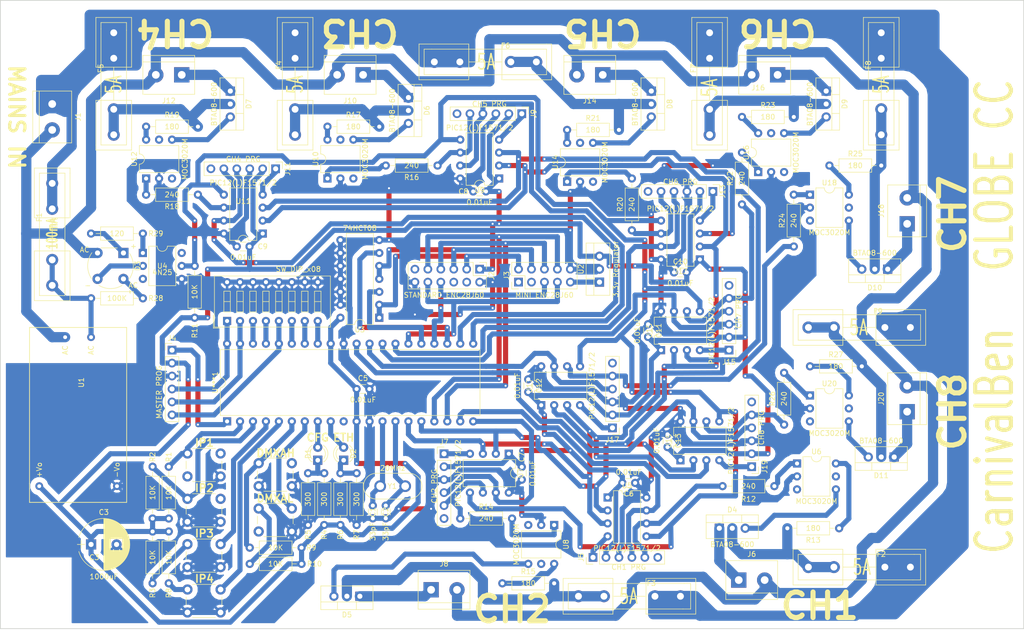
<source format=kicad_pcb>
(kicad_pcb (version 4) (host pcbnew 4.0.7)
  (title_block (title "DMX to Ethernet Low Current Mains Dimmer") (date 2018-06-18) (rev 1))
  (layers (0 F.Cu signal) (31 B.Cu signal) (34 B.Paste user) (35 F.Paste user) (36 B.SilkS user) (37 F.SilkS user) (38 B.Mask user) (39 F.Mask user) (44 Edge.Cuts user))
  (net 0 "")
  (net 1 GND)
  (net 2 5V)
  (net 3 LIVE)
  (net 4 "Net-(D1-Pad1)")
  (net 5 CFG_STATUS)
  (net 6 "Net-(D2-Pad1)")
  (net 7 ETH_STATUS)
  (net 8 NEUTRAL)
  (net 9 "Net-(D3-Pad1)")
  (net 10 /INT)
  (net 11 /RX)
  (net 12 /DATACLK)
  (net 13 /RESET)
  (net 14 "Net-(J2-Pad6)")
  (net 15 /CS)
  (net 16 /TX)
  (net 17 "Net-(J2-Pad11)")
  (net 18 "Net-(J5-Pad6)")
  (net 19 "Net-(R12-Pad2)")
  (net 20 "Net-(R13-Pad1)")
  (net 21 "Net-(U***1-Pad10)")
  (net 22 "Net-(U4-Pad3)")
  (net 23 "Net-(U4-Pad6)")
  (net 24 "Net-(U6-Pad5)")
  (net 25 "Net-(U6-Pad3)")
  (net 26 "Net-(J7-Pad6)")
  (net 27 "Net-(J9-Pad6)")
  (net 28 "Net-(J11-Pad6)")
  (net 29 "Net-(J13-Pad6)")
  (net 30 "Net-(J15-Pad6)")
  (net 31 "Net-(J17-Pad6)")
  (net 32 "Net-(J19-Pad6)")
  (net 33 ZC)
  (net 34 "Net-(R14-Pad2)")
  (net 35 "Net-(R15-Pad1)")
  (net 36 "Net-(R16-Pad2)")
  (net 37 "Net-(R17-Pad1)")
  (net 38 "Net-(R18-Pad2)")
  (net 39 "Net-(R19-Pad1)")
  (net 40 "Net-(R20-Pad2)")
  (net 41 "Net-(R21-Pad1)")
  (net 42 "Net-(R22-Pad2)")
  (net 43 "Net-(R23-Pad1)")
  (net 44 "Net-(R24-Pad2)")
  (net 45 "Net-(R25-Pad1)")
  (net 46 "Net-(R26-Pad2)")
  (net 47 "Net-(R27-Pad1)")
  (net 48 CHNCLK)
  (net 49 CHNDATA)
  (net 50 "Net-(U8-Pad5)")
  (net 51 "Net-(U8-Pad3)")
  (net 52 "Net-(U10-Pad5)")
  (net 53 "Net-(U10-Pad3)")
  (net 54 "Net-(U12-Pad5)")
  (net 55 "Net-(U12-Pad3)")
  (net 56 "Net-(U14-Pad5)")
  (net 57 "Net-(U14-Pad3)")
  (net 58 "Net-(U16-Pad5)")
  (net 59 "Net-(U16-Pad3)")
  (net 60 "Net-(U18-Pad5)")
  (net 61 "Net-(U18-Pad3)")
  (net 62 "Net-(U20-Pad5)")
  (net 63 "Net-(U20-Pad3)")
  (net 64 "Net-(R29-Pad1)")
  (net 65 "Net-(J2-Pad4)")
  (net 66 "Net-(J3-Pad1)")
  (net 67 "Net-(J3-Pad3)")
  (net 68 "Net-(J3-Pad9)")
  (net 69 /OSC1)
  (net 70 /OSC2)
  (net 71 /ZC_SIG)
  (net 72 /ZC_RETURN)
  (net 73 "/Channel 1/MT2")
  (net 74 "/Channel 1/MT1")
  (net 75 "/Channel 1/GATE")
  (net 76 "/Channel 2/MT2")
  (net 77 "/Channel 2/MT1")
  (net 78 "/Channel 2/GATE")
  (net 79 "/Channel 3/MT2")
  (net 80 "/Channel 3/MT1")
  (net 81 "/Channel 3/GATE")
  (net 82 "/Channel 4/MT2")
  (net 83 "/Channel 4/MT1")
  (net 84 "/Channel 4/GATE")
  (net 85 "/Channel 5/MT2")
  (net 86 "/Channel 5/MT1")
  (net 87 "/Channel 5/GATE")
  (net 88 "/Channel 6/MT2")
  (net 89 "/Channel 6/MT1")
  (net 90 "/Channel 6/GATE")
  (net 91 "/Channel 7/MT2")
  (net 92 "/Channel 7/MT1")
  (net 93 "/Channel 7/GATE")
  (net 94 "/Channel 8/MT2")
  (net 95 "/Channel 8/MT1")
  (net 96 "/Channel 8/GATE")
  (net 97 /FUSED_LIVE)
  (net 98 /MCLR)
  (net 99 /IP1)
  (net 100 /IP2)
  (net 101 /IP3)
  (net 102 /IP4)
  (net 103 /DMXAH)
  (net 104 /DMXAL)
  (net 105 /BIT5)
  (net 106 /BIT4)
  (net 107 /BIT2)
  (net 108 /BIT1)
  (net 109 /BIT0)
  (net 110 /RX5v)
  (net 111 /INT5v)
  (net 112 /BIT7)
  (net 113 /BIT6)
  (net 114 /BIT3)
  (net 115 "Net-(J5-Pad1)")
  (net 116 /CH1)
  (net 117 "Net-(J5-Pad5)")
  (net 118 "Net-(J7-Pad1)")
  (net 119 /CH2)
  (net 120 "Net-(J7-Pad5)")
  (net 121 "Net-(J9-Pad1)")
  (net 122 /CH3)
  (net 123 "Net-(J9-Pad5)")
  (net 124 "Net-(J11-Pad1)")
  (net 125 /CH4)
  (net 126 "Net-(J11-Pad5)")
  (net 127 "Net-(J13-Pad1)")
  (net 128 /CH5)
  (net 129 "Net-(J13-Pad5)")
  (net 130 "Net-(J15-Pad1)")
  (net 131 /CH6)
  (net 132 "Net-(J15-Pad5)")
  (net 133 "Net-(J17-Pad1)")
  (net 134 /CH7)
  (net 135 "Net-(J17-Pad5)")
  (net 136 "Net-(J19-Pad1)")
  (net 137 /CH8)
  (net 138 "Net-(J19-Pad5)")
  (net 139 "Net-(R3-Pad1)")
  (net 140 "Net-(R8-Pad1)")
  (net 141 "Net-(R10-Pad1)")
  (net 142 "Net-(SW1-Pad3)")
  (net 143 "Net-(SW2-Pad2)")
  (net 144 "Net-(SW5-Pad2)")
  (net 145 "Net-(SW6-Pad3)")
  (net 146 "Net-(SW1-Pad2)")
  (module Fuse_Holders_and_Fuses:Fuseholder5x20_horiz_open_inline_Type-I (layer F.Cu) (at 75.565 24.13 270)
    (fp_text reference F4 (at 6.35 3.175 270) (layer F.SilkS))
    (fp_text value 5A (at 10.16 0 270) (layer F.SilkS) (effects (font (size 3 2) (thickness 0.3))))
    (pad 2 thru_hole circle (at 15 0 270) (size 2.35 2.35) (drill 1.35) (layers *.Cu *.Mask) (net 79 "/Channel 3/MT2"))
    (pad 2 thru_hole circle (at 20 0 270) (size 2.35 2.35) (drill 1.35) (layers *.Cu *.Mask) (net 79 "/Channel 3/MT2"))
    (pad 1 thru_hole circle (at 5 0 270) (size 2.35 2.35) (drill 1.35) (layers *.Cu *.Mask) (net 3 LIVE))
    (pad 1 thru_hole circle (at 0 0 270) (size 2.35 2.35) (drill 1.35) (layers *.Cu *.Mask) (net 3 LIVE))
  )
  (module Housings_DIP:DIP-6_W7.62mm (layer F.Cu) (at 46.355 52.705 90)
    (fp_text reference U12 (at 3.81 -2.33 90) (layer F.SilkS))
    (fp_text value MOC3020M (at 3.81 7.62 270) (layer F.SilkS))
    (pad 1 thru_hole rect (at 0 0 90) (size 1.6 1.6) (drill 0.8) (layers *.Cu *.Mask) (net 38 "Net-(R18-Pad2)"))
    (pad 4 thru_hole oval (at 7.62 5.08 90) (size 1.6 1.6) (drill 0.8) (layers *.Cu *.Mask) (net 84 "/Channel 4/GATE"))
    (pad 2 thru_hole oval (at 0 2.54 90) (size 1.6 1.6) (drill 0.8) (layers *.Cu *.Mask) (net 1 GND))
    (pad 5 thru_hole oval (at 7.62 2.54 90) (size 1.6 1.6) (drill 0.8) (layers *.Cu *.Mask) (net 54 "Net-(U12-Pad5)"))
    (pad 3 thru_hole oval (at 0 5.08 90) (size 1.6 1.6) (drill 0.8) (layers *.Cu *.Mask) (net 55 "Net-(U12-Pad3)"))
    (pad 6 thru_hole oval (at 7.62 0 90) (size 1.6 1.6) (drill 0.8) (layers *.Cu *.Mask) (net 39 "Net-(R19-Pad1)"))
  )
  (module Mounting_Holes:MountingHole_4.3mm_M4 (layer F.Cu) (at 210.82 133.35)
    (fp_text reference "" (at 0 -5.3) (layer F.SilkS))
    (fp_text value "")
    (pad 1 np_thru_hole circle (at 0 0) (size 4.3 4.3) (drill 4.3) (layers *.Cu *.Mask))
  )
  (module Mounting_Holes:MountingHole_4.3mm_M4 (layer F.Cu) (at 25.4 25.4)
    (fp_text reference "" (at 0 -5.3) (layer F.SilkS))
    (fp_text value "")
    (pad 1 np_thru_hole circle (at 0 0) (size 4.3 4.3) (drill 4.3) (layers *.Cu *.Mask))
  )
  (module Mounting_Holes:MountingHole_4.3mm_M4 (layer F.Cu) (at 25.4 133.35)
    (fp_text reference "" (at 0 -5.3) (layer F.SilkS))
    (fp_text value "")
    (pad 1 np_thru_hole circle (at 0 0) (size 4.3 4.3) (drill 4.3) (layers *.Cu *.Mask))
  )
  (module Resistors_THT:R_Axial_DIN0207_L6.3mm_D2.5mm_P10.16mm_Horizontal (layer F.Cu) (at 87.63 120.65 90)
    (fp_text reference R7 (at -1.905 0 90) (layer F.SilkS))
    (fp_text value 300 (at 5.08 0 90) (layer F.SilkS))
    (pad 1 thru_hole circle (at 0 0 90) (size 1.6 1.6) (drill 0.8) (layers *.Cu *.Mask) (net 1 GND))
    (pad 2 thru_hole oval (at 10.16 0 90) (size 1.6 1.6) (drill 0.8) (layers *.Cu *.Mask) (net 6 "Net-(D2-Pad1)"))
  )
  (module Resistors_THT:R_Axial_DIN0207_L6.3mm_D2.5mm_P10.16mm_Horizontal (layer F.Cu) (at 47.625 109.22 270)
    (fp_text reference R2 (at -1.905 0 270) (layer F.SilkS))
    (fp_text value 10K (at 5.08 0 270) (layer F.SilkS))
    (pad 1 thru_hole circle (at 0 0 270) (size 1.6 1.6) (drill 0.8) (layers *.Cu *.Mask) (net 100 /IP2))
    (pad 2 thru_hole oval (at 10.16 0 270) (size 1.6 1.6) (drill 0.8) (layers *.Cu *.Mask) (net 2 5V))
  )
  (module Housings_DIP:DIP-6_W7.62mm (layer F.Cu) (at 45.72 67.31)
    (fp_text reference U4 (at 3.81 2.54) (layer F.SilkS))
    (fp_text value 4N25 (at 3.81 3.81) (layer F.SilkS))
    (pad 1 thru_hole rect (at 0 0) (size 1.6 1.6) (drill 0.8) (layers *.Cu *.Mask) (net 64 "Net-(R29-Pad1)"))
    (pad 4 thru_hole oval (at 7.62 5.08) (size 1.6 1.6) (drill 0.8) (layers *.Cu *.Mask) (net 1 GND))
    (pad 2 thru_hole oval (at 0 2.54) (size 1.6 1.6) (drill 0.8) (layers *.Cu *.Mask) (net 72 /ZC_RETURN))
    (pad 5 thru_hole oval (at 7.62 2.54) (size 1.6 1.6) (drill 0.8) (layers *.Cu *.Mask) (net 33 ZC))
    (pad 3 thru_hole oval (at 0 5.08) (size 1.6 1.6) (drill 0.8) (layers *.Cu *.Mask) (net 22 "Net-(U4-Pad3)"))
    (pad 6 thru_hole oval (at 7.62 0) (size 1.6 1.6) (drill 0.8) (layers *.Cu *.Mask) (net 23 "Net-(U4-Pad6)"))
  )
  (module Capacitors_THT:C_Disc_D3.0mm_W1.6mm_P2.50mm (layer F.Cu) (at 90.805 116.84 270)
    (fp_text reference C1 (at 1.27 0 270) (layer F.SilkS))
    (fp_text value 33pF (at 5.08 0 270) (layer F.SilkS))
    (pad 1 thru_hole circle (at 0 0 270) (size 1.6 1.6) (drill 0.8) (layers *.Cu *.Mask) (net 69 /OSC1))
    (pad 2 thru_hole circle (at 2.5 0 270) (size 1.6 1.6) (drill 0.8) (layers *.Cu *.Mask) (net 1 GND))
  )
  (module Capacitors_THT:C_Disc_D3.0mm_W1.6mm_P2.50mm (layer F.Cu) (at 93.345 116.84 270)
    (fp_text reference C2 (at 1.27 0 270) (layer F.SilkS))
    (fp_text value 33pF (at 5.08 0 270) (layer F.SilkS))
    (pad 1 thru_hole circle (at 0 0 270) (size 1.6 1.6) (drill 0.8) (layers *.Cu *.Mask) (net 70 /OSC2))
    (pad 2 thru_hole circle (at 2.5 0 270) (size 1.6 1.6) (drill 0.8) (layers *.Cu *.Mask) (net 1 GND))
  )
  (module Capacitors_THT:CP_Radial_D10.0mm_P5.00mm (layer F.Cu) (at 35.56 124.46)
    (fp_text reference C3 (at 2.5 -6.31) (layer F.SilkS))
    (fp_text value 1000uF (at 2.5 6.31) (layer F.SilkS))
    (fp_text user %R (at 0.635 2.54) (layer F.SilkS))
    (pad 1 thru_hole rect (at 0 0) (size 2 2) (drill 1) (layers *.Cu *.Mask) (net 2 5V))
    (pad 2 thru_hole circle (at 5 0) (size 2 2) (drill 1) (layers *.Cu *.Mask) (net 1 GND))
  )
  (module Capacitors_THT:C_Disc_D3.0mm_W1.6mm_P2.50mm (layer F.Cu) (at 87.63 93.98)
    (fp_text reference C5 (at 1.25 -2.11) (layer F.SilkS))
    (fp_text value 0.01uF (at 1.25 2.11) (layer F.SilkS))
    (pad 1 thru_hole circle (at 0 0) (size 1.6 1.6) (drill 0.8) (layers *.Cu *.Mask) (net 2 5V))
    (pad 2 thru_hole circle (at 2.5 0) (size 1.6 1.6) (drill 0.8) (layers *.Cu *.Mask) (net 1 GND))
  )
  (module Capacitors_THT:C_Disc_D3.0mm_W1.6mm_P2.50mm (layer F.Cu) (at 142.24 112.395 180)
    (fp_text reference C6 (at 1.25 -2.11 180) (layer F.SilkS))
    (fp_text value 0.01uF (at 1.25 2.11 180) (layer F.SilkS))
    (pad 1 thru_hole circle (at 0 0 180) (size 1.6 1.6) (drill 0.8) (layers *.Cu *.Mask) (net 1 GND))
    (pad 2 thru_hole circle (at 2.5 0 180) (size 1.6 1.6) (drill 0.8) (layers *.Cu *.Mask) (net 2 5V))
  )
  (module LEDs:LED_D3.0mm (layer F.Cu) (at 80.01 107.95 90)
    (fp_text reference D1 (at 1.27 -1.905 90) (layer F.SilkS))
    (fp_text value CFG (at 4.445 0 180) (layer F.SilkS) (effects (font (size 1.5 1.5) (thickness 0.3))))
    (pad 1 thru_hole rect (at 0 0 90) (size 1.8 1.8) (drill 0.9) (layers *.Cu *.Mask) (net 4 "Net-(D1-Pad1)"))
    (pad 2 thru_hole circle (at 2.54 0 90) (size 1.8 1.8) (drill 0.9) (layers *.Cu *.Mask) (net 5 CFG_STATUS))
  )
  (module LEDs:LED_D3.0mm (layer F.Cu) (at 85.09 107.95 90)
    (fp_text reference D2 (at 1.27 1.905 90) (layer F.SilkS))
    (fp_text value ETH (at 4.445 0 180) (layer F.SilkS) (effects (font (size 1.5 1.5) (thickness 0.3))))
    (pad 1 thru_hole rect (at 0 0 90) (size 1.8 1.8) (drill 0.9) (layers *.Cu *.Mask) (net 6 "Net-(D2-Pad1)"))
    (pad 2 thru_hole circle (at 2.54 0 90) (size 1.8 1.8) (drill 0.9) (layers *.Cu *.Mask) (net 7 ETH_STATUS))
  )
  (module TO_SOT_Packages_THT:TO-220-3_Vertical (layer F.Cu) (at 158.75 121.285)
    (fp_text reference D4 (at 2.54 -3.62) (layer F.SilkS))
    (fp_text value BTA08-600 (at 2.54 3.175) (layer F.SilkS))
    (pad 1 thru_hole rect (at 0 0) (size 1.8 1.8) (drill 1) (layers *.Cu *.Mask) (net 74 "/Channel 1/MT1"))
    (pad 2 thru_hole oval (at 2.54 0) (size 1.8 1.8) (drill 1) (layers *.Cu *.Mask) (net 73 "/Channel 1/MT2"))
    (pad 3 thru_hole oval (at 5.08 0) (size 1.8 1.8) (drill 1) (layers *.Cu *.Mask) (net 75 "/Channel 1/GATE"))
  )
  (module Connectors_Terminal_Blocks:TerminalBlock_bornier-2_P5.08mm (layer F.Cu) (at 27.94 38.1 270)
    (fp_text reference J1 (at 2.54 -5.08 270) (layer F.SilkS))
    (fp_text value "MAINS IN" hide)
    (pad 1 thru_hole rect (at 0 0 270) (size 3 3) (drill 1.52) (layers *.Cu *.Mask) (net 3 LIVE))
    (pad 2 thru_hole circle (at 5.08 0 270) (size 3 3) (drill 1.52) (layers *.Cu *.Mask) (net 8 NEUTRAL))
  )
  (module Pin_Headers:Pin_Header_Straight_2x06_Pitch2.54mm (layer F.Cu) (at 111.76 70.485 270)
    (fp_text reference J2 (at 1.27 -2.33 270) (layer F.SilkS))
    (fp_text value "STANDARD ENC28J60" (at 5.08 6.985 360) (layer F.SilkS))
    (pad 1 thru_hole rect (at 0 0 270) (size 1.7 1.7) (drill 1) (layers *.Cu *.Mask) (net 2 5V))
    (pad 2 thru_hole oval (at 2.54 0 270) (size 1.7 1.7) (drill 1) (layers *.Cu *.Mask) (net 1 GND))
    (pad 3 thru_hole oval (at 0 2.54 270) (size 1.7 1.7) (drill 1) (layers *.Cu *.Mask) (net 10 /INT))
    (pad 4 thru_hole oval (at 2.54 2.54 270) (size 1.7 1.7) (drill 1) (layers *.Cu *.Mask) (net 65 "Net-(J2-Pad4)"))
    (pad 5 thru_hole oval (at 0 5.08 270) (size 1.7 1.7) (drill 1) (layers *.Cu *.Mask) (net 11 /RX))
    (pad 6 thru_hole oval (at 2.54 5.08 270) (size 1.7 1.7) (drill 1) (layers *.Cu *.Mask) (net 14 "Net-(J2-Pad6)"))
    (pad 7 thru_hole oval (at 0 7.62 270) (size 1.7 1.7) (drill 1) (layers *.Cu *.Mask) (net 12 /DATACLK))
    (pad 8 thru_hole oval (at 2.54 7.62 270) (size 1.7 1.7) (drill 1) (layers *.Cu *.Mask) (net 16 /TX))
    (pad 9 thru_hole oval (at 0 10.16 270) (size 1.7 1.7) (drill 1) (layers *.Cu *.Mask) (net 13 /RESET))
    (pad 10 thru_hole oval (at 2.54 10.16 270) (size 1.7 1.7) (drill 1) (layers *.Cu *.Mask) (net 15 /CS))
    (pad 11 thru_hole oval (at 0 12.7 270) (size 1.7 1.7) (drill 1) (layers *.Cu *.Mask) (net 17 "Net-(J2-Pad11)"))
    (pad 12 thru_hole oval (at 2.54 12.7 270) (size 1.7 1.7) (drill 1) (layers *.Cu *.Mask) (net 1 GND))
  )
  (module Pin_Headers:Pin_Header_Straight_2x05_Pitch2.54mm (layer F.Cu) (at 119.38 73.025 90)
    (fp_text reference J3 (at 1.27 -2.33 90) (layer F.SilkS))
    (fp_text value "MINI ENC28J60" (at -2.54 5.08 180) (layer F.SilkS))
    (pad 1 thru_hole rect (at 0 0 90) (size 1.7 1.7) (drill 1) (layers *.Cu *.Mask) (net 66 "Net-(J3-Pad1)"))
    (pad 2 thru_hole oval (at 2.54 0 90) (size 1.7 1.7) (drill 1) (layers *.Cu *.Mask) (net 10 /INT))
    (pad 3 thru_hole oval (at 0 2.54 90) (size 1.7 1.7) (drill 1) (layers *.Cu *.Mask) (net 67 "Net-(J3-Pad3)"))
    (pad 4 thru_hole oval (at 2.54 2.54 90) (size 1.7 1.7) (drill 1) (layers *.Cu *.Mask) (net 11 /RX))
    (pad 5 thru_hole oval (at 0 5.08 90) (size 1.7 1.7) (drill 1) (layers *.Cu *.Mask) (net 16 /TX))
    (pad 6 thru_hole oval (at 2.54 5.08 90) (size 1.7 1.7) (drill 1) (layers *.Cu *.Mask) (net 12 /DATACLK))
    (pad 7 thru_hole oval (at 0 7.62 90) (size 1.7 1.7) (drill 1) (layers *.Cu *.Mask) (net 15 /CS))
    (pad 8 thru_hole oval (at 2.54 7.62 90) (size 1.7 1.7) (drill 1) (layers *.Cu *.Mask) (net 13 /RESET))
    (pad 9 thru_hole oval (at 0 10.16 90) (size 1.7 1.7) (drill 1) (layers *.Cu *.Mask) (net 68 "Net-(J3-Pad9)"))
    (pad 10 thru_hole oval (at 2.54 10.16 90) (size 1.7 1.7) (drill 1) (layers *.Cu *.Mask) (net 1 GND))
  )
  (module Pin_Headers:Pin_Header_Straight_1x06_Pitch2.54mm (layer F.Cu) (at 51.435 86.36)
    (fp_text reference J4 (at 0 -2.33) (layer F.SilkS))
    (fp_text value "MASTER PROG" (at -2.54 8.255 90) (layer F.SilkS))
    (pad 1 thru_hole rect (at 0 0) (size 1.7 1.7) (drill 1) (layers *.Cu *.Mask) (net 98 /MCLR))
    (pad 2 thru_hole oval (at 0 2.54) (size 1.7 1.7) (drill 1) (layers *.Cu *.Mask) (net 2 5V))
    (pad 3 thru_hole oval (at 0 5.08) (size 1.7 1.7) (drill 1) (layers *.Cu *.Mask) (net 1 GND))
    (pad 4 thru_hole oval (at 0 7.62) (size 1.7 1.7) (drill 1) (layers *.Cu *.Mask) (net 112 /BIT7))
    (pad 5 thru_hole oval (at 0 10.16) (size 1.7 1.7) (drill 1) (layers *.Cu *.Mask) (net 113 /BIT6))
    (pad 6 thru_hole oval (at 0 12.7) (size 1.7 1.7) (drill 1) (layers *.Cu *.Mask) (net 114 /BIT3))
  )
  (module Pin_Headers:Pin_Header_Straight_1x06_Pitch2.54mm (layer F.Cu) (at 133.985 127 90)
    (fp_text reference J5 (at 0 -2.33 90) (layer F.SilkS))
    (fp_text value "CH1 PRG" (at -1.905 6.985 180) (layer F.SilkS))
    (pad 1 thru_hole rect (at 0 0 90) (size 1.7 1.7) (drill 1) (layers *.Cu *.Mask) (net 115 "Net-(J5-Pad1)"))
    (pad 2 thru_hole oval (at 0 2.54 90) (size 1.7 1.7) (drill 1) (layers *.Cu *.Mask) (net 2 5V))
    (pad 3 thru_hole oval (at 0 5.08 90) (size 1.7 1.7) (drill 1) (layers *.Cu *.Mask) (net 1 GND))
    (pad 4 thru_hole oval (at 0 7.62 90) (size 1.7 1.7) (drill 1) (layers *.Cu *.Mask) (net 116 /CH1))
    (pad 5 thru_hole oval (at 0 10.16 90) (size 1.7 1.7) (drill 1) (layers *.Cu *.Mask) (net 117 "Net-(J5-Pad5)"))
    (pad 6 thru_hole oval (at 0 12.7 90) (size 1.7 1.7) (drill 1) (layers *.Cu *.Mask) (net 18 "Net-(J5-Pad6)"))
  )
  (module Connectors_Terminal_Blocks:TerminalBlock_bornier-2_P5.08mm (layer F.Cu) (at 162.56 131.445)
    (fp_text reference J6 (at 2.54 -5.08) (layer F.SilkS))
    (fp_text value LOAD)
    (pad 1 thru_hole rect (at 0 0) (size 3 3) (drill 1.52) (layers *.Cu *.Mask) (net 74 "/Channel 1/MT1"))
    (pad 2 thru_hole circle (at 5.08 0) (size 3 3) (drill 1.52) (layers *.Cu *.Mask) (net 8 NEUTRAL))
  )
  (module Buttons_Switches_THT:SW_DIP_x8_W7.62mm_Slide (layer F.Cu) (at 62.23 80.645 90)
    (fp_text reference SW7 hide)
    (fp_text value SW_DIP_x08 (at 10.16 13.97 180) (layer F.SilkS))
    (pad 1 thru_hole rect (at 0 0 90) (size 1.6 1.6) (drill 0.8) (layers *.Cu *.Mask) (net 112 /BIT7))
    (pad 9 thru_hole oval (at 7.62 17.78 90) (size 1.6 1.6) (drill 0.8) (layers *.Cu *.Mask) (net 1 GND))
    (pad 2 thru_hole oval (at 0 2.54 90) (size 1.6 1.6) (drill 0.8) (layers *.Cu *.Mask) (net 113 /BIT6))
    (pad 10 thru_hole oval (at 7.62 15.24 90) (size 1.6 1.6) (drill 0.8) (layers *.Cu *.Mask) (net 1 GND))
    (pad 3 thru_hole oval (at 0 5.08 90) (size 1.6 1.6) (drill 0.8) (layers *.Cu *.Mask) (net 105 /BIT5))
    (pad 11 thru_hole oval (at 7.62 12.7 90) (size 1.6 1.6) (drill 0.8) (layers *.Cu *.Mask) (net 1 GND))
    (pad 4 thru_hole oval (at 0 7.62 90) (size 1.6 1.6) (drill 0.8) (layers *.Cu *.Mask) (net 106 /BIT4))
    (pad 12 thru_hole oval (at 7.62 10.16 90) (size 1.6 1.6) (drill 0.8) (layers *.Cu *.Mask) (net 1 GND))
    (pad 5 thru_hole oval (at 0 10.16 90) (size 1.6 1.6) (drill 0.8) (layers *.Cu *.Mask) (net 114 /BIT3))
    (pad 13 thru_hole oval (at 7.62 7.62 90) (size 1.6 1.6) (drill 0.8) (layers *.Cu *.Mask) (net 1 GND))
    (pad 6 thru_hole oval (at 0 12.7 90) (size 1.6 1.6) (drill 0.8) (layers *.Cu *.Mask) (net 107 /BIT2))
    (pad 14 thru_hole oval (at 7.62 5.08 90) (size 1.6 1.6) (drill 0.8) (layers *.Cu *.Mask) (net 1 GND))
    (pad 7 thru_hole oval (at 0 15.24 90) (size 1.6 1.6) (drill 0.8) (layers *.Cu *.Mask) (net 108 /BIT1))
    (pad 15 thru_hole oval (at 7.62 2.54 90) (size 1.6 1.6) (drill 0.8) (layers *.Cu *.Mask) (net 1 GND))
    (pad 8 thru_hole oval (at 0 17.78 90) (size 1.6 1.6) (drill 0.8) (layers *.Cu *.Mask) (net 109 /BIT0))
    (pad 16 thru_hole oval (at 7.62 0 90) (size 1.6 1.6) (drill 0.8) (layers *.Cu *.Mask) (net 1 GND))
  )
  (module TO_SOT_Packages_THT:TO-220-3_Vertical (layer F.Cu) (at 135.255 73.025 90)
    (fp_text reference U2 (at 2.54 -3.62 90) (layer F.SilkS))
    (fp_text value "3.3v Regulator" (at 2.54 3.175 90) (layer F.SilkS))
    (pad 1 thru_hole rect (at 0 0 90) (size 1.8 1.8) (drill 1) (layers *.Cu *.Mask) (net 68 "Net-(J3-Pad9)"))
    (pad 2 thru_hole oval (at 2.54 0 90) (size 1.8 1.8) (drill 1) (layers *.Cu *.Mask) (net 1 GND))
    (pad 3 thru_hole oval (at 5.08 0 90) (size 1.8 1.8) (drill 1) (layers *.Cu *.Mask) (net 2 5V))
  )
  (module Housings_DIP:DIP-14_W7.62mm (layer F.Cu) (at 92.075 80.01 180)
    (fp_text reference U3 (at 3.81 -2.33 180) (layer F.SilkS))
    (fp_text value 74HCT08 (at 3.81 17.57 180) (layer F.SilkS))
    (pad 1 thru_hole rect (at 0 0 180) (size 1.6 1.6) (drill 0.8) (layers *.Cu *.Mask) (net 10 /INT))
    (pad 8 thru_hole oval (at 7.62 15.24 180) (size 1.6 1.6) (drill 0.8) (layers *.Cu *.Mask) (net 1 GND))
    (pad 2 thru_hole oval (at 0 2.54 180) (size 1.6 1.6) (drill 0.8) (layers *.Cu *.Mask) (net 10 /INT))
    (pad 9 thru_hole oval (at 7.62 12.7 180) (size 1.6 1.6) (drill 0.8) (layers *.Cu *.Mask) (net 1 GND))
    (pad 3 thru_hole oval (at 0 5.08 180) (size 1.6 1.6) (drill 0.8) (layers *.Cu *.Mask) (net 111 /INT5v))
    (pad 10 thru_hole oval (at 7.62 10.16 180) (size 1.6 1.6) (drill 0.8) (layers *.Cu *.Mask) (net 1 GND))
    (pad 4 thru_hole oval (at 0 7.62 180) (size 1.6 1.6) (drill 0.8) (layers *.Cu *.Mask) (net 11 /RX))
    (pad 11 thru_hole oval (at 7.62 7.62 180) (size 1.6 1.6) (drill 0.8) (layers *.Cu *.Mask) (net 1 GND))
    (pad 5 thru_hole oval (at 0 10.16 180) (size 1.6 1.6) (drill 0.8) (layers *.Cu *.Mask) (net 11 /RX))
    (pad 12 thru_hole oval (at 7.62 5.08 180) (size 1.6 1.6) (drill 0.8) (layers *.Cu *.Mask) (net 1 GND))
    (pad 6 thru_hole oval (at 0 12.7 180) (size 1.6 1.6) (drill 0.8) (layers *.Cu *.Mask) (net 110 /RX5v))
    (pad 13 thru_hole oval (at 7.62 2.54 180) (size 1.6 1.6) (drill 0.8) (layers *.Cu *.Mask) (net 1 GND))
    (pad 7 thru_hole oval (at 0 15.24 180) (size 1.6 1.6) (drill 0.8) (layers *.Cu *.Mask) (net 1 GND))
    (pad 14 thru_hole oval (at 7.62 0 180) (size 1.6 1.6) (drill 0.8) (layers *.Cu *.Mask) (net 2 5V))
  )
  (module Housings_DIP:DIP-8_W7.62mm (layer F.Cu) (at 136.8425 115.2525)
    (fp_text reference U5 (at 3.81 -2.33) (layer F.SilkS))
    (fp_text value "PIC12(L)F1571/2" (at 3.81 9.95) (layer F.SilkS))
    (pad 1 thru_hole rect (at 0 0) (size 1.6 1.6) (drill 0.8) (layers *.Cu *.Mask) (net 2 5V))
    (pad 5 thru_hole oval (at 7.62 7.62) (size 1.6 1.6) (drill 0.8) (layers *.Cu *.Mask) (net 33 ZC))
    (pad 2 thru_hole oval (at 0 2.54) (size 1.6 1.6) (drill 0.8) (layers *.Cu *.Mask) (net 49 CHNDATA))
    (pad 6 thru_hole oval (at 7.62 5.08) (size 1.6 1.6) (drill 0.8) (layers *.Cu *.Mask) (net 117 "Net-(J5-Pad5)"))
    (pad 3 thru_hole oval (at 0 5.08) (size 1.6 1.6) (drill 0.8) (layers *.Cu *.Mask) (net 48 CHNCLK))
    (pad 7 thru_hole oval (at 7.62 2.54) (size 1.6 1.6) (drill 0.8) (layers *.Cu *.Mask) (net 116 /CH1))
    (pad 4 thru_hole oval (at 0 7.62) (size 1.6 1.6) (drill 0.8) (layers *.Cu *.Mask) (net 115 "Net-(J5-Pad1)"))
    (pad 8 thru_hole oval (at 7.62 0) (size 1.6 1.6) (drill 0.8) (layers *.Cu *.Mask) (net 1 GND))
  )
  (module Housings_DIP:DIP-6_W7.62mm (layer F.Cu) (at 173.99 108.585)
    (fp_text reference U6 (at 3.81 -2.33) (layer F.SilkS))
    (fp_text value MOC3020M (at 3.81 7.41) (layer F.SilkS))
    (pad 1 thru_hole rect (at 0 0) (size 1.6 1.6) (drill 0.8) (layers *.Cu *.Mask) (net 19 "Net-(R12-Pad2)"))
    (pad 4 thru_hole oval (at 7.62 5.08) (size 1.6 1.6) (drill 0.8) (layers *.Cu *.Mask) (net 75 "/Channel 1/GATE"))
    (pad 2 thru_hole oval (at 0 2.54) (size 1.6 1.6) (drill 0.8) (layers *.Cu *.Mask) (net 1 GND))
    (pad 5 thru_hole oval (at 7.62 2.54) (size 1.6 1.6) (drill 0.8) (layers *.Cu *.Mask) (net 24 "Net-(U6-Pad5)"))
    (pad 3 thru_hole oval (at 0 5.08) (size 1.6 1.6) (drill 0.8) (layers *.Cu *.Mask) (net 25 "Net-(U6-Pad3)"))
    (pad 6 thru_hole oval (at 7.62 0) (size 1.6 1.6) (drill 0.8) (layers *.Cu *.Mask) (net 20 "Net-(R13-Pad1)"))
  )
  (module Crystals:Crystal_HC50_Vertical (layer F.Cu) (at 97.155 113.03 180)
    (fp_text reference Y1 (at 2.54 0 180) (layer F.SilkS))
    (fp_text value 20MHz (at 2.45 3.525 180) (layer F.SilkS))
    (pad 1 thru_hole circle (at 0 0 180) (size 2.3 2.3) (drill 1.5) (layers *.Cu *.Mask) (net 70 /OSC2))
    (pad 2 thru_hole circle (at 4.9 0 180) (size 2.3 2.3) (drill 1.5) (layers *.Cu *.Mask) (net 69 /OSC1))
  )
  (module Capacitors_THT:C_Disc_D3.0mm_W1.6mm_P2.50mm (layer F.Cu) (at 120.015 111.76 90)
    (fp_text reference C7 (at 4.445 0 90) (layer F.SilkS))
    (fp_text value 0.01uF (at 1.25 2.11 90) (layer F.SilkS))
    (pad 1 thru_hole circle (at 0 0 90) (size 1.6 1.6) (drill 0.8) (layers *.Cu *.Mask) (net 1 GND))
    (pad 2 thru_hole circle (at 2.5 0 90) (size 1.6 1.6) (drill 0.8) (layers *.Cu *.Mask) (net 2 5V))
  )
  (module Capacitors_THT:C_Disc_D3.0mm_W1.6mm_P2.50mm (layer F.Cu) (at 110.49 55.245)
    (fp_text reference C8 (at -1.905 0) (layer F.SilkS))
    (fp_text value 0.01uF (at 1.25 2.11) (layer F.SilkS))
    (pad 1 thru_hole circle (at 0 0) (size 1.6 1.6) (drill 0.8) (layers *.Cu *.Mask) (net 1 GND))
    (pad 2 thru_hole circle (at 2.5 0) (size 1.6 1.6) (drill 0.8) (layers *.Cu *.Mask) (net 2 5V))
  )
  (module Capacitors_THT:C_Disc_D3.0mm_W1.6mm_P2.50mm (layer F.Cu) (at 64.135 66.04)
    (fp_text reference C9 (at 5.08 0) (layer F.SilkS))
    (fp_text value 0.01uF (at 1.25 2.11) (layer F.SilkS))
    (pad 1 thru_hole circle (at 0 0) (size 1.6 1.6) (drill 0.8) (layers *.Cu *.Mask) (net 1 GND))
    (pad 2 thru_hole circle (at 2.5 0) (size 1.6 1.6) (drill 0.8) (layers *.Cu *.Mask) (net 2 5V))
  )
  (module Capacitors_THT:C_Disc_D3.0mm_W1.6mm_P2.50mm (layer F.Cu) (at 149.86 71.12)
    (fp_text reference C10 (at 1.25 -2.11) (layer F.SilkS))
    (fp_text value 0.01uF (at 1.25 2.11) (layer F.SilkS))
    (pad 1 thru_hole circle (at 0 0) (size 1.6 1.6) (drill 0.8) (layers *.Cu *.Mask) (net 1 GND))
    (pad 2 thru_hole circle (at 2.5 0) (size 1.6 1.6) (drill 0.8) (layers *.Cu *.Mask) (net 2 5V))
  )
  (module Capacitors_THT:C_Disc_D3.0mm_W1.6mm_P2.50mm (layer F.Cu) (at 144.78 81.28 270)
    (fp_text reference C11 (at 1.25 -2.11 270) (layer F.SilkS))
    (fp_text value 0.01uF (at 1.25 2.11 270) (layer F.SilkS))
    (pad 1 thru_hole circle (at 0 0 270) (size 1.6 1.6) (drill 0.8) (layers *.Cu *.Mask) (net 1 GND))
    (pad 2 thru_hole circle (at 2.5 0 270) (size 1.6 1.6) (drill 0.8) (layers *.Cu *.Mask) (net 2 5V))
  )
  (module Capacitors_THT:C_Disc_D3.0mm_W1.6mm_P2.50mm (layer F.Cu) (at 121.285 92.075 270)
    (fp_text reference C12 (at 1.25 -2.11 270) (layer F.SilkS))
    (fp_text value 0.01uF (at 1.25 2.11 270) (layer F.SilkS))
    (pad 1 thru_hole circle (at 0 0 270) (size 1.6 1.6) (drill 0.8) (layers *.Cu *.Mask) (net 1 GND))
    (pad 2 thru_hole circle (at 2.5 0 270) (size 1.6 1.6) (drill 0.8) (layers *.Cu *.Mask) (net 2 5V))
  )
  (module Capacitors_THT:C_Disc_D3.0mm_W1.6mm_P2.50mm (layer F.Cu) (at 148.59 102.87 270)
    (fp_text reference C13 (at 1.25 -2.11 270) (layer F.SilkS))
    (fp_text value 0.01uF (at 1.25 2.11 270) (layer F.SilkS))
    (pad 1 thru_hole circle (at 0 0 270) (size 1.6 1.6) (drill 0.8) (layers *.Cu *.Mask) (net 1 GND))
    (pad 2 thru_hole circle (at 2.5 0 270) (size 1.6 1.6) (drill 0.8) (layers *.Cu *.Mask) (net 2 5V))
  )
  (module TO_SOT_Packages_THT:TO-220-3_Vertical (layer F.Cu) (at 88.265 134.62 180)
    (fp_text reference D5 (at 2.54 -3.62 180) (layer F.SilkS))
    (fp_text value BTA08-600)
    (pad 1 thru_hole rect (at 0 0 180) (size 1.8 1.8) (drill 1) (layers *.Cu *.Mask) (net 77 "/Channel 2/MT1"))
    (pad 2 thru_hole oval (at 2.54 0 180) (size 1.8 1.8) (drill 1) (layers *.Cu *.Mask) (net 76 "/Channel 2/MT2"))
    (pad 3 thru_hole oval (at 5.08 0 180) (size 1.8 1.8) (drill 1) (layers *.Cu *.Mask) (net 78 "/Channel 2/GATE"))
  )
  (module TO_SOT_Packages_THT:TO-220-3_Vertical (layer F.Cu) (at 97.79 36.83 270)
    (fp_text reference D6 (at 2.54 -3.62 270) (layer F.SilkS))
    (fp_text value BTA08-600 (at 2.54 3.175 270) (layer F.SilkS))
    (pad 1 thru_hole rect (at 0 0 270) (size 1.8 1.8) (drill 1) (layers *.Cu *.Mask) (net 80 "/Channel 3/MT1"))
    (pad 2 thru_hole oval (at 2.54 0 270) (size 1.8 1.8) (drill 1) (layers *.Cu *.Mask) (net 79 "/Channel 3/MT2"))
    (pad 3 thru_hole oval (at 5.08 0 270) (size 1.8 1.8) (drill 1) (layers *.Cu *.Mask) (net 81 "/Channel 3/GATE"))
  )
  (module TO_SOT_Packages_THT:TO-220-3_Vertical (layer F.Cu) (at 62.865 35.56 270)
    (fp_text reference D7 (at 2.54 -3.62 270) (layer F.SilkS))
    (fp_text value BTA08-600 (at 2.54 3.175 270) (layer F.SilkS))
    (pad 1 thru_hole rect (at 0 0 270) (size 1.8 1.8) (drill 1) (layers *.Cu *.Mask) (net 83 "/Channel 4/MT1"))
    (pad 2 thru_hole oval (at 2.54 0 270) (size 1.8 1.8) (drill 1) (layers *.Cu *.Mask) (net 82 "/Channel 4/MT2"))
    (pad 3 thru_hole oval (at 5.08 0 270) (size 1.8 1.8) (drill 1) (layers *.Cu *.Mask) (net 84 "/Channel 4/GATE"))
  )
  (module TO_SOT_Packages_THT:TO-220-3_Vertical (layer F.Cu) (at 145.415 35.56 270)
    (fp_text reference D8 (at 2.54 -3.62 270) (layer F.SilkS))
    (fp_text value BTA08-600 (at 2.54 3.175 270) (layer F.SilkS))
    (pad 1 thru_hole rect (at 0 0 270) (size 1.8 1.8) (drill 1) (layers *.Cu *.Mask) (net 86 "/Channel 5/MT1"))
    (pad 2 thru_hole oval (at 2.54 0 270) (size 1.8 1.8) (drill 1) (layers *.Cu *.Mask) (net 85 "/Channel 5/MT2"))
    (pad 3 thru_hole oval (at 5.08 0 270) (size 1.8 1.8) (drill 1) (layers *.Cu *.Mask) (net 87 "/Channel 5/GATE"))
  )
  (module TO_SOT_Packages_THT:TO-220-3_Vertical (layer F.Cu) (at 179.705 35.56 270)
    (fp_text reference D9 (at 2.54 -3.62 270) (layer F.SilkS))
    (fp_text value BTA08-600 (at 2.54 3.175 270) (layer F.SilkS))
    (pad 1 thru_hole rect (at 0 0 270) (size 1.8 1.8) (drill 1) (layers *.Cu *.Mask) (net 89 "/Channel 6/MT1"))
    (pad 2 thru_hole oval (at 2.54 0 270) (size 1.8 1.8) (drill 1) (layers *.Cu *.Mask) (net 88 "/Channel 6/MT2"))
    (pad 3 thru_hole oval (at 5.08 0 270) (size 1.8 1.8) (drill 1) (layers *.Cu *.Mask) (net 90 "/Channel 6/GATE"))
  )
  (module TO_SOT_Packages_THT:TO-220-3_Vertical (layer F.Cu) (at 191.77 70.485 180)
    (fp_text reference D10 (at 2.54 -3.62 180) (layer F.SilkS))
    (fp_text value BTA08-600 (at 2.54 3.175 180) (layer F.SilkS))
    (pad 1 thru_hole rect (at 0 0 180) (size 1.8 1.8) (drill 1) (layers *.Cu *.Mask) (net 92 "/Channel 7/MT1"))
    (pad 2 thru_hole oval (at 2.54 0 180) (size 1.8 1.8) (drill 1) (layers *.Cu *.Mask) (net 91 "/Channel 7/MT2"))
    (pad 3 thru_hole oval (at 5.08 0 180) (size 1.8 1.8) (drill 1) (layers *.Cu *.Mask) (net 93 "/Channel 7/GATE"))
  )
  (module TO_SOT_Packages_THT:TO-220-3_Vertical (layer F.Cu) (at 193.04 107.315 180)
    (fp_text reference D11 (at 2.54 -3.62 180) (layer F.SilkS))
    (fp_text value BTA08-600 (at 2.54 3.175 180) (layer F.SilkS))
    (pad 1 thru_hole rect (at 0 0 180) (size 1.8 1.8) (drill 1) (layers *.Cu *.Mask) (net 95 "/Channel 8/MT1"))
    (pad 2 thru_hole oval (at 2.54 0 180) (size 1.8 1.8) (drill 1) (layers *.Cu *.Mask) (net 94 "/Channel 8/MT2"))
    (pad 3 thru_hole oval (at 5.08 0 180) (size 1.8 1.8) (drill 1) (layers *.Cu *.Mask) (net 96 "/Channel 8/GATE"))
  )
  (module Fuse_Holders_and_Fuses:Fuseholder5x20_horiz_open_inline_Type-I (layer F.Cu) (at 27.94 73.66 90)
    (fp_text reference F1 (at 13.335 -2.54 90) (layer F.SilkS))
    (fp_text value 100mA (at 10.16 0 90) (layer F.SilkS) (effects (font (size 2 1.2) (thickness 0.3))))
    (pad 2 thru_hole circle (at 15 0 90) (size 2.35 2.35) (drill 1.35) (layers *.Cu *.Mask) (net 3 LIVE))
    (pad 2 thru_hole circle (at 20 0 90) (size 2.35 2.35) (drill 1.35) (layers *.Cu *.Mask) (net 3 LIVE))
    (pad 1 thru_hole circle (at 5 0 90) (size 2.35 2.35) (drill 1.35) (layers *.Cu *.Mask) (net 97 /FUSED_LIVE))
    (pad 1 thru_hole circle (at 0 0 90) (size 2.35 2.35) (drill 1.35) (layers *.Cu *.Mask) (net 97 /FUSED_LIVE))
  )
  (module Fuse_Holders_and_Fuses:Fuseholder5x20_horiz_open_inline_Type-I (layer F.Cu) (at 196.215 128.905 180)
    (fp_text reference F2 (at 5.715 2.54 180) (layer F.SilkS))
    (fp_text value 5A (at 9.525 0 180) (layer F.SilkS) (effects (font (size 3 2) (thickness 0.3))))
    (pad 2 thru_hole circle (at 15 0 180) (size 2.35 2.35) (drill 1.35) (layers *.Cu *.Mask) (net 73 "/Channel 1/MT2"))
    (pad 2 thru_hole circle (at 20 0 180) (size 2.35 2.35) (drill 1.35) (layers *.Cu *.Mask) (net 73 "/Channel 1/MT2"))
    (pad 1 thru_hole circle (at 5 0 180) (size 2.35 2.35) (drill 1.35) (layers *.Cu *.Mask) (net 3 LIVE))
    (pad 1 thru_hole circle (at 0 0 180) (size 2.35 2.35) (drill 1.35) (layers *.Cu *.Mask) (net 3 LIVE))
  )
  (module Fuse_Holders_and_Fuses:Fuseholder5x20_horiz_open_inline_Type-I (layer F.Cu) (at 151.13 134.62 180)
    (fp_text reference F3 (at 5.715 2.54 180) (layer F.SilkS))
    (fp_text value 5A (at 10.16 0 180) (layer F.SilkS) (effects (font (size 3 2) (thickness 0.3))))
    (pad 2 thru_hole circle (at 15 0 180) (size 2.35 2.35) (drill 1.35) (layers *.Cu *.Mask) (net 76 "/Channel 2/MT2"))
    (pad 2 thru_hole circle (at 20 0 180) (size 2.35 2.35) (drill 1.35) (layers *.Cu *.Mask) (net 76 "/Channel 2/MT2"))
    (pad 1 thru_hole circle (at 5 0 180) (size 2.35 2.35) (drill 1.35) (layers *.Cu *.Mask) (net 3 LIVE))
    (pad 1 thru_hole circle (at 0 0 180) (size 2.35 2.35) (drill 1.35) (layers *.Cu *.Mask) (net 3 LIVE))
  )
  (module Fuse_Holders_and_Fuses:Fuseholder5x20_horiz_open_inline_Type-I (layer F.Cu) (at 40.005 24.13 270)
    (fp_text reference F5 (at 6.985 2.54 270) (layer F.SilkS))
    (fp_text value 5A (at 10.16 0 270) (layer F.SilkS) (effects (font (size 3 2) (thickness 0.3))))
    (pad 2 thru_hole circle (at 15 0 270) (size 2.35 2.35) (drill 1.35) (layers *.Cu *.Mask) (net 82 "/Channel 4/MT2"))
    (pad 2 thru_hole circle (at 20 0 270) (size 2.35 2.35) (drill 1.35) (layers *.Cu *.Mask) (net 82 "/Channel 4/MT2"))
    (pad 1 thru_hole circle (at 5 0 270) (size 2.35 2.35) (drill 1.35) (layers *.Cu *.Mask) (net 3 LIVE))
    (pad 1 thru_hole circle (at 0 0 270) (size 2.35 2.35) (drill 1.35) (layers *.Cu *.Mask) (net 3 LIVE))
  )
  (module Fuse_Holders_and_Fuses:Fuseholder5x20_horiz_open_inline_Type-I (layer F.Cu) (at 102.87 29.845)
    (fp_text reference F6 (at 13.97 -3.175) (layer F.SilkS))
    (fp_text value 5A (at 10.16 0) (layer F.SilkS) (effects (font (size 3 2) (thickness 0.3))))
    (pad 2 thru_hole circle (at 15 0) (size 2.35 2.35) (drill 1.35) (layers *.Cu *.Mask) (net 85 "/Channel 5/MT2"))
    (pad 2 thru_hole circle (at 20 0) (size 2.35 2.35) (drill 1.35) (layers *.Cu *.Mask) (net 85 "/Channel 5/MT2"))
    (pad 1 thru_hole circle (at 5 0) (size 2.35 2.35) (drill 1.35) (layers *.Cu *.Mask) (net 3 LIVE))
    (pad 1 thru_hole circle (at 0 0) (size 2.35 2.35) (drill 1.35) (layers *.Cu *.Mask) (net 3 LIVE))
  )
  (module Fuse_Holders_and_Fuses:Fuseholder5x20_horiz_open_inline_Type-I (layer F.Cu) (at 156.845 24.13 270)
    (fp_text reference F7 (at 6.985 3.175 270) (layer F.SilkS))
    (fp_text value 5A (at 10.795 0 270) (layer F.SilkS) (effects (font (size 3 2) (thickness 0.3))))
    (pad 2 thru_hole circle (at 15 0 270) (size 2.35 2.35) (drill 1.35) (layers *.Cu *.Mask) (net 88 "/Channel 6/MT2"))
    (pad 2 thru_hole circle (at 20 0 270) (size 2.35 2.35) (drill 1.35) (layers *.Cu *.Mask) (net 88 "/Channel 6/MT2"))
    (pad 1 thru_hole circle (at 5 0 270) (size 2.35 2.35) (drill 1.35) (layers *.Cu *.Mask) (net 3 LIVE))
    (pad 1 thru_hole circle (at 0 0 270) (size 2.35 2.35) (drill 1.35) (layers *.Cu *.Mask) (net 3 LIVE))
  )
  (module Fuse_Holders_and_Fuses:Fuseholder5x20_horiz_open_inline_Type-I (layer F.Cu) (at 190.5 24.13 270)
    (fp_text reference F8 (at 6.35 2.54 270) (layer F.SilkS))
    (fp_text value 5A (at 10.16 0 270) (layer F.SilkS) (effects (font (size 3 2) (thickness 0.3))))
    (pad 2 thru_hole circle (at 15 0 270) (size 2.35 2.35) (drill 1.35) (layers *.Cu *.Mask) (net 91 "/Channel 7/MT2"))
    (pad 2 thru_hole circle (at 20 0 270) (size 2.35 2.35) (drill 1.35) (layers *.Cu *.Mask) (net 91 "/Channel 7/MT2"))
    (pad 1 thru_hole circle (at 5 0 270) (size 2.35 2.35) (drill 1.35) (layers *.Cu *.Mask) (net 3 LIVE))
    (pad 1 thru_hole circle (at 0 0 270) (size 2.35 2.35) (drill 1.35) (layers *.Cu *.Mask) (net 3 LIVE))
  )
  (module Fuse_Holders_and_Fuses:Fuseholder5x20_horiz_open_inline_Type-I (layer F.Cu) (at 196.215 81.915 180)
    (fp_text reference F9 (at 6.35 3.175 180) (layer F.SilkS))
    (fp_text value 5A (at 10.16 0 180) (layer F.SilkS) (effects (font (size 3 2) (thickness 0.3))))
    (pad 2 thru_hole circle (at 15 0 180) (size 2.35 2.35) (drill 1.35) (layers *.Cu *.Mask) (net 94 "/Channel 8/MT2"))
    (pad 2 thru_hole circle (at 20 0 180) (size 2.35 2.35) (drill 1.35) (layers *.Cu *.Mask) (net 94 "/Channel 8/MT2"))
    (pad 1 thru_hole circle (at 5 0 180) (size 2.35 2.35) (drill 1.35) (layers *.Cu *.Mask) (net 3 LIVE))
    (pad 1 thru_hole circle (at 0 0 180) (size 2.35 2.35) (drill 1.35) (layers *.Cu *.Mask) (net 3 LIVE))
  )
  (module Pin_Headers:Pin_Header_Straight_1x06_Pitch2.54mm (layer F.Cu) (at 104.775 106.68)
    (fp_text reference J7 (at 0 -2.33) (layer F.SilkS))
    (fp_text value "CH2 PRG" (at -1.905 6.35 90) (layer F.SilkS))
    (pad 1 thru_hole rect (at 0 0) (size 1.7 1.7) (drill 1) (layers *.Cu *.Mask) (net 118 "Net-(J7-Pad1)"))
    (pad 2 thru_hole oval (at 0 2.54) (size 1.7 1.7) (drill 1) (layers *.Cu *.Mask) (net 2 5V))
    (pad 3 thru_hole oval (at 0 5.08) (size 1.7 1.7) (drill 1) (layers *.Cu *.Mask) (net 1 GND))
    (pad 4 thru_hole oval (at 0 7.62) (size 1.7 1.7) (drill 1) (layers *.Cu *.Mask) (net 119 /CH2))
    (pad 5 thru_hole oval (at 0 10.16) (size 1.7 1.7) (drill 1) (layers *.Cu *.Mask) (net 120 "Net-(J7-Pad5)"))
    (pad 6 thru_hole oval (at 0 12.7) (size 1.7 1.7) (drill 1) (layers *.Cu *.Mask) (net 26 "Net-(J7-Pad6)"))
  )
  (module Connectors_Terminal_Blocks:TerminalBlock_bornier-2_P5.08mm (layer F.Cu) (at 102.235 133.35)
    (fp_text reference J8 (at 2.54 -5.08) (layer F.SilkS))
    (fp_text value LOAD)
    (pad 1 thru_hole rect (at 0 0) (size 3 3) (drill 1.52) (layers *.Cu *.Mask) (net 77 "/Channel 2/MT1"))
    (pad 2 thru_hole circle (at 5.08 0) (size 3 3) (drill 1.52) (layers *.Cu *.Mask) (net 8 NEUTRAL))
  )
  (module Pin_Headers:Pin_Header_Straight_1x06_Pitch2.54mm (layer F.Cu) (at 120.015 40.005 270)
    (fp_text reference J9 (at 0 -2.33 270) (layer F.SilkS))
    (fp_text value "CH5 PRG" (at -1.905 6.35 360) (layer F.SilkS))
    (pad 1 thru_hole rect (at 0 0 270) (size 1.7 1.7) (drill 1) (layers *.Cu *.Mask) (net 121 "Net-(J9-Pad1)"))
    (pad 2 thru_hole oval (at 0 2.54 270) (size 1.7 1.7) (drill 1) (layers *.Cu *.Mask) (net 2 5V))
    (pad 3 thru_hole oval (at 0 5.08 270) (size 1.7 1.7) (drill 1) (layers *.Cu *.Mask) (net 1 GND))
    (pad 4 thru_hole oval (at 0 7.62 270) (size 1.7 1.7) (drill 1) (layers *.Cu *.Mask) (net 122 /CH3))
    (pad 5 thru_hole oval (at 0 10.16 270) (size 1.7 1.7) (drill 1) (layers *.Cu *.Mask) (net 123 "Net-(J9-Pad5)"))
    (pad 6 thru_hole oval (at 0 12.7 270) (size 1.7 1.7) (drill 1) (layers *.Cu *.Mask) (net 27 "Net-(J9-Pad6)"))
  )
  (module Connectors_Terminal_Blocks:TerminalBlock_bornier-2_P5.08mm (layer F.Cu) (at 88.9 32.385 180)
    (fp_text reference J10 (at 2.54 -5.08 180) (layer F.SilkS))
    (fp_text value LOAD)
    (pad 1 thru_hole rect (at 0 0 180) (size 3 3) (drill 1.52) (layers *.Cu *.Mask) (net 80 "/Channel 3/MT1"))
    (pad 2 thru_hole circle (at 5.08 0 180) (size 3 3) (drill 1.52) (layers *.Cu *.Mask) (net 8 NEUTRAL))
  )
  (module Pin_Headers:Pin_Header_Straight_1x06_Pitch2.54mm (layer F.Cu) (at 71.755 50.8 270)
    (fp_text reference J11 (at 0 -2.33 270) (layer F.SilkS))
    (fp_text value "CH4 PRG" (at -1.905 6.35 360) (layer F.SilkS))
    (pad 1 thru_hole rect (at 0 0 270) (size 1.7 1.7) (drill 1) (layers *.Cu *.Mask) (net 124 "Net-(J11-Pad1)"))
    (pad 2 thru_hole oval (at 0 2.54 270) (size 1.7 1.7) (drill 1) (layers *.Cu *.Mask) (net 2 5V))
    (pad 3 thru_hole oval (at 0 5.08 270) (size 1.7 1.7) (drill 1) (layers *.Cu *.Mask) (net 1 GND))
    (pad 4 thru_hole oval (at 0 7.62 270) (size 1.7 1.7) (drill 1) (layers *.Cu *.Mask) (net 125 /CH4))
    (pad 5 thru_hole oval (at 0 10.16 270) (size 1.7 1.7) (drill 1) (layers *.Cu *.Mask) (net 126 "Net-(J11-Pad5)"))
    (pad 6 thru_hole oval (at 0 12.7 270) (size 1.7 1.7) (drill 1) (layers *.Cu *.Mask) (net 28 "Net-(J11-Pad6)"))
  )
  (module Connectors_Terminal_Blocks:TerminalBlock_bornier-2_P5.08mm (layer F.Cu) (at 53.34 32.385 180)
    (fp_text reference J12 (at 2.54 -5.08 180) (layer F.SilkS))
    (fp_text value LOAD hide)
    (pad 1 thru_hole rect (at 0 0 180) (size 3 3) (drill 1.52) (layers *.Cu *.Mask) (net 83 "/Channel 4/MT1"))
    (pad 2 thru_hole circle (at 5.08 0 180) (size 3 3) (drill 1.52) (layers *.Cu *.Mask) (net 8 NEUTRAL))
  )
  (module Pin_Headers:Pin_Header_Straight_1x06_Pitch2.54mm (layer F.Cu) (at 157.48 55.245 270)
    (fp_text reference J13 (at 0 -1.905 450) (layer F.SilkS))
    (fp_text value "CH6 PRG" (at -1.905 6.35 360) (layer F.SilkS))
    (pad 1 thru_hole rect (at 0 0 270) (size 1.7 1.7) (drill 1) (layers *.Cu *.Mask) (net 127 "Net-(J13-Pad1)"))
    (pad 2 thru_hole oval (at 0 2.54 270) (size 1.7 1.7) (drill 1) (layers *.Cu *.Mask) (net 2 5V))
    (pad 3 thru_hole oval (at 0 5.08 270) (size 1.7 1.7) (drill 1) (layers *.Cu *.Mask) (net 1 GND))
    (pad 4 thru_hole oval (at 0 7.62 270) (size 1.7 1.7) (drill 1) (layers *.Cu *.Mask) (net 128 /CH5))
    (pad 5 thru_hole oval (at 0 10.16 270) (size 1.7 1.7) (drill 1) (layers *.Cu *.Mask) (net 129 "Net-(J13-Pad5)"))
    (pad 6 thru_hole oval (at 0 12.7 270) (size 1.7 1.7) (drill 1) (layers *.Cu *.Mask) (net 29 "Net-(J13-Pad6)"))
  )
  (module Connectors_Terminal_Blocks:TerminalBlock_bornier-2_P5.08mm (layer F.Cu) (at 135.89 32.385 180)
    (fp_text reference J14 (at 2.54 -5.08 180) (layer F.SilkS))
    (fp_text value LOAD)
    (pad 1 thru_hole rect (at 0 0 180) (size 3 3) (drill 1.52) (layers *.Cu *.Mask) (net 86 "/Channel 5/MT1"))
    (pad 2 thru_hole circle (at 5.08 0 180) (size 3 3) (drill 1.52) (layers *.Cu *.Mask) (net 8 NEUTRAL))
  )
  (module Pin_Headers:Pin_Header_Straight_1x06_Pitch2.54mm (layer F.Cu) (at 160.655 86.36 180)
    (fp_text reference J15 (at 0 -2.33 180) (layer F.SilkS))
    (fp_text value "CH7 PRG" (at -1.905 7.62 270) (layer F.SilkS))
    (pad 1 thru_hole rect (at 0 0 180) (size 1.7 1.7) (drill 1) (layers *.Cu *.Mask) (net 130 "Net-(J15-Pad1)"))
    (pad 2 thru_hole oval (at 0 2.54 180) (size 1.7 1.7) (drill 1) (layers *.Cu *.Mask) (net 2 5V))
    (pad 3 thru_hole oval (at 0 5.08 180) (size 1.7 1.7) (drill 1) (layers *.Cu *.Mask) (net 1 GND))
    (pad 4 thru_hole oval (at 0 7.62 180) (size 1.7 1.7) (drill 1) (layers *.Cu *.Mask) (net 131 /CH6))
    (pad 5 thru_hole oval (at 0 10.16 180) (size 1.7 1.7) (drill 1) (layers *.Cu *.Mask) (net 132 "Net-(J15-Pad5)"))
    (pad 6 thru_hole oval (at 0 12.7 180) (size 1.7 1.7) (drill 1) (layers *.Cu *.Mask) (net 30 "Net-(J15-Pad6)"))
  )
  (module Connectors_Terminal_Blocks:TerminalBlock_bornier-2_P5.08mm (layer F.Cu) (at 170.18 32.385 180)
    (fp_text reference J16 (at 3.81 -2.54 180) (layer F.SilkS))
    (fp_text value LOAD)
    (pad 1 thru_hole rect (at 0 0 180) (size 3 3) (drill 1.52) (layers *.Cu *.Mask) (net 89 "/Channel 6/MT1"))
    (pad 2 thru_hole circle (at 5.08 0 180) (size 3 3) (drill 1.52) (layers *.Cu *.Mask) (net 8 NEUTRAL))
  )
  (module Pin_Headers:Pin_Header_Straight_1x06_Pitch2.54mm (layer F.Cu) (at 137.795 101.6 180)
    (fp_text reference J17 (at 0 -2.33 180) (layer F.SilkS))
    (fp_text value PRG)
    (pad 1 thru_hole rect (at 0 0 180) (size 1.7 1.7) (drill 1) (layers *.Cu *.Mask) (net 133 "Net-(J17-Pad1)"))
    (pad 2 thru_hole oval (at 0 2.54 180) (size 1.7 1.7) (drill 1) (layers *.Cu *.Mask) (net 2 5V))
    (pad 3 thru_hole oval (at 0 5.08 180) (size 1.7 1.7) (drill 1) (layers *.Cu *.Mask) (net 1 GND))
    (pad 4 thru_hole oval (at 0 7.62 180) (size 1.7 1.7) (drill 1) (layers *.Cu *.Mask) (net 134 /CH7))
    (pad 5 thru_hole oval (at 0 10.16 180) (size 1.7 1.7) (drill 1) (layers *.Cu *.Mask) (net 135 "Net-(J17-Pad5)"))
    (pad 6 thru_hole oval (at 0 12.7 180) (size 1.7 1.7) (drill 1) (layers *.Cu *.Mask) (net 31 "Net-(J17-Pad6)"))
  )
  (module Connectors_Terminal_Blocks:TerminalBlock_bornier-2_P5.08mm (layer F.Cu) (at 195.58 61.595 90)
    (fp_text reference J18 (at 2.54 -5.08 90) (layer F.SilkS))
    (fp_text value LOAD)
    (pad 1 thru_hole rect (at 0 0 90) (size 3 3) (drill 1.52) (layers *.Cu *.Mask) (net 92 "/Channel 7/MT1"))
    (pad 2 thru_hole circle (at 5.08 0 90) (size 3 3) (drill 1.52) (layers *.Cu *.Mask) (net 8 NEUTRAL))
  )
  (module Pin_Headers:Pin_Header_Straight_1x06_Pitch2.54mm (layer F.Cu) (at 165.1 109.22 180)
    (fp_text reference J19 (at -2.54 0 270) (layer F.SilkS))
    (fp_text value "CH8 PRG" (at -1.905 7.62 270) (layer F.SilkS))
    (pad 1 thru_hole rect (at 0 0 180) (size 1.7 1.7) (drill 1) (layers *.Cu *.Mask) (net 136 "Net-(J19-Pad1)"))
    (pad 2 thru_hole oval (at 0 2.54 180) (size 1.7 1.7) (drill 1) (layers *.Cu *.Mask) (net 2 5V))
    (pad 3 thru_hole oval (at 0 5.08 180) (size 1.7 1.7) (drill 1) (layers *.Cu *.Mask) (net 1 GND))
    (pad 4 thru_hole oval (at 0 7.62 180) (size 1.7 1.7) (drill 1) (layers *.Cu *.Mask) (net 137 /CH8))
    (pad 5 thru_hole oval (at 0 10.16 180) (size 1.7 1.7) (drill 1) (layers *.Cu *.Mask) (net 138 "Net-(J19-Pad5)"))
    (pad 6 thru_hole oval (at 0 12.7 180) (size 1.7 1.7) (drill 1) (layers *.Cu *.Mask) (net 32 "Net-(J19-Pad6)"))
  )
  (module Connectors_Terminal_Blocks:TerminalBlock_bornier-2_P5.08mm (layer F.Cu) (at 195.58 98.425 90)
    (fp_text reference J20 (at 2.54 -5.08 90) (layer F.SilkS))
    (fp_text value LOAD)
    (pad 1 thru_hole rect (at 0 0 90) (size 3 3) (drill 1.52) (layers *.Cu *.Mask) (net 95 "/Channel 8/MT1"))
    (pad 2 thru_hole circle (at 5.08 0 90) (size 3 3) (drill 1.52) (layers *.Cu *.Mask) (net 8 NEUTRAL))
  )
  (module Resistors_THT:R_Axial_DIN0207_L6.3mm_D2.5mm_P10.16mm_Horizontal (layer F.Cu) (at 103.505 50.165 180)
    (fp_text reference R16 (at 5.08 -2.31 180) (layer F.SilkS))
    (fp_text value 240 (at 5.08 0 180) (layer F.SilkS))
    (pad 1 thru_hole circle (at 0 0 180) (size 1.6 1.6) (drill 0.8) (layers *.Cu *.Mask) (net 123 "Net-(J9-Pad5)"))
    (pad 2 thru_hole oval (at 10.16 0 180) (size 1.6 1.6) (drill 0.8) (layers *.Cu *.Mask) (net 36 "Net-(R16-Pad2)"))
  )
  (module Resistors_THT:R_Axial_DIN0207_L6.3mm_D2.5mm_P10.16mm_Horizontal (layer F.Cu) (at 81.915 42.545)
    (fp_text reference R17 (at 5.08 -2.31) (layer F.SilkS))
    (fp_text value 180 (at 5.08 0) (layer F.SilkS))
    (pad 1 thru_hole circle (at 0 0) (size 1.6 1.6) (drill 0.8) (layers *.Cu *.Mask) (net 37 "Net-(R17-Pad1)"))
    (pad 2 thru_hole oval (at 10.16 0) (size 1.6 1.6) (drill 0.8) (layers *.Cu *.Mask) (net 79 "/Channel 3/MT2"))
  )
  (module Resistors_THT:R_Axial_DIN0207_L6.3mm_D2.5mm_P10.16mm_Horizontal (layer F.Cu) (at 56.515 55.88 180)
    (fp_text reference R18 (at 5.08 -2.31 180) (layer F.SilkS))
    (fp_text value 240 (at 5.08 0 180) (layer F.SilkS))
    (pad 1 thru_hole circle (at 0 0 180) (size 1.6 1.6) (drill 0.8) (layers *.Cu *.Mask) (net 126 "Net-(J11-Pad5)"))
    (pad 2 thru_hole oval (at 10.16 0 180) (size 1.6 1.6) (drill 0.8) (layers *.Cu *.Mask) (net 38 "Net-(R18-Pad2)"))
  )
  (module Resistors_THT:R_Axial_DIN0207_L6.3mm_D2.5mm_P10.16mm_Horizontal (layer F.Cu) (at 46.355 42.545)
    (fp_text reference R19 (at 5.08 -2.31) (layer F.SilkS))
    (fp_text value 180 (at 5.08 0) (layer F.SilkS))
    (pad 1 thru_hole circle (at 0 0) (size 1.6 1.6) (drill 0.8) (layers *.Cu *.Mask) (net 39 "Net-(R19-Pad1)"))
    (pad 2 thru_hole oval (at 10.16 0) (size 1.6 1.6) (drill 0.8) (layers *.Cu *.Mask) (net 82 "/Channel 4/MT2"))
  )
  (module Resistors_THT:R_Axial_DIN0207_L6.3mm_D2.5mm_P10.16mm_Horizontal (layer F.Cu) (at 141.605 62.865 90)
    (fp_text reference R20 (at 5.08 -2.31 90) (layer F.SilkS))
    (fp_text value 240 (at 5.08 0 90) (layer F.SilkS))
    (pad 1 thru_hole circle (at 0 0 90) (size 1.6 1.6) (drill 0.8) (layers *.Cu *.Mask) (net 129 "Net-(J13-Pad5)"))
    (pad 2 thru_hole oval (at 10.16 0 90) (size 1.6 1.6) (drill 0.8) (layers *.Cu *.Mask) (net 40 "Net-(R20-Pad2)"))
  )
  (module Resistors_THT:R_Axial_DIN0207_L6.3mm_D2.5mm_P10.16mm_Horizontal (layer F.Cu) (at 128.905 43.18)
    (fp_text reference R21 (at 5.08 -2.31) (layer F.SilkS))
    (fp_text value 180 (at 5.08 0) (layer F.SilkS))
    (pad 1 thru_hole circle (at 0 0) (size 1.6 1.6) (drill 0.8) (layers *.Cu *.Mask) (net 41 "Net-(R21-Pad1)"))
    (pad 2 thru_hole oval (at 10.16 0) (size 1.6 1.6) (drill 0.8) (layers *.Cu *.Mask) (net 85 "/Channel 5/MT2"))
  )
  (module Resistors_THT:R_Axial_DIN0207_L6.3mm_D2.5mm_P10.16mm_Horizontal (layer F.Cu) (at 163.195 57.785 90)
    (fp_text reference R22 (at 5.08 -2.31 90) (layer F.SilkS))
    (fp_text value 240 (at 5.08 0 90) (layer F.SilkS))
    (pad 1 thru_hole circle (at 0 0 90) (size 1.6 1.6) (drill 0.8) (layers *.Cu *.Mask) (net 132 "Net-(J15-Pad5)"))
    (pad 2 thru_hole oval (at 10.16 0 90) (size 1.6 1.6) (drill 0.8) (layers *.Cu *.Mask) (net 42 "Net-(R22-Pad2)"))
  )
  (module Resistors_THT:R_Axial_DIN0207_L6.3mm_D2.5mm_P10.16mm_Horizontal (layer F.Cu) (at 163.195 40.64)
    (fp_text reference R23 (at 5.08 -2.31) (layer F.SilkS))
    (fp_text value 180 (at 5.08 0) (layer F.SilkS))
    (pad 1 thru_hole circle (at 0 0) (size 1.6 1.6) (drill 0.8) (layers *.Cu *.Mask) (net 43 "Net-(R23-Pad1)"))
    (pad 2 thru_hole oval (at 10.16 0) (size 1.6 1.6) (drill 0.8) (layers *.Cu *.Mask) (net 88 "/Channel 6/MT2"))
  )
  (module Resistors_THT:R_Axial_DIN0207_L6.3mm_D2.5mm_P10.16mm_Horizontal (layer F.Cu) (at 173.355 66.04 90)
    (fp_text reference R24 (at 5.08 -2.31 90) (layer F.SilkS))
    (fp_text value 240 (at 5.08 0 90) (layer F.SilkS))
    (pad 1 thru_hole circle (at 0 0 90) (size 1.6 1.6) (drill 0.8) (layers *.Cu *.Mask) (net 135 "Net-(J17-Pad5)"))
    (pad 2 thru_hole oval (at 10.16 0 90) (size 1.6 1.6) (drill 0.8) (layers *.Cu *.Mask) (net 44 "Net-(R24-Pad2)"))
  )
  (module Resistors_THT:R_Axial_DIN0207_L6.3mm_D2.5mm_P10.16mm_Horizontal (layer F.Cu) (at 180.34 50.165)
    (fp_text reference R25 (at 5.08 -2.31) (layer F.SilkS))
    (fp_text value 180 (at 5.08 0) (layer F.SilkS))
    (pad 1 thru_hole circle (at 0 0) (size 1.6 1.6) (drill 0.8) (layers *.Cu *.Mask) (net 45 "Net-(R25-Pad1)"))
    (pad 2 thru_hole oval (at 10.16 0) (size 1.6 1.6) (drill 0.8) (layers *.Cu *.Mask) (net 91 "/Channel 7/MT2"))
  )
  (module Resistors_THT:R_Axial_DIN0207_L6.3mm_D2.5mm_P10.16mm_Horizontal (layer F.Cu) (at 171.45 100.965 90)
    (fp_text reference R26 (at 5.08 -2.31 90) (layer F.SilkS))
    (fp_text value 240 (at 5.08 0 90) (layer F.SilkS))
    (pad 1 thru_hole circle (at 0 0 90) (size 1.6 1.6) (drill 0.8) (layers *.Cu *.Mask) (net 138 "Net-(J19-Pad5)"))
    (pad 2 thru_hole oval (at 10.16 0 90) (size 1.6 1.6) (drill 0.8) (layers *.Cu *.Mask) (net 46 "Net-(R26-Pad2)"))
  )
  (module Resistors_THT:R_Axial_DIN0207_L6.3mm_D2.5mm_P10.16mm_Horizontal (layer F.Cu) (at 176.53 89.535)
    (fp_text reference R27 (at 5.08 -2.31) (layer F.SilkS))
    (fp_text value 180 (at 5.08 0) (layer F.SilkS))
    (pad 1 thru_hole circle (at 0 0) (size 1.6 1.6) (drill 0.8) (layers *.Cu *.Mask) (net 47 "Net-(R27-Pad1)"))
    (pad 2 thru_hole oval (at 10.16 0) (size 1.6 1.6) (drill 0.8) (layers *.Cu *.Mask) (net 94 "/Channel 8/MT2"))
  )
  (module Housings_DIP:DIP-8_W7.62mm (layer F.Cu) (at 117.475 106.68 270)
    (fp_text reference U7 (at 3.81 -2.33 270) (layer F.SilkS))
    (fp_text value "PIC12(L)F1571/2" (at 3.81 9.95 270) (layer F.SilkS))
    (pad 1 thru_hole rect (at 0 0 270) (size 1.6 1.6) (drill 0.8) (layers *.Cu *.Mask) (net 2 5V))
    (pad 5 thru_hole oval (at 7.62 7.62 270) (size 1.6 1.6) (drill 0.8) (layers *.Cu *.Mask) (net 33 ZC))
    (pad 2 thru_hole oval (at 0 2.54 270) (size 1.6 1.6) (drill 0.8) (layers *.Cu *.Mask) (net 49 CHNDATA))
    (pad 6 thru_hole oval (at 7.62 5.08 270) (size 1.6 1.6) (drill 0.8) (layers *.Cu *.Mask) (net 120 "Net-(J7-Pad5)"))
    (pad 3 thru_hole oval (at 0 5.08 270) (size 1.6 1.6) (drill 0.8) (layers *.Cu *.Mask) (net 48 CHNCLK))
    (pad 7 thru_hole oval (at 7.62 2.54 270) (size 1.6 1.6) (drill 0.8) (layers *.Cu *.Mask) (net 119 /CH2))
    (pad 4 thru_hole oval (at 0 7.62 270) (size 1.6 1.6) (drill 0.8) (layers *.Cu *.Mask) (net 118 "Net-(J7-Pad1)"))
    (pad 8 thru_hole oval (at 7.62 0 270) (size 1.6 1.6) (drill 0.8) (layers *.Cu *.Mask) (net 1 GND))
  )
  (module Housings_DIP:DIP-6_W7.62mm (layer F.Cu) (at 126.365 120.65 270)
    (fp_text reference U8 (at 3.81 -2.33 270) (layer F.SilkS))
    (fp_text value MOC3020M (at 3.81 7.41 270) (layer F.SilkS))
    (pad 1 thru_hole rect (at 0 0 270) (size 1.6 1.6) (drill 0.8) (layers *.Cu *.Mask) (net 34 "Net-(R14-Pad2)"))
    (pad 4 thru_hole oval (at 7.62 5.08 270) (size 1.6 1.6) (drill 0.8) (layers *.Cu *.Mask) (net 78 "/Channel 2/GATE"))
    (pad 2 thru_hole oval (at 0 2.54 270) (size 1.6 1.6) (drill 0.8) (layers *.Cu *.Mask) (net 1 GND))
    (pad 5 thru_hole oval (at 7.62 2.54 270) (size 1.6 1.6) (drill 0.8) (layers *.Cu *.Mask) (net 50 "Net-(U8-Pad5)"))
    (pad 3 thru_hole oval (at 0 5.08 270) (size 1.6 1.6) (drill 0.8) (layers *.Cu *.Mask) (net 51 "Net-(U8-Pad3)"))
    (pad 6 thru_hole oval (at 7.62 0 270) (size 1.6 1.6) (drill 0.8) (layers *.Cu *.Mask) (net 35 "Net-(R15-Pad1)"))
  )
  (module Housings_DIP:DIP-8_W7.62mm (layer F.Cu) (at 115.57 52.705 180)
    (fp_text reference U9 (at 3.81 -2.33 180) (layer F.SilkS))
    (fp_text value "PIC12(L)F1571/2" (at 3.81 9.95 180) (layer F.SilkS))
    (pad 1 thru_hole rect (at 0 0 180) (size 1.6 1.6) (drill 0.8) (layers *.Cu *.Mask) (net 2 5V))
    (pad 5 thru_hole oval (at 7.62 7.62 180) (size 1.6 1.6) (drill 0.8) (layers *.Cu *.Mask) (net 33 ZC))
    (pad 2 thru_hole oval (at 0 2.54 180) (size 1.6 1.6) (drill 0.8) (layers *.Cu *.Mask) (net 49 CHNDATA))
    (pad 6 thru_hole oval (at 7.62 5.08 180) (size 1.6 1.6) (drill 0.8) (layers *.Cu *.Mask) (net 123 "Net-(J9-Pad5)"))
    (pad 3 thru_hole oval (at 0 5.08 180) (size 1.6 1.6) (drill 0.8) (layers *.Cu *.Mask) (net 48 CHNCLK))
    (pad 7 thru_hole oval (at 7.62 2.54 180) (size 1.6 1.6) (drill 0.8) (layers *.Cu *.Mask) (net 122 /CH3))
    (pad 4 thru_hole oval (at 0 7.62 180) (size 1.6 1.6) (drill 0.8) (layers *.Cu *.Mask) (net 121 "Net-(J9-Pad1)"))
    (pad 8 thru_hole oval (at 7.62 0 180) (size 1.6 1.6) (drill 0.8) (layers *.Cu *.Mask) (net 1 GND))
  )
  (module Housings_DIP:DIP-6_W7.62mm (layer F.Cu) (at 81.915 52.705 90)
    (fp_text reference U10 (at 3.81 -2.33 90) (layer F.SilkS))
    (fp_text value MOC3020M (at 3.81 7.41 90) (layer F.SilkS))
    (pad 1 thru_hole rect (at 0 0 90) (size 1.6 1.6) (drill 0.8) (layers *.Cu *.Mask) (net 36 "Net-(R16-Pad2)"))
    (pad 4 thru_hole oval (at 7.62 5.08 90) (size 1.6 1.6) (drill 0.8) (layers *.Cu *.Mask) (net 81 "/Channel 3/GATE"))
    (pad 2 thru_hole oval (at 0 2.54 90) (size 1.6 1.6) (drill 0.8) (layers *.Cu *.Mask) (net 1 GND))
    (pad 5 thru_hole oval (at 7.62 2.54 90) (size 1.6 1.6) (drill 0.8) (layers *.Cu *.Mask) (net 52 "Net-(U10-Pad5)"))
    (pad 3 thru_hole oval (at 0 5.08 90) (size 1.6 1.6) (drill 0.8) (layers *.Cu *.Mask) (net 53 "Net-(U10-Pad3)"))
    (pad 6 thru_hole oval (at 7.62 0 90) (size 1.6 1.6) (drill 0.8) (layers *.Cu *.Mask) (net 37 "Net-(R17-Pad1)"))
  )
  (module Housings_DIP:DIP-8_W7.62mm (layer F.Cu) (at 69.215 63.5 180)
    (fp_text reference U11 (at 3.81 6.35 180) (layer F.SilkS))
    (fp_text value "PIC12(L)F1571/2" (at 3.81 9.95 180) (layer F.SilkS))
    (pad 1 thru_hole rect (at 0 0 180) (size 1.6 1.6) (drill 0.8) (layers *.Cu *.Mask) (net 2 5V))
    (pad 5 thru_hole oval (at 7.62 7.62 180) (size 1.6 1.6) (drill 0.8) (layers *.Cu *.Mask) (net 33 ZC))
    (pad 2 thru_hole oval (at 0 2.54 180) (size 1.6 1.6) (drill 0.8) (layers *.Cu *.Mask) (net 49 CHNDATA))
    (pad 6 thru_hole oval (at 7.62 5.08 180) (size 1.6 1.6) (drill 0.8) (layers *.Cu *.Mask) (net 126 "Net-(J11-Pad5)"))
    (pad 3 thru_hole oval (at 0 5.08 180) (size 1.6 1.6) (drill 0.8) (layers *.Cu *.Mask) (net 48 CHNCLK))
    (pad 7 thru_hole oval (at 7.62 2.54 180) (size 1.6 1.6) (drill 0.8) (layers *.Cu *.Mask) (net 125 /CH4))
    (pad 4 thru_hole oval (at 0 7.62 180) (size 1.6 1.6) (drill 0.8) (layers *.Cu *.Mask) (net 124 "Net-(J11-Pad1)"))
    (pad 8 thru_hole oval (at 7.62 0 180) (size 1.6 1.6) (drill 0.8) (layers *.Cu *.Mask) (net 1 GND))
  )
  (module Housings_DIP:DIP-8_W7.62mm (layer F.Cu) (at 154.94 68.58 180)
    (fp_text reference U13 (at 3.81 -2.33 180) (layer F.SilkS))
    (fp_text value "PIC12(L)F1571/2" (at 3.81 9.95 180) (layer F.SilkS))
    (pad 1 thru_hole rect (at 0 0 180) (size 1.6 1.6) (drill 0.8) (layers *.Cu *.Mask) (net 2 5V))
    (pad 5 thru_hole oval (at 7.62 7.62 180) (size 1.6 1.6) (drill 0.8) (layers *.Cu *.Mask) (net 33 ZC))
    (pad 2 thru_hole oval (at 0 2.54 180) (size 1.6 1.6) (drill 0.8) (layers *.Cu *.Mask) (net 49 CHNDATA))
    (pad 6 thru_hole oval (at 7.62 5.08 180) (size 1.6 1.6) (drill 0.8) (layers *.Cu *.Mask) (net 129 "Net-(J13-Pad5)"))
    (pad 3 thru_hole oval (at 0 5.08 180) (size 1.6 1.6) (drill 0.8) (layers *.Cu *.Mask) (net 48 CHNCLK))
    (pad 7 thru_hole oval (at 7.62 2.54 180) (size 1.6 1.6) (drill 0.8) (layers *.Cu *.Mask) (net 128 /CH5))
    (pad 4 thru_hole oval (at 0 7.62 180) (size 1.6 1.6) (drill 0.8) (layers *.Cu *.Mask) (net 127 "Net-(J13-Pad1)"))
    (pad 8 thru_hole oval (at 7.62 0 180) (size 1.6 1.6) (drill 0.8) (layers *.Cu *.Mask) (net 1 GND))
  )
  (module Housings_DIP:DIP-6_W7.62mm (layer F.Cu) (at 128.905 53.34 90)
    (fp_text reference U14 (at 3.81 -2.33 90) (layer F.SilkS))
    (fp_text value MOC3020M (at 3.81 7.41 90) (layer F.SilkS))
    (pad 1 thru_hole rect (at 0 0 90) (size 1.6 1.6) (drill 0.8) (layers *.Cu *.Mask) (net 40 "Net-(R20-Pad2)"))
    (pad 4 thru_hole oval (at 7.62 5.08 90) (size 1.6 1.6) (drill 0.8) (layers *.Cu *.Mask) (net 87 "/Channel 5/GATE"))
    (pad 2 thru_hole oval (at 0 2.54 90) (size 1.6 1.6) (drill 0.8) (layers *.Cu *.Mask) (net 1 GND))
    (pad 5 thru_hole oval (at 7.62 2.54 90) (size 1.6 1.6) (drill 0.8) (layers *.Cu *.Mask) (net 56 "Net-(U14-Pad5)"))
    (pad 3 thru_hole oval (at 0 5.08 90) (size 1.6 1.6) (drill 0.8) (layers *.Cu *.Mask) (net 57 "Net-(U14-Pad3)"))
    (pad 6 thru_hole oval (at 7.62 0 90) (size 1.6 1.6) (drill 0.8) (layers *.Cu *.Mask) (net 41 "Net-(R21-Pad1)"))
  )
  (module Housings_DIP:DIP-8_W7.62mm (layer F.Cu) (at 147.32 86.36 90)
    (fp_text reference U15 (at 3.81 -2.33 90) (layer F.SilkS))
    (fp_text value "PIC12(L)F1571/2" (at 3.81 9.95 90) (layer F.SilkS))
    (pad 1 thru_hole rect (at 0 0 90) (size 1.6 1.6) (drill 0.8) (layers *.Cu *.Mask) (net 2 5V))
    (pad 5 thru_hole oval (at 7.62 7.62 90) (size 1.6 1.6) (drill 0.8) (layers *.Cu *.Mask) (net 33 ZC))
    (pad 2 thru_hole oval (at 0 2.54 90) (size 1.6 1.6) (drill 0.8) (layers *.Cu *.Mask) (net 49 CHNDATA))
    (pad 6 thru_hole oval (at 7.62 5.08 90) (size 1.6 1.6) (drill 0.8) (layers *.Cu *.Mask) (net 132 "Net-(J15-Pad5)"))
    (pad 3 thru_hole oval (at 0 5.08 90) (size 1.6 1.6) (drill 0.8) (layers *.Cu *.Mask) (net 48 CHNCLK))
    (pad 7 thru_hole oval (at 7.62 2.54 90) (size 1.6 1.6) (drill 0.8) (layers *.Cu *.Mask) (net 131 /CH6))
    (pad 4 thru_hole oval (at 0 7.62 90) (size 1.6 1.6) (drill 0.8) (layers *.Cu *.Mask) (net 130 "Net-(J15-Pad1)"))
    (pad 8 thru_hole oval (at 7.62 0 90) (size 1.6 1.6) (drill 0.8) (layers *.Cu *.Mask) (net 1 GND))
  )
  (module Housings_DIP:DIP-6_W7.62mm (layer F.Cu) (at 166.37 51.435 90)
    (fp_text reference U16 (at 3.81 -2.33 90) (layer F.SilkS))
    (fp_text value MOC3020M (at 3.81 7.41 90) (layer F.SilkS))
    (pad 1 thru_hole rect (at 0 0 90) (size 1.6 1.6) (drill 0.8) (layers *.Cu *.Mask) (net 42 "Net-(R22-Pad2)"))
    (pad 4 thru_hole oval (at 7.62 5.08 90) (size 1.6 1.6) (drill 0.8) (layers *.Cu *.Mask) (net 90 "/Channel 6/GATE"))
    (pad 2 thru_hole oval (at 0 2.54 90) (size 1.6 1.6) (drill 0.8) (layers *.Cu *.Mask) (net 1 GND))
    (pad 5 thru_hole oval (at 7.62 2.54 90) (size 1.6 1.6) (drill 0.8) (layers *.Cu *.Mask) (net 58 "Net-(U16-Pad5)"))
    (pad 3 thru_hole oval (at 0 5.08 90) (size 1.6 1.6) (drill 0.8) (layers *.Cu *.Mask) (net 59 "Net-(U16-Pad3)"))
    (pad 6 thru_hole oval (at 7.62 0 90) (size 1.6 1.6) (drill 0.8) (layers *.Cu *.Mask) (net 43 "Net-(R23-Pad1)"))
  )
  (module Housings_DIP:DIP-8_W7.62mm (layer F.Cu) (at 123.825 97.155 90)
    (fp_text reference U17 (at 3.81 -2.33 90) (layer F.SilkS))
    (fp_text value "PIC12(L)F1571/2" (at 3.81 9.95 90) (layer F.SilkS))
    (pad 1 thru_hole rect (at 0 0 90) (size 1.6 1.6) (drill 0.8) (layers *.Cu *.Mask) (net 2 5V))
    (pad 5 thru_hole oval (at 7.62 7.62 90) (size 1.6 1.6) (drill 0.8) (layers *.Cu *.Mask) (net 33 ZC))
    (pad 2 thru_hole oval (at 0 2.54 90) (size 1.6 1.6) (drill 0.8) (layers *.Cu *.Mask) (net 49 CHNDATA))
    (pad 6 thru_hole oval (at 7.62 5.08 90) (size 1.6 1.6) (drill 0.8) (layers *.Cu *.Mask) (net 135 "Net-(J17-Pad5)"))
    (pad 3 thru_hole oval (at 0 5.08 90) (size 1.6 1.6) (drill 0.8) (layers *.Cu *.Mask) (net 48 CHNCLK))
    (pad 7 thru_hole oval (at 7.62 2.54 90) (size 1.6 1.6) (drill 0.8) (layers *.Cu *.Mask) (net 134 /CH7))
    (pad 4 thru_hole oval (at 0 7.62 90) (size 1.6 1.6) (drill 0.8) (layers *.Cu *.Mask) (net 133 "Net-(J17-Pad1)"))
    (pad 8 thru_hole oval (at 7.62 0 90) (size 1.6 1.6) (drill 0.8) (layers *.Cu *.Mask) (net 1 GND))
  )
  (module Housings_DIP:DIP-6_W7.62mm (layer F.Cu) (at 176.53 55.88)
    (fp_text reference U18 (at 3.81 -2.33) (layer F.SilkS))
    (fp_text value MOC3020M (at 3.81 7.41) (layer F.SilkS))
    (pad 1 thru_hole rect (at 0 0) (size 1.6 1.6) (drill 0.8) (layers *.Cu *.Mask) (net 44 "Net-(R24-Pad2)"))
    (pad 4 thru_hole oval (at 7.62 5.08) (size 1.6 1.6) (drill 0.8) (layers *.Cu *.Mask) (net 93 "/Channel 7/GATE"))
    (pad 2 thru_hole oval (at 0 2.54) (size 1.6 1.6) (drill 0.8) (layers *.Cu *.Mask) (net 1 GND))
    (pad 5 thru_hole oval (at 7.62 2.54) (size 1.6 1.6) (drill 0.8) (layers *.Cu *.Mask) (net 60 "Net-(U18-Pad5)"))
    (pad 3 thru_hole oval (at 0 5.08) (size 1.6 1.6) (drill 0.8) (layers *.Cu *.Mask) (net 61 "Net-(U18-Pad3)"))
    (pad 6 thru_hole oval (at 7.62 0) (size 1.6 1.6) (drill 0.8) (layers *.Cu *.Mask) (net 45 "Net-(R25-Pad1)"))
  )
  (module Housings_DIP:DIP-8_W7.62mm (layer F.Cu) (at 151.13 107.95 90)
    (fp_text reference U19 (at 3.81 -2.33 90) (layer F.SilkS))
    (fp_text value "PIC12(L)F1571/2" (at 3.81 9.95 90) (layer F.SilkS))
    (pad 1 thru_hole rect (at 0 0 90) (size 1.6 1.6) (drill 0.8) (layers *.Cu *.Mask) (net 2 5V))
    (pad 5 thru_hole oval (at 7.62 7.62 90) (size 1.6 1.6) (drill 0.8) (layers *.Cu *.Mask) (net 33 ZC))
    (pad 2 thru_hole oval (at 0 2.54 90) (size 1.6 1.6) (drill 0.8) (layers *.Cu *.Mask) (net 49 CHNDATA))
    (pad 6 thru_hole oval (at 7.62 5.08 90) (size 1.6 1.6) (drill 0.8) (layers *.Cu *.Mask) (net 138 "Net-(J19-Pad5)"))
    (pad 3 thru_hole oval (at 0 5.08 90) (size 1.6 1.6) (drill 0.8) (layers *.Cu *.Mask) (net 48 CHNCLK))
    (pad 7 thru_hole oval (at 7.62 2.54 90) (size 1.6 1.6) (drill 0.8) (layers *.Cu *.Mask) (net 137 /CH8))
    (pad 4 thru_hole oval (at 0 7.62 90) (size 1.6 1.6) (drill 0.8) (layers *.Cu *.Mask) (net 136 "Net-(J19-Pad1)"))
    (pad 8 thru_hole oval (at 7.62 0 90) (size 1.6 1.6) (drill 0.8) (layers *.Cu *.Mask) (net 1 GND))
  )
  (module Housings_DIP:DIP-6_W7.62mm (layer F.Cu) (at 176.53 95.25)
    (fp_text reference U20 (at 3.81 -2.33) (layer F.SilkS))
    (fp_text value MOC3020M (at 3.81 7.41) (layer F.SilkS))
    (pad 1 thru_hole rect (at 0 0) (size 1.6 1.6) (drill 0.8) (layers *.Cu *.Mask) (net 46 "Net-(R26-Pad2)"))
    (pad 4 thru_hole oval (at 7.62 5.08) (size 1.6 1.6) (drill 0.8) (layers *.Cu *.Mask) (net 96 "/Channel 8/GATE"))
    (pad 2 thru_hole oval (at 0 2.54) (size 1.6 1.6) (drill 0.8) (layers *.Cu *.Mask) (net 1 GND))
    (pad 5 thru_hole oval (at 7.62 2.54) (size 1.6 1.6) (drill 0.8) (layers *.Cu *.Mask) (net 62 "Net-(U20-Pad5)"))
    (pad 3 thru_hole oval (at 0 5.08) (size 1.6 1.6) (drill 0.8) (layers *.Cu *.Mask) (net 63 "Net-(U20-Pad3)"))
    (pad 6 thru_hole oval (at 7.62 0) (size 1.6 1.6) (drill 0.8) (layers *.Cu *.Mask) (net 47 "Net-(R27-Pad1)"))
  )
  (module Mounting_Holes:MountingHole_4.3mm_M4 (layer F.Cu) (at 210.82 25.4)
    (fp_text reference "" (at 0 -5.3) (layer F.SilkS))
    (fp_text value "")
    (pad "" np_thru_hole circle (at 0 0) (size 4.3 4.3) (drill 4.3) (layers *.Cu *.Mask))
  )
  (module Resistors_THT:R_Axial_DIN0207_L6.3mm_D2.5mm_P10.16mm_Horizontal (layer F.Cu) (at 50.8 109.22 270)
    (fp_text reference R1 (at -1.905 0 270) (layer F.SilkS))
    (fp_text value 10K (at 5.08 0 270) (layer F.SilkS))
    (pad 1 thru_hole circle (at 0 0 270) (size 1.6 1.6) (drill 0.8) (layers *.Cu *.Mask) (net 99 /IP1))
    (pad 2 thru_hole oval (at 10.16 0 270) (size 1.6 1.6) (drill 0.8) (layers *.Cu *.Mask) (net 2 5V))
  )
  (module Resistors_THT:R_Axial_DIN0207_L6.3mm_D2.5mm_P10.16mm_Horizontal (layer F.Cu) (at 47.625 132.08 90)
    (fp_text reference R3 (at -1.905 0 90) (layer F.SilkS))
    (fp_text value 10K (at 5.08 0 90) (layer F.SilkS))
    (pad 1 thru_hole circle (at 0 0 90) (size 1.6 1.6) (drill 0.8) (layers *.Cu *.Mask) (net 139 "Net-(R3-Pad1)"))
    (pad 2 thru_hole oval (at 10.16 0 90) (size 1.6 1.6) (drill 0.8) (layers *.Cu *.Mask) (net 2 5V))
  )
  (module Resistors_THT:R_Axial_DIN0207_L6.3mm_D2.5mm_P10.16mm_Horizontal (layer F.Cu) (at 81.28 120.65 90)
    (fp_text reference R4 (at -1.905 0 90) (layer F.SilkS))
    (fp_text value 300 (at 5.08 0 90) (layer F.SilkS))
    (pad 1 thru_hole circle (at 0 0 90) (size 1.6 1.6) (drill 0.8) (layers *.Cu *.Mask) (net 2 5V))
    (pad 2 thru_hole oval (at 10.16 0 90) (size 1.6 1.6) (drill 0.8) (layers *.Cu *.Mask) (net 4 "Net-(D1-Pad1)"))
  )
  (module Resistors_THT:R_Axial_DIN0207_L6.3mm_D2.5mm_P10.16mm_Horizontal (layer F.Cu) (at 78.105 120.65 90)
    (fp_text reference R5 (at -1.905 0 90) (layer F.SilkS))
    (fp_text value 300 (at 5.08 0 90) (layer F.SilkS))
    (pad 1 thru_hole circle (at 0 0 90) (size 1.6 1.6) (drill 0.8) (layers *.Cu *.Mask) (net 1 GND))
    (pad 2 thru_hole oval (at 10.16 0 90) (size 1.6 1.6) (drill 0.8) (layers *.Cu *.Mask) (net 4 "Net-(D1-Pad1)"))
  )
  (module Resistors_THT:R_Axial_DIN0207_L6.3mm_D2.5mm_P10.16mm_Horizontal (layer F.Cu) (at 84.455 120.65 90)
    (fp_text reference R6 (at -1.905 0 90) (layer F.SilkS))
    (fp_text value 300 (at 5.08 0 90) (layer F.SilkS))
    (pad 1 thru_hole circle (at 0 0 90) (size 1.6 1.6) (drill 0.8) (layers *.Cu *.Mask) (net 2 5V))
    (pad 2 thru_hole oval (at 10.16 0 90) (size 1.6 1.6) (drill 0.8) (layers *.Cu *.Mask) (net 6 "Net-(D2-Pad1)"))
  )
  (module Resistors_THT:R_Axial_DIN0207_L6.3mm_D2.5mm_P10.16mm_Horizontal (layer F.Cu) (at 50.8 132.08 90)
    (fp_text reference R8 (at -1.905 0 90) (layer F.SilkS))
    (fp_text value 10K (at 5.08 0 90) (layer F.SilkS))
    (pad 1 thru_hole circle (at 0 0 90) (size 1.6 1.6) (drill 0.8) (layers *.Cu *.Mask) (net 140 "Net-(R8-Pad1)"))
    (pad 2 thru_hole oval (at 10.16 0 90) (size 1.6 1.6) (drill 0.8) (layers *.Cu *.Mask) (net 2 5V))
  )
  (module Resistors_THT:R_Axial_DIN0207_L6.3mm_D2.5mm_P10.16mm_Horizontal (layer F.Cu) (at 66.675 125.095)
    (fp_text reference R9 (at 12.065 0) (layer F.SilkS))
    (fp_text value 10K (at 5.08 0) (layer F.SilkS))
    (pad 1 thru_hole circle (at 0 0) (size 1.6 1.6) (drill 0.8) (layers *.Cu *.Mask) (net 103 /DMXAH))
    (pad 2 thru_hole oval (at 10.16 0) (size 1.6 1.6) (drill 0.8) (layers *.Cu *.Mask) (net 2 5V))
  )
  (module Resistors_THT:R_Axial_DIN0207_L6.3mm_D2.5mm_P10.16mm_Horizontal (layer F.Cu) (at 66.675 128.27)
    (fp_text reference R10 (at 12.7 0) (layer F.SilkS))
    (fp_text value 10K (at 5.08 0) (layer F.SilkS))
    (pad 1 thru_hole circle (at 0 0) (size 1.6 1.6) (drill 0.8) (layers *.Cu *.Mask) (net 141 "Net-(R10-Pad1)"))
    (pad 2 thru_hole oval (at 10.16 0) (size 1.6 1.6) (drill 0.8) (layers *.Cu *.Mask) (net 2 5V))
  )
  (module Resistors_THT:R_Axial_DIN0207_L6.3mm_D2.5mm_P10.16mm_Horizontal (layer F.Cu) (at 55.88 80.01 90)
    (fp_text reference R11 (at -2.54 0 90) (layer F.SilkS))
    (fp_text value 10K (at 5.08 0 90) (layer F.SilkS))
    (pad 1 thru_hole circle (at 0 0 90) (size 1.6 1.6) (drill 0.8) (layers *.Cu *.Mask) (net 2 5V))
    (pad 2 thru_hole oval (at 10.16 0 90) (size 1.6 1.6) (drill 0.8) (layers *.Cu *.Mask) (net 33 ZC))
  )
  (module Resistors_THT:R_Axial_DIN0207_L6.3mm_D2.5mm_P10.16mm_Horizontal (layer F.Cu) (at 159.385 113.03)
    (fp_text reference R12 (at 5.08 2.54) (layer F.SilkS))
    (fp_text value 240 (at 5.08 0) (layer F.SilkS))
    (pad 1 thru_hole circle (at 0 0) (size 1.6 1.6) (drill 0.8) (layers *.Cu *.Mask) (net 117 "Net-(J5-Pad5)"))
    (pad 2 thru_hole oval (at 10.16 0) (size 1.6 1.6) (drill 0.8) (layers *.Cu *.Mask) (net 19 "Net-(R12-Pad2)"))
  )
  (module Resistors_THT:R_Axial_DIN0207_L6.3mm_D2.5mm_P10.16mm_Horizontal (layer F.Cu) (at 182.245 121.285 180)
    (fp_text reference R13 (at 5.08 -2.31 180) (layer F.SilkS))
    (fp_text value 180 (at 5.08 0 180) (layer F.SilkS))
    (pad 1 thru_hole circle (at 0 0 180) (size 1.6 1.6) (drill 0.8) (layers *.Cu *.Mask) (net 20 "Net-(R13-Pad1)"))
    (pad 2 thru_hole oval (at 10.16 0 180) (size 1.6 1.6) (drill 0.8) (layers *.Cu *.Mask) (net 73 "/Channel 1/MT2"))
  )
  (module Resistors_THT:R_Axial_DIN0207_L6.3mm_D2.5mm_P10.16mm_Horizontal (layer F.Cu) (at 107.95 119.38)
    (fp_text reference R14 (at 5.08 -2.31) (layer F.SilkS))
    (fp_text value 240 (at 5.08 0) (layer F.SilkS))
    (pad 1 thru_hole circle (at 0 0) (size 1.6 1.6) (drill 0.8) (layers *.Cu *.Mask) (net 120 "Net-(J7-Pad5)"))
    (pad 2 thru_hole oval (at 10.16 0) (size 1.6 1.6) (drill 0.8) (layers *.Cu *.Mask) (net 34 "Net-(R14-Pad2)"))
  )
  (module Resistors_THT:R_Axial_DIN0207_L6.3mm_D2.5mm_P10.16mm_Horizontal (layer F.Cu) (at 116.205 132.08)
    (fp_text reference R15 (at 5.08 -2.31) (layer F.SilkS))
    (fp_text value 180 (at 5.08 0) (layer F.SilkS))
    (pad 1 thru_hole circle (at 0 0) (size 1.6 1.6) (drill 0.8) (layers *.Cu *.Mask) (net 35 "Net-(R15-Pad1)"))
    (pad 2 thru_hole oval (at 10.16 0) (size 1.6 1.6) (drill 0.8) (layers *.Cu *.Mask) (net 76 "/Channel 2/MT2"))
  )
  (module Resistors_THT:R_Axial_DIN0207_L6.3mm_D2.5mm_P10.16mm_Horizontal (layer F.Cu) (at 45.72 76.2 180)
    (fp_text reference R28 (at -2.54 0 180) (layer F.SilkS))
    (fp_text value 100K (at 5.08 0 180) (layer F.SilkS))
    (pad 1 thru_hole circle (at 0 0 180) (size 1.6 1.6) (drill 0.8) (layers *.Cu *.Mask) (net 71 /ZC_SIG))
    (pad 2 thru_hole oval (at 10.16 0 180) (size 1.6 1.6) (drill 0.8) (layers *.Cu *.Mask) (net 97 /FUSED_LIVE))
  )
  (module Resistors_THT:R_Axial_DIN0207_L6.3mm_D2.5mm_P10.16mm_Horizontal (layer F.Cu) (at 45.72 63.5 180)
    (fp_text reference R29 (at -2.54 0 180) (layer F.SilkS))
    (fp_text value 120 (at 5.08 0 180) (layer F.SilkS))
    (pad 1 thru_hole circle (at 0 0 180) (size 1.6 1.6) (drill 0.8) (layers *.Cu *.Mask) (net 64 "Net-(R29-Pad1)"))
    (pad 2 thru_hole oval (at 10.16 0 180) (size 1.6 1.6) (drill 0.8) (layers *.Cu *.Mask) (net 9 "Net-(D3-Pad1)"))
  )
  (module CarnivalBen:Diode_Bridge_W08 (layer F.Cu) (at 41.91 67.31 270)
    (fp_text reference D3 (at 2.54 -2.794 270) (layer F.SilkS))
    (fp_text value BRIDGE)
    (fp_text user AC (at -0.635 7.62 360) (layer F.SilkS))
    (fp_text user AC (at 6.35 -1.905 360) (layer F.SilkS))
    (fp_text user ~ (at 7.62 -1.27 270) (layer F.SilkS))
    (fp_text user ~ (at 7.62 -1.27 270) (layer F.SilkS))
    (fp_text user - (at 6.35 6.985 360) (layer F.SilkS))
    (fp_text user + (at -1.27 -1.905 270) (layer F.SilkS))
    (pad 3 thru_hole oval (at 5.08 0 270) (size 2 2) (drill 1) (layers *.Cu *.Mask) (net 71 /ZC_SIG))
    (pad 4 thru_hole oval (at 0 5.08 270) (size 2 2) (drill 1) (layers *.Cu *.Mask) (net 8 NEUTRAL))
    (pad 2 thru_hole oval (at 5.08 5.08 270) (size 2 2) (drill 1) (layers *.Cu *.Mask) (net 72 /ZC_RETURN))
    (pad 1 thru_hole rect (at 0 0 270) (size 2 2) (drill 1) (layers *.Cu *.Mask) (net 9 "Net-(D3-Pad1)"))
  )
  (module CarnivalBen:SW_PUSH_6mm_4pin (layer F.Cu) (at 60.96 111.125 180)
    (fp_text reference SW1 hide)
    (fp_text value IP1 (at 3.175 6.604 180) (layer F.SilkS) (effects (font (size 1.5 1.5) (thickness 0.3))))
    (pad 2 thru_hole circle (at 0 4.5 270) (size 2 2) (drill 1.1) (layers *.Cu *.Mask) (net 146 "Net-(SW1-Pad2)"))
    (pad 1 thru_hole circle (at 0 0 270) (size 2 2) (drill 1.1) (layers *.Cu *.Mask) (net 1 GND))
    (pad 4 thru_hole circle (at 6.5 4.5 270) (size 2 2) (drill 1.1) (layers *.Cu *.Mask) (net 99 /IP1))
    (pad 3 thru_hole circle (at 6.5 0 270) (size 2 2) (drill 1.1) (layers *.Cu *.Mask) (net 142 "Net-(SW1-Pad3)"))
  )
  (module CarnivalBen:SW_PUSH_6mm_4pin (layer F.Cu) (at 60.96 120.015 180)
    (fp_text reference SW2 hide)
    (fp_text value IP2 (at 3.175 6.604 180) (layer F.SilkS) (effects (font (size 1.5 1.5) (thickness 0.3))))
    (pad 2 thru_hole circle (at 0 4.5 270) (size 2 2) (drill 1.1) (layers *.Cu *.Mask) (net 143 "Net-(SW2-Pad2)"))
    (pad 1 thru_hole circle (at 0 0 270) (size 2 2) (drill 1.1) (layers *.Cu *.Mask) (net 1 GND))
    (pad 4 thru_hole circle (at 6.5 4.5 270) (size 2 2) (drill 1.1) (layers *.Cu *.Mask) (net 100 /IP2))
    (pad 3 thru_hole circle (at 6.5 0 270) (size 2 2) (drill 1.1) (layers *.Cu *.Mask) (net 1 GND))
  )
  (module CarnivalBen:SW_PUSH_6mm_4pin (layer F.Cu) (at 60.96 128.905 180)
    (fp_text reference SW3 hide)
    (fp_text value IP3 (at 3.175 6.604 180) (layer F.SilkS) (effects (font (size 1.5 1.5) (thickness 0.3))))
    (pad 2 thru_hole circle (at 0 4.5 270) (size 2 2) (drill 1.1) (layers *.Cu *.Mask) (net 101 /IP3))
    (pad 1 thru_hole circle (at 0 0 270) (size 2 2) (drill 1.1) (layers *.Cu *.Mask) (net 1 GND))
    (pad 4 thru_hole circle (at 6.5 4.5 270) (size 2 2) (drill 1.1) (layers *.Cu *.Mask) (net 139 "Net-(R3-Pad1)"))
    (pad 3 thru_hole circle (at 6.5 0 270) (size 2 2) (drill 1.1) (layers *.Cu *.Mask) (net 1 GND))
  )
  (module CarnivalBen:SW_PUSH_6mm_4pin (layer F.Cu) (at 60.96 137.795 180)
    (fp_text reference SW4 hide)
    (fp_text value IP4 (at 3.175 6.604 180) (layer F.SilkS) (effects (font (size 1.5 1.5) (thickness 0.3))))
    (pad 2 thru_hole circle (at 0 4.5 270) (size 2 2) (drill 1.1) (layers *.Cu *.Mask) (net 102 /IP4))
    (pad 1 thru_hole circle (at 0 0 270) (size 2 2) (drill 1.1) (layers *.Cu *.Mask) (net 1 GND))
    (pad 4 thru_hole circle (at 6.5 4.5 270) (size 2 2) (drill 1.1) (layers *.Cu *.Mask) (net 140 "Net-(R8-Pad1)"))
    (pad 3 thru_hole circle (at 6.5 0 270) (size 2 2) (drill 1.1) (layers *.Cu *.Mask) (net 1 GND))
  )
  (module CarnivalBen:SW_PUSH_6mm_4pin (layer F.Cu) (at 74.93 113.03 180)
    (fp_text reference SW5 hide)
    (fp_text value DMXAH (at 3.175 6.477 180) (layer F.SilkS) (effects (font (size 1.5 1.5) (thickness 0.3))))
    (pad 2 thru_hole circle (at 0 4.5 270) (size 2 2) (drill 1.1) (layers *.Cu *.Mask) (net 144 "Net-(SW5-Pad2)"))
    (pad 1 thru_hole circle (at 0 0 270) (size 2 2) (drill 1.1) (layers *.Cu *.Mask) (net 1 GND))
    (pad 4 thru_hole circle (at 6.5 4.5 270) (size 2 2) (drill 1.1) (layers *.Cu *.Mask) (net 103 /DMXAH))
    (pad 3 thru_hole circle (at 6.5 0 270) (size 2 2) (drill 1.1) (layers *.Cu *.Mask) (net 1 GND))
  )
  (module CarnivalBen:SW_PUSH_6mm_4pin (layer F.Cu) (at 74.93 121.92 180)
    (fp_text reference SW6 hide)
    (fp_text value DMXAL (at 3.302 6.477 180) (layer F.SilkS) (effects (font (size 1.5 1.5) (thickness 0.3))))
    (pad 2 thru_hole circle (at 0 4.5 270) (size 2 2) (drill 1.1) (layers *.Cu *.Mask) (net 104 /DMXAL))
    (pad 1 thru_hole circle (at 0 0 270) (size 2 2) (drill 1.1) (layers *.Cu *.Mask) (net 1 GND))
    (pad 4 thru_hole circle (at 6.5 4.5 270) (size 2 2) (drill 1.1) (layers *.Cu *.Mask) (net 141 "Net-(R10-Pad1)"))
    (pad 3 thru_hole circle (at 6.5 0 270) (size 2 2) (drill 1.1) (layers *.Cu *.Mask) (net 145 "Net-(SW6-Pad3)"))
  )
  (module Housings_DIP:DIP-40_W15.24mm (layer F.Cu) (at 62.23 100.33 90)
    (fp_text reference U***1 (at 7.62 -2.33 90) (layer F.SilkS))
    (fp_text value PIC16F877A)
    (pad 1 thru_hole rect (at 0 0 90) (size 1.6 1.6) (drill 0.8) (layers *.Cu *.Mask) (net 98 /MCLR))
    (pad 21 thru_hole oval (at 15.24 48.26 90) (size 1.6 1.6) (drill 0.8) (layers *.Cu *.Mask) (net 122 /CH3))
    (pad 2 thru_hole oval (at 0 2.54 90) (size 1.6 1.6) (drill 0.8) (layers *.Cu *.Mask) (net 99 /IP1))
    (pad 22 thru_hole oval (at 15.24 45.72 90) (size 1.6 1.6) (drill 0.8) (layers *.Cu *.Mask) (net 125 /CH4))
    (pad 3 thru_hole oval (at 0 5.08 90) (size 1.6 1.6) (drill 0.8) (layers *.Cu *.Mask) (net 100 /IP2))
    (pad 23 thru_hole oval (at 15.24 43.18 90) (size 1.6 1.6) (drill 0.8) (layers *.Cu *.Mask) (net 110 /RX5v))
    (pad 4 thru_hole oval (at 0 7.62 90) (size 1.6 1.6) (drill 0.8) (layers *.Cu *.Mask) (net 101 /IP3))
    (pad 24 thru_hole oval (at 15.24 40.64 90) (size 1.6 1.6) (drill 0.8) (layers *.Cu *.Mask) (net 16 /TX))
    (pad 5 thru_hole oval (at 0 10.16 90) (size 1.6 1.6) (drill 0.8) (layers *.Cu *.Mask) (net 102 /IP4))
    (pad 25 thru_hole oval (at 15.24 38.1 90) (size 1.6 1.6) (drill 0.8) (layers *.Cu *.Mask) (net 111 /INT5v))
    (pad 6 thru_hole oval (at 0 12.7 90) (size 1.6 1.6) (drill 0.8) (layers *.Cu *.Mask) (net 103 /DMXAH))
    (pad 26 thru_hole oval (at 15.24 35.56 90) (size 1.6 1.6) (drill 0.8) (layers *.Cu *.Mask) (net 15 /CS))
    (pad 7 thru_hole oval (at 0 15.24 90) (size 1.6 1.6) (drill 0.8) (layers *.Cu *.Mask) (net 104 /DMXAL))
    (pad 27 thru_hole oval (at 15.24 33.02 90) (size 1.6 1.6) (drill 0.8) (layers *.Cu *.Mask) (net 128 /CH5))
    (pad 8 thru_hole oval (at 0 17.78 90) (size 1.6 1.6) (drill 0.8) (layers *.Cu *.Mask) (net 5 CFG_STATUS))
    (pad 28 thru_hole oval (at 15.24 30.48 90) (size 1.6 1.6) (drill 0.8) (layers *.Cu *.Mask) (net 131 /CH6))
    (pad 9 thru_hole oval (at 0 20.32 90) (size 1.6 1.6) (drill 0.8) (layers *.Cu *.Mask) (net 7 ETH_STATUS))
    (pad 29 thru_hole oval (at 15.24 27.94 90) (size 1.6 1.6) (drill 0.8) (layers *.Cu *.Mask) (net 134 /CH7))
    (pad 10 thru_hole oval (at 0 22.86 90) (size 1.6 1.6) (drill 0.8) (layers *.Cu *.Mask) (net 21 "Net-(U***1-Pad10)"))
    (pad 30 thru_hole oval (at 15.24 25.4 90) (size 1.6 1.6) (drill 0.8) (layers *.Cu *.Mask) (net 137 /CH8))
    (pad 11 thru_hole oval (at 0 25.4 90) (size 1.6 1.6) (drill 0.8) (layers *.Cu *.Mask) (net 2 5V))
    (pad 31 thru_hole oval (at 15.24 22.86 90) (size 1.6 1.6) (drill 0.8) (layers *.Cu *.Mask) (net 1 GND))
    (pad 12 thru_hole oval (at 0 27.94 90) (size 1.6 1.6) (drill 0.8) (layers *.Cu *.Mask) (net 1 GND))
    (pad 32 thru_hole oval (at 15.24 20.32 90) (size 1.6 1.6) (drill 0.8) (layers *.Cu *.Mask) (net 2 5V))
    (pad 13 thru_hole oval (at 0 30.48 90) (size 1.6 1.6) (drill 0.8) (layers *.Cu *.Mask) (net 69 /OSC1))
    (pad 33 thru_hole oval (at 15.24 17.78 90) (size 1.6 1.6) (drill 0.8) (layers *.Cu *.Mask) (net 109 /BIT0))
    (pad 14 thru_hole oval (at 0 33.02 90) (size 1.6 1.6) (drill 0.8) (layers *.Cu *.Mask) (net 70 /OSC2))
    (pad 34 thru_hole oval (at 15.24 15.24 90) (size 1.6 1.6) (drill 0.8) (layers *.Cu *.Mask) (net 108 /BIT1))
    (pad 15 thru_hole oval (at 0 35.56 90) (size 1.6 1.6) (drill 0.8) (layers *.Cu *.Mask) (net 48 CHNCLK))
    (pad 35 thru_hole oval (at 15.24 12.7 90) (size 1.6 1.6) (drill 0.8) (layers *.Cu *.Mask) (net 107 /BIT2))
    (pad 16 thru_hole oval (at 0 38.1 90) (size 1.6 1.6) (drill 0.8) (layers *.Cu *.Mask) (net 49 CHNDATA))
    (pad 36 thru_hole oval (at 15.24 10.16 90) (size 1.6 1.6) (drill 0.8) (layers *.Cu *.Mask) (net 114 /BIT3))
    (pad 17 thru_hole oval (at 0 40.64 90) (size 1.6 1.6) (drill 0.8) (layers *.Cu *.Mask) (net 13 /RESET))
    (pad 37 thru_hole oval (at 15.24 7.62 90) (size 1.6 1.6) (drill 0.8) (layers *.Cu *.Mask) (net 106 /BIT4))
    (pad 18 thru_hole oval (at 0 43.18 90) (size 1.6 1.6) (drill 0.8) (layers *.Cu *.Mask) (net 12 /DATACLK))
    (pad 38 thru_hole oval (at 15.24 5.08 90) (size 1.6 1.6) (drill 0.8) (layers *.Cu *.Mask) (net 105 /BIT5))
    (pad 19 thru_hole oval (at 0 45.72 90) (size 1.6 1.6) (drill 0.8) (layers *.Cu *.Mask) (net 116 /CH1))
    (pad 39 thru_hole oval (at 15.24 2.54 90) (size 1.6 1.6) (drill 0.8) (layers *.Cu *.Mask) (net 113 /BIT6))
    (pad 20 thru_hole oval (at 0 48.26 90) (size 1.6 1.6) (drill 0.8) (layers *.Cu *.Mask) (net 119 /CH2))
    (pad 40 thru_hole oval (at 15.24 0 90) (size 1.6 1.6) (drill 0.8) (layers *.Cu *.Mask) (net 112 /BIT7))
  )
  (module CarnivalBen:HLK-PM01 (layer F.Cu) (at 40.64 113.03 270)
    (fp_text reference U1 (at -20.32 6.985 270) (layer F.SilkS))
    (fp_text value PSU-5VDC)
    (fp_text user AC (at -26.67 10.16 270) (layer F.SilkS))
    (fp_text user AC (at -26.67 5.08 270) (layer F.SilkS))
    (fp_text user -Vo (at -3.175 0 270) (layer F.SilkS))
    (fp_text user +Vo (at -3.175 15.24 270) (layer F.SilkS))
    (pad 1 thru_hole circle (at 0 15.24 270) (size 1.524 1.524) (drill 0.762) (layers *.Cu *.Mask) (net 2 5V))
    (pad 2 thru_hole circle (at 0 0 270) (size 1.524 1.524) (drill 0.762) (layers *.Cu *.Mask) (net 1 GND))
    (pad 3 thru_hole circle (at -29.21 5.08 270) (size 1.524 1.524) (drill 0.762) (layers *.Cu *.Mask) (net 97 /FUSED_LIVE))
    (pad 4 thru_hole circle (at -29.21 10.16 270) (size 1.524 1.524) (drill 0.762) (layers *.Cu *.Mask) (net 8 NEUTRAL))
  )
  (gr_text "GLOBE CC" (at 212.725 52.07 90) (layer F.SilkS) (effects (font (size 7 5) (thickness 0.8))))
  (gr_text CarnivalBen (at 212.725 104.14 90) (layer F.SilkS) (effects (font (size 7 5) (thickness 0.8))))
  (gr_text CH2 (at 118.11 137.16) (layer F.SilkS) (effects (font (size 5 5) (thickness 1))))
  (gr_text CH1 (at 178.435 136.525) (layer F.SilkS) (effects (font (size 5 5) (thickness 1))))
  (gr_text CH8 (at 204.47 98.425 90) (layer F.SilkS) (effects (font (size 5 5) (thickness 1))))
  (gr_text CH7 (at 204.47 59.69 90) (layer F.SilkS) (effects (font (size 5 5) (thickness 1))))
  (gr_text CH6 (at 170.18 24.13 180) (layer F.SilkS) (effects (font (size 5 5) (thickness 1))))
  (gr_text CH5 (at 135.89 24.13 180) (layer F.SilkS) (effects (font (size 5 5) (thickness 1))))
  (gr_text CH3 (at 88.265 24.13 180) (layer F.SilkS) (effects (font (size 5 5) (thickness 1))))
  (gr_text CH4 (at 52.07 24.13 180) (layer F.SilkS) (effects (font (size 5 5) (thickness 1))))
  (gr_text "MAINS IN" (at 20.955 40.64 270) (layer F.SilkS) (effects (font (size 3 3) (thickness 0.6))))
  (gr_line (start 218.44 140.97) (end 218.44 17.78) (angle 90) (layer Edge.Cuts) (width 0.15))
  (gr_line (start 17.78 140.97) (end 218.44 140.97) (angle 90) (layer Edge.Cuts) (width 0.15))
  (gr_line (start 17.78 17.78) (end 17.78 140.97) (angle 90) (layer Edge.Cuts) (width 0.15))
  (gr_line (start 17.78 17.78) (end 218.44 17.78) (angle 90) (layer Edge.Cuts) (width 0.15))
  (segment (start 174.625 98.425) (end 171.45 95.25) (width 1) (layer B.Cu) (net 1))
  (segment (start 173.355 62.23) (end 173.355 58.42) (width 1) (layer B.Cu) (net 1))
  (segment (start 177.165 66.04) (end 173.355 62.23) (width 1) (layer B.Cu) (net 1))
  (segment (start 177.165 67.31) (end 177.165 66.04) (width 1) (layer B.Cu) (net 1))
  (segment (start 170.18 74.295) (end 177.165 67.31) (width 1) (layer B.Cu) (net 1))
  (segment (start 170.18 86.36) (end 170.18 74.295) (width 1) (layer B.Cu) (net 1))
  (segment (start 168.91 87.63) (end 170.18 86.36) (width 1) (layer B.Cu) (net 1))
  (segment (start 168.91 92.075) (end 168.91 87.63) (width 1) (layer B.Cu) (net 1))
  (segment (start 170.18 93.345) (end 168.91 92.075) (width 1) (layer B.Cu) (net 1))
  (segment (start 170.18 93.98) (end 170.18 93.345) (width 1) (layer B.Cu) (net 1))
  (segment (start 171.45 95.25) (end 170.18 93.98) (width 1) (layer B.Cu) (net 1))
  (segment (start 173.99 111.125) (end 173.101 111.125) (width 1) (layer B.Cu) (net 1))
  (segment (start 170.688 107.442) (end 170.688 104.775) (width 1) (layer B.Cu) (net 1))
  (segment (start 168.148 109.982) (end 170.688 107.442) (width 1) (layer B.Cu) (net 1))
  (segment (start 168.148 110.998) (end 168.148 109.982) (width 1) (layer B.Cu) (net 1))
  (segment (start 166.878 112.268) (end 168.148 110.998) (width 1) (layer B.Cu) (net 1))
  (segment (start 166.878 113.792) (end 166.878 112.268) (width 1) (layer B.Cu) (net 1))
  (segment (start 168.402 115.316) (end 166.878 113.792) (width 1) (layer B.Cu) (net 1))
  (segment (start 170.434 115.316) (end 168.402 115.316) (width 1) (layer B.Cu) (net 1))
  (segment (start 171.958 113.792) (end 170.434 115.316) (width 1) (layer B.Cu) (net 1))
  (segment (start 171.958 112.268) (end 171.958 113.792) (width 1) (layer B.Cu) (net 1))
  (segment (start 173.101 111.125) (end 171.958 112.268) (width 1) (layer B.Cu) (net 1))
  (segment (start 176.53 97.79) (end 175.26 97.79) (width 1) (layer B.Cu) (net 1))
  (segment (start 168.275 104.14) (end 165.1 104.14) (width 1) (layer B.Cu) (net 1))
  (segment (start 168.91 104.775) (end 168.275 104.14) (width 1) (layer B.Cu) (net 1))
  (segment (start 173.355 104.775) (end 170.688 104.775) (width 1) (layer B.Cu) (net 1))
  (segment (start 170.688 104.775) (end 168.91 104.775) (width 1) (layer B.Cu) (net 1))
  (segment (start 173.99 104.14) (end 173.355 104.775) (width 1) (layer B.Cu) (net 1))
  (segment (start 173.99 99.06) (end 173.99 104.14) (width 1) (layer B.Cu) (net 1))
  (segment (start 175.26 97.79) (end 174.625 98.425) (width 1) (layer B.Cu) (net 1))
  (segment (start 174.625 98.425) (end 173.99 99.06) (width 1) (layer B.Cu) (net 1))
  (segment (start 74.93 121.92) (end 74.93 123.825) (width 1) (layer B.Cu) (net 1))
  (segment (start 74.93 123.825) (end 60.96 137.795) (width 1) (layer B.Cu) (net 1))
  (segment (start 74.93 121.92) (end 74.93 120.65) (width 1) (layer B.Cu) (net 1))
  (segment (start 70.485 115.085) (end 68.43 113.03) (width 1) (layer B.Cu) (net 1))
  (segment (start 70.485 116.205) (end 70.485 115.085) (width 1) (layer B.Cu) (net 1))
  (segment (start 74.93 120.65) (end 70.485 116.205) (width 1) (layer B.Cu) (net 1))
  (segment (start 74.93 113.03) (end 78.105 116.205) (width 1) (layer B.Cu) (net 1))
  (segment (start 78.105 116.205) (end 78.105 118.745) (width 1) (layer B.Cu) (net 1))
  (segment (start 74.93 121.92) (end 76.2 120.65) (width 1) (layer B.Cu) (net 1))
  (segment (start 76.2 120.65) (end 78.105 120.65) (width 1) (layer B.Cu) (net 1))
  (segment (start 40.56 124.46) (end 40.56 128.19) (width 1) (layer B.Cu) (net 1))
  (segment (start 50.165 137.795) (end 54.46 137.795) (width 1) (layer B.Cu) (net 1))
  (segment (start 40.56 128.19) (end 50.165 137.795) (width 1) (layer B.Cu) (net 1))
  (segment (start 54.46 128.905) (end 58.42 128.905) (width 1) (layer B.Cu) (net 1))
  (segment (start 58.42 128.905) (end 60.96 128.905) (width 1) (layer B.Cu) (net 1))
  (segment (start 54.46 120.015) (end 58.42 120.015) (width 1) (layer B.Cu) (net 1))
  (segment (start 58.42 120.015) (end 60.96 120.015) (width 1) (layer B.Cu) (net 1))
  (segment (start 93.345 119.34) (end 94.02 119.34) (width 1) (layer B.Cu) (net 1))
  (segment (start 94.02 119.34) (end 95.885 117.475) (width 1) (layer B.Cu) (net 1))
  (segment (start 102.87 111.76) (end 104.775 111.76) (width 1) (layer B.Cu) (net 1))
  (segment (start 102.235 112.395) (end 102.87 111.76) (width 1) (layer B.Cu) (net 1))
  (segment (start 102.235 117.475) (end 102.235 112.395) (width 1) (layer B.Cu) (net 1))
  (via (at 102.235 117.475) (size 0.6) (drill 0.4) (layers F.Cu B.Cu) (net 1))
  (segment (start 95.885 117.475) (end 102.235 117.475) (width 1) (layer F.Cu) (net 1))
  (via (at 95.885 117.475) (size 0.6) (drill 0.4) (layers F.Cu B.Cu) (net 1))
  (segment (start 123.825 120.65) (end 123.825 118.745) (width 1) (layer B.Cu) (net 1))
  (segment (start 120.015 114.3) (end 118.745 113.03) (width 1) (layer B.Cu) (net 1))
  (segment (start 120.015 114.935) (end 120.015 114.3) (width 1) (layer B.Cu) (net 1))
  (via (at 120.015 114.935) (size 0.6) (drill 0.4) (layers F.Cu B.Cu) (net 1))
  (segment (start 120.015 118.745) (end 120.015 114.935) (width 1) (layer F.Cu) (net 1))
  (via (at 120.015 118.745) (size 0.6) (drill 0.4) (layers F.Cu B.Cu) (net 1))
  (segment (start 123.825 118.745) (end 120.015 118.745) (width 1) (layer B.Cu) (net 1))
  (segment (start 104.775 111.76) (end 106.045 111.76) (width 1) (layer B.Cu) (net 1))
  (segment (start 115.57 109.855) (end 118.745 113.03) (width 1) (layer B.Cu) (net 1))
  (segment (start 107.95 109.855) (end 115.57 109.855) (width 1) (layer B.Cu) (net 1))
  (segment (start 106.045 111.76) (end 107.95 109.855) (width 1) (layer B.Cu) (net 1))
  (segment (start 120.015 111.76) (end 118.745 113.03) (width 1) (layer B.Cu) (net 1))
  (segment (start 118.745 113.03) (end 117.475 114.3) (width 1) (layer B.Cu) (net 1))
  (segment (start 143.51 113.665) (end 145.415 111.76) (width 1) (layer B.Cu) (net 1))
  (segment (start 146.05 102.87) (end 148.59 102.87) (width 1) (layer B.Cu) (net 1))
  (segment (start 145.415 103.505) (end 146.05 102.87) (width 1) (layer B.Cu) (net 1))
  (via (at 145.415 103.505) (size 0.6) (drill 0.4) (layers F.Cu B.Cu) (net 1))
  (segment (start 145.415 111.76) (end 145.415 103.505) (width 1) (layer F.Cu) (net 1))
  (via (at 145.415 111.76) (size 0.6) (drill 0.4) (layers F.Cu B.Cu) (net 1))
  (segment (start 139.065 127) (end 139.065 125.095) (width 1) (layer B.Cu) (net 1))
  (segment (start 139.7 117.475) (end 143.51 113.665) (width 1) (layer B.Cu) (net 1))
  (segment (start 139.7 124.46) (end 139.7 117.475) (width 1) (layer B.Cu) (net 1))
  (segment (start 139.065 125.095) (end 139.7 124.46) (width 1) (layer B.Cu) (net 1))
  (segment (start 144.4625 115.2525) (end 144.4625 114.6175) (width 1) (layer B.Cu) (net 1))
  (segment (start 144.4625 114.6175) (end 143.51 113.665) (width 1) (layer B.Cu) (net 1))
  (segment (start 143.51 113.665) (end 142.24 112.395) (width 1) (layer B.Cu) (net 1))
  (segment (start 140.335 96.52) (end 140.335 97.79) (width 1) (layer B.Cu) (net 1))
  (segment (start 151.13 97.79) (end 151.13 100.33) (width 1) (layer B.Cu) (net 1))
  (via (at 151.13 97.79) (size 0.6) (drill 0.4) (layers F.Cu B.Cu) (net 1))
  (segment (start 140.335 97.79) (end 151.13 97.79) (width 1) (layer F.Cu) (net 1))
  (via (at 140.335 97.79) (size 0.6) (drill 0.4) (layers F.Cu B.Cu) (net 1))
  (segment (start 137.795 96.52) (end 140.335 96.52) (width 1) (layer B.Cu) (net 1))
  (segment (start 140.335 96.52) (end 141.605 96.52) (width 1) (layer B.Cu) (net 1))
  (segment (start 142.875 83.185) (end 144.78 81.28) (width 1) (layer B.Cu) (net 1))
  (segment (start 141.605 96.52) (end 144.145 93.98) (width 1) (layer B.Cu) (net 1))
  (segment (start 144.145 93.98) (end 144.145 85.725) (width 1) (layer B.Cu) (net 1))
  (segment (start 144.145 85.725) (end 142.875 84.455) (width 1) (layer B.Cu) (net 1))
  (segment (start 142.875 84.455) (end 142.875 83.185) (width 1) (layer B.Cu) (net 1))
  (segment (start 165.1 104.14) (end 163.195 104.14) (width 1) (layer B.Cu) (net 1))
  (segment (start 151.765 104.775) (end 149.225 102.235) (width 1) (layer B.Cu) (net 1))
  (segment (start 162.56 104.775) (end 151.765 104.775) (width 1) (layer B.Cu) (net 1))
  (segment (start 163.195 104.14) (end 162.56 104.775) (width 1) (layer B.Cu) (net 1))
  (segment (start 148.59 102.87) (end 149.225 102.235) (width 1) (layer B.Cu) (net 1))
  (segment (start 149.225 102.235) (end 151.13 100.33) (width 1) (layer B.Cu) (net 1))
  (segment (start 137.795 96.52) (end 136.525 96.52) (width 1) (layer B.Cu) (net 1))
  (segment (start 136.525 96.52) (end 133.985 93.98) (width 1) (layer B.Cu) (net 1))
  (segment (start 133.985 93.98) (end 124.46 93.98) (width 1) (layer B.Cu) (net 1))
  (segment (start 124.46 93.98) (end 121.92 91.44) (width 1) (layer B.Cu) (net 1))
  (segment (start 121.285 92.075) (end 121.92 91.44) (width 1) (layer B.Cu) (net 1))
  (segment (start 121.92 91.44) (end 123.825 89.535) (width 1) (layer B.Cu) (net 1))
  (segment (start 176.53 58.42) (end 173.355 58.42) (width 1) (layer B.Cu) (net 1))
  (segment (start 173.355 58.42) (end 172.72 58.42) (width 1) (layer B.Cu) (net 1))
  (segment (start 168.275 55.245) (end 168.275 53.34) (width 1) (layer B.Cu) (net 1))
  (segment (start 171.45 58.42) (end 168.275 55.245) (width 1) (layer B.Cu) (net 1))
  (segment (start 172.72 58.42) (end 171.45 58.42) (width 1) (layer B.Cu) (net 1))
  (segment (start 147.32 78.74) (end 147.32 76.835) (width 1) (layer B.Cu) (net 1))
  (segment (start 147.32 71.12) (end 148.59 69.85) (width 1) (layer B.Cu) (net 1))
  (segment (start 147.32 71.755) (end 147.32 71.12) (width 1) (layer B.Cu) (net 1))
  (via (at 147.32 71.755) (size 0.6) (drill 0.4) (layers F.Cu B.Cu) (net 1))
  (segment (start 147.32 76.835) (end 147.32 71.755) (width 1) (layer F.Cu) (net 1))
  (via (at 147.32 76.835) (size 0.6) (drill 0.4) (layers F.Cu B.Cu) (net 1))
  (segment (start 152.4 55.245) (end 152.4 52.07) (width 1) (layer B.Cu) (net 1))
  (segment (start 168.91 52.705) (end 168.91 51.435) (width 1) (layer B.Cu) (net 1))
  (segment (start 168.275 53.34) (end 168.91 52.705) (width 1) (layer B.Cu) (net 1))
  (segment (start 164.465 53.34) (end 168.275 53.34) (width 1) (layer B.Cu) (net 1))
  (segment (start 163.195 52.07) (end 164.465 53.34) (width 1) (layer B.Cu) (net 1))
  (segment (start 163.195 50.8) (end 163.195 52.07) (width 1) (layer B.Cu) (net 1))
  (segment (start 162.56 50.165) (end 163.195 50.8) (width 1) (layer B.Cu) (net 1))
  (segment (start 157.48 50.165) (end 162.56 50.165) (width 1) (layer B.Cu) (net 1))
  (via (at 157.48 50.165) (size 0.6) (drill 0.4) (layers F.Cu B.Cu) (net 1))
  (segment (start 147.955 50.165) (end 157.48 50.165) (width 1) (layer F.Cu) (net 1))
  (via (at 147.955 50.165) (size 0.6) (drill 0.4) (layers F.Cu B.Cu) (net 1))
  (segment (start 149.225 51.435) (end 147.955 50.165) (width 1) (layer B.Cu) (net 1))
  (segment (start 151.765 51.435) (end 149.225 51.435) (width 1) (layer B.Cu) (net 1))
  (segment (start 152.4 52.07) (end 151.765 51.435) (width 1) (layer B.Cu) (net 1))
  (segment (start 160.655 81.28) (end 158.75 81.28) (width 1) (layer B.Cu) (net 1))
  (segment (start 147.955 83.185) (end 145.415 80.645) (width 1) (layer B.Cu) (net 1))
  (segment (start 156.845 83.185) (end 147.955 83.185) (width 1) (layer B.Cu) (net 1))
  (segment (start 158.75 81.28) (end 156.845 83.185) (width 1) (layer B.Cu) (net 1))
  (segment (start 144.78 81.28) (end 145.415 80.645) (width 1) (layer B.Cu) (net 1))
  (segment (start 145.415 80.645) (end 147.32 78.74) (width 1) (layer B.Cu) (net 1))
  (segment (start 131.445 55.245) (end 132.715 55.245) (width 1) (layer B.Cu) (net 1))
  (segment (start 145.415 68.58) (end 147.32 68.58) (width 1) (layer B.Cu) (net 1))
  (via (at 145.415 68.58) (size 0.6) (drill 0.4) (layers F.Cu B.Cu) (net 1))
  (segment (start 145.415 59.69) (end 145.415 68.58) (width 1) (layer F.Cu) (net 1))
  (via (at 145.415 59.69) (size 0.6) (drill 0.4) (layers F.Cu B.Cu) (net 1))
  (segment (start 137.16 59.69) (end 145.415 59.69) (width 1) (layer B.Cu) (net 1))
  (segment (start 132.715 55.245) (end 137.16 59.69) (width 1) (layer B.Cu) (net 1))
  (segment (start 152.4 55.245) (end 152.4 59.055) (width 1) (layer B.Cu) (net 1))
  (segment (start 152.4 59.055) (end 151.765 59.69) (width 1) (layer B.Cu) (net 1))
  (segment (start 151.765 59.69) (end 151.765 66.675) (width 1) (layer B.Cu) (net 1))
  (segment (start 151.765 66.675) (end 148.59 69.85) (width 1) (layer B.Cu) (net 1))
  (segment (start 149.86 71.12) (end 148.59 69.85) (width 1) (layer B.Cu) (net 1))
  (segment (start 148.59 69.85) (end 147.32 68.58) (width 1) (layer B.Cu) (net 1))
  (via (at 129.54 62.865) (size 0.6) (drill 0.4) (layers F.Cu B.Cu) (net 1))
  (segment (start 131.445 53.34) (end 131.445 55.245) (width 1) (layer B.Cu) (net 1))
  (segment (start 129.54 55.245) (end 131.445 55.245) (width 1) (layer B.Cu) (net 1))
  (via (at 129.54 55.245) (size 0.6) (drill 0.4) (layers F.Cu B.Cu) (net 1))
  (segment (start 129.54 55.245) (end 129.54 62.865) (width 1) (layer F.Cu) (net 1))
  (via (at 93.98 64.77) (size 0.6) (drill 0.4) (layers F.Cu B.Cu) (net 1))
  (via (at 93.98 54.61) (size 0.6) (drill 0.4) (layers F.Cu B.Cu) (net 1))
  (segment (start 93.98 64.77) (end 93.98 54.61) (width 1) (layer F.Cu) (net 1))
  (segment (start 84.455 52.705) (end 84.455 54.61) (width 1) (layer B.Cu) (net 1))
  (segment (start 84.455 54.61) (end 93.98 54.61) (width 1) (layer B.Cu) (net 1))
  (segment (start 108.585 54.61) (end 109.22 53.975) (width 1) (layer B.Cu) (net 1))
  (segment (start 93.98 54.61) (end 107.95 54.61) (width 1) (layer B.Cu) (net 1))
  (segment (start 107.95 54.61) (end 108.585 54.61) (width 1) (layer B.Cu) (net 1))
  (segment (start 114.935 40.005) (end 114.935 40.64) (width 1) (layer B.Cu) (net 1))
  (segment (start 112.395 50.8) (end 109.22 53.975) (width 1) (layer B.Cu) (net 1))
  (segment (start 112.395 43.18) (end 112.395 50.8) (width 1) (layer B.Cu) (net 1))
  (segment (start 114.935 40.64) (end 112.395 43.18) (width 1) (layer B.Cu) (net 1))
  (segment (start 107.95 52.705) (end 109.22 53.975) (width 1) (layer B.Cu) (net 1))
  (segment (start 109.22 53.975) (end 110.49 55.245) (width 1) (layer B.Cu) (net 1))
  (segment (start 48.895 52.705) (end 48.895 60.96) (width 1) (layer B.Cu) (net 1))
  (segment (start 48.895 60.96) (end 51.435 63.5) (width 1) (layer B.Cu) (net 1))
  (segment (start 66.675 50.8) (end 66.675 52.07) (width 1) (layer B.Cu) (net 1))
  (segment (start 66.04 60.325) (end 62.23 64.135) (width 1) (layer B.Cu) (net 1))
  (segment (start 66.04 52.705) (end 66.04 60.325) (width 1) (layer B.Cu) (net 1))
  (segment (start 66.675 52.07) (end 66.04 52.705) (width 1) (layer B.Cu) (net 1))
  (segment (start 64.135 66.04) (end 62.23 64.135) (width 1) (layer B.Cu) (net 1))
  (segment (start 62.23 64.135) (end 61.595 63.5) (width 1) (layer B.Cu) (net 1))
  (segment (start 61.595 63.5) (end 51.435 63.5) (width 1) (layer B.Cu) (net 1))
  (segment (start 50.8 72.39) (end 53.34 72.39) (width 1) (layer B.Cu) (net 1))
  (segment (start 50.8 64.135) (end 50.8 72.39) (width 1) (layer B.Cu) (net 1))
  (segment (start 51.435 63.5) (end 50.8 64.135) (width 1) (layer B.Cu) (net 1))
  (segment (start 111.76 73.025) (end 114.3 73.025) (width 1) (layer B.Cu) (net 1))
  (segment (start 99.06 79.375) (end 99.06 73.025) (width 1) (layer B.Cu) (net 1))
  (via (at 99.06 79.375) (size 0.6) (drill 0.4) (layers F.Cu B.Cu) (net 1))
  (segment (start 107.95 79.375) (end 99.06 79.375) (width 1) (layer F.Cu) (net 1))
  (via (at 107.95 79.375) (size 0.6) (drill 0.4) (layers F.Cu B.Cu) (net 1))
  (segment (start 107.95 78.105) (end 107.95 79.375) (width 1) (layer B.Cu) (net 1))
  (segment (start 114.3 78.105) (end 107.95 78.105) (width 1) (layer B.Cu) (net 1))
  (via (at 114.3 78.105) (size 0.6) (drill 0.4) (layers F.Cu B.Cu) (net 1))
  (segment (start 114.3 73.025) (end 114.3 78.105) (width 1) (layer F.Cu) (net 1))
  (via (at 114.3 73.025) (size 0.6) (drill 0.4) (layers F.Cu B.Cu) (net 1))
  (segment (start 96.52 64.77) (end 97.155 64.77) (width 1) (layer B.Cu) (net 1))
  (segment (start 97.155 64.77) (end 99.06 62.865) (width 1) (layer B.Cu) (net 1))
  (segment (start 129.54 62.865) (end 129.54 70.485) (width 1) (layer B.Cu) (net 1))
  (segment (start 99.06 62.865) (end 129.54 62.865) (width 1) (layer B.Cu) (net 1))
  (segment (start 92.075 64.77) (end 93.98 64.77) (width 1) (layer B.Cu) (net 1))
  (segment (start 93.98 64.77) (end 96.52 64.77) (width 1) (layer B.Cu) (net 1))
  (segment (start 96.52 73.025) (end 99.06 73.025) (width 1) (layer B.Cu) (net 1))
  (segment (start 96.52 64.77) (end 96.52 73.025) (width 1) (layer B.Cu) (net 1))
  (segment (start 135.255 70.485) (end 129.54 70.485) (width 1) (layer B.Cu) (net 1))
  (segment (start 84.455 77.47) (end 85.725 77.47) (width 1) (layer B.Cu) (net 1))
  (segment (start 85.09 83.185) (end 85.09 85.09) (width 1) (layer B.Cu) (net 1))
  (segment (start 86.36 81.915) (end 85.09 83.185) (width 1) (layer B.Cu) (net 1))
  (segment (start 86.36 78.105) (end 86.36 81.915) (width 1) (layer B.Cu) (net 1))
  (segment (start 85.725 77.47) (end 86.36 78.105) (width 1) (layer B.Cu) (net 1))
  (segment (start 92.075 64.77) (end 84.455 64.77) (width 1) (layer B.Cu) (net 1))
  (segment (start 84.455 77.47) (end 84.455 74.93) (width 1) (layer B.Cu) (net 1))
  (segment (start 84.455 74.93) (end 84.455 72.39) (width 1) (layer B.Cu) (net 1))
  (segment (start 80.01 73.025) (end 84.455 73.025) (width 1) (layer B.Cu) (net 1))
  (segment (start 84.455 73.025) (end 84.455 72.39) (width 1) (layer B.Cu) (net 1))
  (segment (start 84.455 72.39) (end 84.455 69.85) (width 1) (layer B.Cu) (net 1))
  (segment (start 84.455 69.85) (end 84.455 67.31) (width 1) (layer B.Cu) (net 1))
  (segment (start 84.455 67.31) (end 84.455 64.77) (width 1) (layer B.Cu) (net 1))
  (segment (start 53.34 72.39) (end 53.34 77.47) (width 1) (layer B.Cu) (net 1))
  (segment (start 47.625 91.44) (end 51.435 91.44) (width 1) (layer B.Cu) (net 1))
  (segment (start 47.625 83.185) (end 47.625 91.44) (width 1) (layer B.Cu) (net 1))
  (segment (start 53.34 77.47) (end 47.625 83.185) (width 1) (layer B.Cu) (net 1))
  (segment (start 80.01 73.025) (end 77.47 73.025) (width 1) (layer B.Cu) (net 1))
  (segment (start 77.47 73.025) (end 74.93 73.025) (width 1) (layer B.Cu) (net 1))
  (segment (start 74.93 73.025) (end 72.39 73.025) (width 1) (layer B.Cu) (net 1))
  (segment (start 72.39 73.025) (end 69.85 73.025) (width 1) (layer B.Cu) (net 1))
  (segment (start 69.85 73.025) (end 67.31 73.025) (width 1) (layer B.Cu) (net 1))
  (segment (start 67.31 73.025) (end 64.77 73.025) (width 1) (layer B.Cu) (net 1))
  (segment (start 64.77 73.025) (end 62.23 73.025) (width 1) (layer B.Cu) (net 1))
  (segment (start 62.23 73.025) (end 60.96 72.39) (width 1) (layer B.Cu) (net 1))
  (segment (start 60.96 72.39) (end 53.34 72.39) (width 1) (layer B.Cu) (net 1))
  (segment (start 40.64 113.03) (end 45.72 113.03) (width 1) (layer B.Cu) (net 1))
  (segment (start 45.72 113.03) (end 48.26 113.03) (width 1) (layer B.Cu) (net 1))
  (segment (start 54.46 119.23) (end 54.46 120.015) (width 1) (layer B.Cu) (net 1))
  (segment (start 48.26 113.03) (end 54.46 119.23) (width 1) (layer B.Cu) (net 1))
  (segment (start 90.13 93.98) (end 85.09 88.94) (width 1) (layer B.Cu) (net 1))
  (segment (start 85.09 88.94) (end 85.09 85.09) (width 1) (layer B.Cu) (net 1))
  (segment (start 90.17 100.33) (end 90.17 94.02) (width 1) (layer B.Cu) (net 1))
  (segment (start 90.17 94.02) (end 90.13 93.98) (width 1) (layer B.Cu) (net 1))
  (segment (start 93.345 119.34) (end 90.805 119.34) (width 1) (layer B.Cu) (net 1))
  (segment (start 90.805 119.34) (end 87.63 119.34) (width 1) (layer B.Cu) (net 1))
  (segment (start 87.63 119.34) (end 87.63 119.38) (width 1) (layer B.Cu) (net 1))
  (segment (start 87.63 118.745) (end 87.63 113.665) (width 1) (layer B.Cu) (net 1))
  (segment (start 90.17 111.125) (end 90.17 100.33) (width 1) (layer B.Cu) (net 1))
  (segment (start 87.63 113.665) (end 90.17 111.125) (width 1) (layer B.Cu) (net 1))
  (segment (start 78.105 120.65) (end 78.105 118.745) (width 1) (layer B.Cu) (net 1))
  (segment (start 78.105 118.745) (end 87.63 118.745) (width 1) (layer B.Cu) (net 1))
  (segment (start 87.63 118.745) (end 87.63 119.38) (width 1) (layer B.Cu) (net 1))
  (segment (start 87.63 119.38) (end 87.63 120.65) (width 1) (layer B.Cu) (net 1))
  (segment (start 40.64 124.54) (end 40.56 124.46) (width 1) (layer B.Cu) (net 1))
  (segment (start 58.42 137.795) (end 54.46 137.795) (width 1) (layer B.Cu) (net 1))
  (segment (start 58.42 128.27) (end 58.42 137.795) (width 1) (layer B.Cu) (net 1))
  (segment (start 58.42 137.795) (end 60.96 137.795) (width 1) (layer B.Cu) (net 1))
  (segment (start 58.42 120.65) (end 58.42 128.27) (width 1) (layer B.Cu) (net 1))
  (segment (start 60.96 111.125) (end 58.42 113.665) (width 1) (layer B.Cu) (net 1))
  (segment (start 58.42 113.665) (end 58.42 120.65) (width 1) (layer B.Cu) (net 1))
  (segment (start 58.42 113.665) (end 58.42 113.665) (width 1) (layer B.Cu) (net 1))
  (via (at 137.16 69.85) (size 0.6) (drill 0.4) (layers F.Cu B.Cu) (net 2))
  (segment (start 142.24 69.85) (end 137.16 69.85) (width 1) (layer F.Cu) (net 2))
  (segment (start 51.435 88.9) (end 53.975 88.9) (width 1) (layer B.Cu) (net 2))
  (segment (start 39.37 106.68) (end 29.21 116.84) (width 1) (layer B.Cu) (net 2))
  (segment (start 48.895 106.68) (end 39.37 106.68) (width 1) (layer B.Cu) (net 2))
  (segment (start 54.61 100.965) (end 48.895 106.68) (width 1) (layer B.Cu) (net 2))
  (via (at 54.61 100.965) (size 0.6) (drill 0.4) (layers F.Cu B.Cu) (net 2))
  (segment (start 54.61 92.075) (end 54.61 100.965) (width 1) (layer F.Cu) (net 2))
  (via (at 54.61 92.075) (size 0.6) (drill 0.4) (layers F.Cu B.Cu) (net 2))
  (segment (start 54.61 89.535) (end 54.61 92.075) (width 1) (layer B.Cu) (net 2))
  (segment (start 53.975 88.9) (end 54.61 89.535) (width 1) (layer B.Cu) (net 2))
  (segment (start 76.835 128.27) (end 74.295 128.27) (width 1) (layer B.Cu) (net 2))
  (segment (start 35.56 126.365) (end 35.56 124.46) (width 1) (layer B.Cu) (net 2))
  (segment (start 48.895 139.7) (end 35.56 126.365) (width 1) (layer B.Cu) (net 2))
  (segment (start 62.865 139.7) (end 48.895 139.7) (width 1) (layer B.Cu) (net 2))
  (segment (start 74.295 128.27) (end 62.865 139.7) (width 1) (layer B.Cu) (net 2))
  (segment (start 120.015 109.26) (end 120.015 106.045) (width 1) (layer B.Cu) (net 2))
  (via (at 129.54 106.045) (size 0.6) (drill 0.4) (layers F.Cu B.Cu) (net 2))
  (segment (start 120.015 106.045) (end 129.54 106.045) (width 1) (layer F.Cu) (net 2))
  (via (at 120.015 106.045) (size 0.6) (drill 0.4) (layers F.Cu B.Cu) (net 2))
  (segment (start 104.775 109.22) (end 106.68 109.22) (width 1) (layer B.Cu) (net 2))
  (segment (start 116.205 108.585) (end 117.475 107.315) (width 1) (layer B.Cu) (net 2))
  (segment (start 107.315 108.585) (end 116.205 108.585) (width 1) (layer B.Cu) (net 2))
  (segment (start 106.68 109.22) (end 107.315 108.585) (width 1) (layer B.Cu) (net 2))
  (segment (start 117.475 107.315) (end 118.07 107.315) (width 1) (layer B.Cu) (net 2))
  (segment (start 118.07 107.315) (end 120.015 109.26) (width 1) (layer B.Cu) (net 2))
  (segment (start 111.76 70.485) (end 114.3 70.485) (width 1) (layer B.Cu) (net 2))
  (via (at 114.3 61.595) (size 0.6) (drill 0.4) (layers F.Cu B.Cu) (net 2))
  (segment (start 114.3 70.485) (end 114.3 61.595) (width 1) (layer F.Cu) (net 2))
  (via (at 114.3 70.485) (size 0.6) (drill 0.4) (layers F.Cu B.Cu) (net 2))
  (segment (start 139.74 112.395) (end 139.74 111.165) (width 1) (layer B.Cu) (net 2))
  (segment (start 139.74 111.165) (end 138.43 109.855) (width 1) (layer B.Cu) (net 2))
  (segment (start 138.43 109.855) (end 133.35 109.855) (width 1) (layer B.Cu) (net 2))
  (segment (start 133.35 109.855) (end 129.54 106.045) (width 1) (layer B.Cu) (net 2))
  (segment (start 123.825 98.425) (end 123.825 97.155) (width 1) (layer B.Cu) (net 2))
  (segment (start 129.54 106.045) (end 126.365 102.87) (width 1) (layer B.Cu) (net 2))
  (segment (start 126.365 102.87) (end 124.46 102.87) (width 1) (layer B.Cu) (net 2))
  (via (at 124.46 102.87) (size 0.6) (drill 0.4) (layers F.Cu B.Cu) (net 2))
  (segment (start 124.46 102.87) (end 124.46 99.06) (width 1) (layer F.Cu) (net 2))
  (via (at 124.46 99.06) (size 0.6) (drill 0.4) (layers F.Cu B.Cu) (net 2))
  (segment (start 124.46 99.06) (end 123.825 98.425) (width 1) (layer B.Cu) (net 2))
  (segment (start 136.525 127) (end 136.525 125.73) (width 1) (layer B.Cu) (net 2))
  (segment (start 138.43 123.825) (end 138.43 113.705) (width 1) (layer B.Cu) (net 2))
  (segment (start 136.525 125.73) (end 138.43 123.825) (width 1) (layer B.Cu) (net 2))
  (segment (start 136.8425 115.2525) (end 136.8825 115.2525) (width 1) (layer B.Cu) (net 2))
  (segment (start 136.8825 115.2525) (end 138.43 113.705) (width 1) (layer B.Cu) (net 2))
  (segment (start 138.43 113.705) (end 139.74 112.395) (width 1) (layer B.Cu) (net 2))
  (segment (start 112.99 55.245) (end 115.57 55.245) (width 1) (layer B.Cu) (net 2))
  (via (at 115.57 61.595) (size 0.6) (drill 0.4) (layers F.Cu B.Cu) (net 2))
  (segment (start 115.57 55.245) (end 115.57 61.595) (width 1) (layer F.Cu) (net 2))
  (via (at 115.57 55.245) (size 0.6) (drill 0.4) (layers F.Cu B.Cu) (net 2))
  (segment (start 165.1 106.68) (end 168.275 106.68) (width 1) (layer B.Cu) (net 2))
  (via (at 163.83 83.82) (size 0.6) (drill 0.4) (layers F.Cu B.Cu) (net 2))
  (segment (start 163.83 91.44) (end 163.83 83.82) (width 1) (layer F.Cu) (net 2))
  (via (at 163.83 91.44) (size 0.6) (drill 0.4) (layers F.Cu B.Cu) (net 2))
  (segment (start 165.1 91.44) (end 163.83 91.44) (width 1) (layer B.Cu) (net 2))
  (segment (start 168.275 94.615) (end 165.1 91.44) (width 1) (layer B.Cu) (net 2))
  (segment (start 168.275 97.155) (end 168.275 94.615) (width 1) (layer B.Cu) (net 2))
  (via (at 168.275 97.155) (size 0.6) (drill 0.4) (layers F.Cu B.Cu) (net 2))
  (segment (start 168.275 106.68) (end 168.275 97.155) (width 1) (layer F.Cu) (net 2))
  (via (at 168.275 106.68) (size 0.6) (drill 0.4) (layers F.Cu B.Cu) (net 2))
  (segment (start 137.795 99.06) (end 140.97 99.06) (width 1) (layer B.Cu) (net 2))
  (segment (start 145.415 88.265) (end 147.32 86.36) (width 1) (layer B.Cu) (net 2))
  (segment (start 145.415 94.615) (end 145.415 88.265) (width 1) (layer B.Cu) (net 2))
  (segment (start 140.97 99.06) (end 145.415 94.615) (width 1) (layer B.Cu) (net 2))
  (segment (start 165.1 106.68) (end 160.655 106.68) (width 1) (layer B.Cu) (net 2))
  (segment (start 151.765 106.045) (end 150.495 107.315) (width 1) (layer B.Cu) (net 2))
  (segment (start 160.02 106.045) (end 151.765 106.045) (width 1) (layer B.Cu) (net 2))
  (segment (start 160.655 106.68) (end 160.02 106.045) (width 1) (layer B.Cu) (net 2))
  (segment (start 150.495 107.315) (end 151.13 107.95) (width 1) (layer B.Cu) (net 2))
  (segment (start 148.59 105.37) (end 148.59 105.41) (width 1) (layer B.Cu) (net 2))
  (segment (start 148.59 105.41) (end 151.13 107.95) (width 1) (layer B.Cu) (net 2))
  (segment (start 144.78 83.78) (end 144.78 83.82) (width 1) (layer B.Cu) (net 2))
  (segment (start 137.795 99.06) (end 136.525 99.06) (width 1) (layer B.Cu) (net 2))
  (segment (start 132.715 95.25) (end 121.92 95.25) (width 1) (layer B.Cu) (net 2))
  (segment (start 136.525 99.06) (end 132.715 95.25) (width 1) (layer B.Cu) (net 2))
  (segment (start 121.285 94.575) (end 121.285 94.615) (width 1) (layer B.Cu) (net 2))
  (segment (start 121.285 94.615) (end 121.92 95.25) (width 1) (layer B.Cu) (net 2))
  (segment (start 121.92 95.25) (end 123.825 97.155) (width 1) (layer B.Cu) (net 2))
  (segment (start 160.655 83.82) (end 163.83 83.82) (width 1) (layer B.Cu) (net 2))
  (segment (start 156.845 70.485) (end 154.94 68.58) (width 1) (layer B.Cu) (net 2))
  (segment (start 163.83 83.82) (end 163.83 77.47) (width 1) (layer B.Cu) (net 2))
  (via (at 163.83 77.47) (size 0.6) (drill 0.4) (layers F.Cu B.Cu) (net 2))
  (segment (start 163.83 77.47) (end 163.83 74.93) (width 1) (layer F.Cu) (net 2))
  (via (at 163.83 74.93) (size 0.6) (drill 0.4) (layers F.Cu B.Cu) (net 2))
  (segment (start 163.83 74.93) (end 163.83 71.12) (width 1) (layer B.Cu) (net 2))
  (segment (start 163.83 71.12) (end 163.195 70.485) (width 1) (layer B.Cu) (net 2))
  (segment (start 163.195 70.485) (end 159.385 70.485) (width 1) (layer B.Cu) (net 2))
  (via (at 159.385 70.485) (size 0.6) (drill 0.4) (layers F.Cu B.Cu) (net 2))
  (segment (start 159.385 70.485) (end 156.845 70.485) (width 1) (layer F.Cu) (net 2))
  (via (at 156.845 70.485) (size 0.6) (drill 0.4) (layers F.Cu B.Cu) (net 2))
  (segment (start 152.36 71.12) (end 152.36 72.985) (width 1) (layer B.Cu) (net 2))
  (segment (start 152.36 72.985) (end 152.32 73.025) (width 1) (layer B.Cu) (net 2))
  (segment (start 152.32 73.025) (end 145.415 73.025) (width 1) (layer B.Cu) (net 2))
  (segment (start 145.415 73.025) (end 145.415 69.85) (width 1) (layer B.Cu) (net 2))
  (segment (start 145.415 69.85) (end 142.24 69.85) (width 1) (layer B.Cu) (net 2))
  (via (at 142.24 69.85) (size 0.6) (drill 0.4) (layers F.Cu B.Cu) (net 2))
  (segment (start 160.655 83.82) (end 158.75 83.82) (width 1) (layer B.Cu) (net 2))
  (segment (start 145.415 84.455) (end 145.415 84.415) (width 1) (layer B.Cu) (net 2))
  (segment (start 145.455 84.455) (end 145.415 84.455) (width 1) (layer B.Cu) (net 2))
  (segment (start 146.685 84.455) (end 145.455 84.455) (width 1) (layer B.Cu) (net 2))
  (segment (start 158.115 84.455) (end 146.685 84.455) (width 1) (layer B.Cu) (net 2))
  (segment (start 158.75 83.82) (end 158.115 84.455) (width 1) (layer B.Cu) (net 2))
  (segment (start 144.78 83.78) (end 145.415 84.415) (width 1) (layer B.Cu) (net 2))
  (segment (start 145.415 84.415) (end 147.32 86.32) (width 1) (layer B.Cu) (net 2))
  (segment (start 147.32 86.32) (end 147.32 86.36) (width 1) (layer B.Cu) (net 2))
  (segment (start 154.94 55.245) (end 154.94 58.42) (width 1) (layer B.Cu) (net 2))
  (segment (start 153.035 68.58) (end 153.035 70.485) (width 1) (layer B.Cu) (net 2))
  (segment (start 153.035 60.325) (end 153.035 68.58) (width 1) (layer B.Cu) (net 2))
  (segment (start 154.94 58.42) (end 153.035 60.325) (width 1) (layer B.Cu) (net 2))
  (segment (start 152.36 71.12) (end 152.4 71.12) (width 1) (layer B.Cu) (net 2))
  (segment (start 152.4 71.12) (end 153.035 70.485) (width 1) (layer B.Cu) (net 2))
  (segment (start 153.035 70.485) (end 154.94 68.58) (width 1) (layer B.Cu) (net 2))
  (segment (start 117.475 40.005) (end 117.475 40.64) (width 1) (layer B.Cu) (net 2))
  (segment (start 113.665 52.07) (end 114.915 53.32) (width 1) (layer B.Cu) (net 2))
  (segment (start 113.665 44.45) (end 113.665 52.07) (width 1) (layer B.Cu) (net 2))
  (segment (start 114.3 43.815) (end 113.665 44.45) (width 1) (layer B.Cu) (net 2))
  (segment (start 117.475 40.64) (end 114.3 43.815) (width 1) (layer B.Cu) (net 2))
  (segment (start 114.915 53.32) (end 115.57 52.705) (width 1) (layer B.Cu) (net 2))
  (segment (start 115.57 52.705) (end 115.53 52.705) (width 1) (layer B.Cu) (net 2))
  (segment (start 115.53 52.705) (end 112.99 55.245) (width 1) (layer B.Cu) (net 2))
  (segment (start 69.215 50.8) (end 69.215 51.435) (width 1) (layer B.Cu) (net 2))
  (segment (start 67.31 62.865) (end 68.58 64.135) (width 1) (layer B.Cu) (net 2))
  (segment (start 67.31 53.34) (end 67.31 62.865) (width 1) (layer B.Cu) (net 2))
  (segment (start 69.215 51.435) (end 67.31 53.34) (width 1) (layer B.Cu) (net 2))
  (segment (start 68.58 64.135) (end 69.215 63.5) (width 1) (layer B.Cu) (net 2))
  (segment (start 66.635 66.04) (end 66.635 70.485) (width 1) (layer B.Cu) (net 2))
  (segment (start 66.635 70.485) (end 66.675 70.485) (width 1) (layer B.Cu) (net 2))
  (segment (start 66.635 66.04) (end 66.675 66.04) (width 1) (layer B.Cu) (net 2))
  (segment (start 66.675 66.04) (end 69.215 63.5) (width 1) (layer B.Cu) (net 2))
  (segment (start 135.255 67.945) (end 131.445 67.945) (width 1) (layer B.Cu) (net 2))
  (segment (start 131.445 61.595) (end 115.57 61.595) (width 1) (layer B.Cu) (net 2))
  (segment (start 131.445 67.945) (end 131.445 61.595) (width 1) (layer B.Cu) (net 2))
  (segment (start 115.57 61.595) (end 114.3 61.595) (width 1) (layer B.Cu) (net 2))
  (segment (start 114.3 61.595) (end 98.425 61.595) (width 1) (layer B.Cu) (net 2))
  (segment (start 75.565 70.485) (end 66.675 70.485) (width 1) (layer B.Cu) (net 2))
  (segment (start 83.185 62.865) (end 75.565 70.485) (width 1) (layer B.Cu) (net 2))
  (segment (start 97.155 62.865) (end 83.185 62.865) (width 1) (layer B.Cu) (net 2))
  (segment (start 98.425 61.595) (end 97.155 62.865) (width 1) (layer B.Cu) (net 2))
  (segment (start 58.42 80.01) (end 55.88 80.01) (width 1) (layer B.Cu) (net 2))
  (segment (start 66.675 70.485) (end 58.42 70.485) (width 1) (layer B.Cu) (net 2))
  (via (at 58.42 70.485) (size 0.6) (drill 0.4) (layers F.Cu B.Cu) (net 2))
  (segment (start 58.42 70.485) (end 58.42 80.01) (width 1) (layer F.Cu) (net 2))
  (via (at 58.42 80.01) (size 0.6) (drill 0.4) (layers F.Cu B.Cu) (net 2))
  (segment (start 137.16 67.945) (end 135.255 67.945) (width 1) (layer B.Cu) (net 2))
  (segment (start 137.16 69.85) (end 137.16 67.945) (width 1) (layer B.Cu) (net 2))
  (segment (start 84.455 80.01) (end 82.55 81.915) (width 1) (layer B.Cu) (net 2))
  (segment (start 82.55 81.915) (end 82.55 85.09) (width 1) (layer B.Cu) (net 2))
  (segment (start 47.625 119.38) (end 47.625 121.92) (width 1) (layer B.Cu) (net 2))
  (segment (start 55.88 80.01) (end 53.34 80.01) (width 1) (layer B.Cu) (net 2))
  (segment (start 53.34 80.01) (end 49.53 83.82) (width 1) (layer B.Cu) (net 2))
  (segment (start 49.53 83.82) (end 49.53 88.9) (width 1) (layer B.Cu) (net 2))
  (segment (start 49.53 88.9) (end 51.435 88.9) (width 1) (layer B.Cu) (net 2))
  (segment (start 87.63 93.98) (end 82.55 88.9) (width 1) (layer B.Cu) (net 2))
  (segment (start 82.55 88.9) (end 82.55 85.09) (width 1) (layer B.Cu) (net 2))
  (segment (start 87.63 100.33) (end 87.63 93.98) (width 1) (layer B.Cu) (net 2))
  (segment (start 87.63 100.33) (end 87.63 108.585) (width 1) (layer B.Cu) (net 2))
  (segment (start 86.36 122.555) (end 84.455 120.65) (width 1) (layer B.Cu) (net 2))
  (segment (start 88.9 122.555) (end 86.36 122.555) (width 1) (layer B.Cu) (net 2))
  (segment (start 90.17 121.285) (end 88.9 122.555) (width 1) (layer B.Cu) (net 2))
  (segment (start 94.615 121.285) (end 90.17 121.285) (width 1) (layer B.Cu) (net 2))
  (segment (start 99.695 116.205) (end 94.615 121.285) (width 1) (layer B.Cu) (net 2))
  (segment (start 99.695 111.125) (end 99.695 116.205) (width 1) (layer B.Cu) (net 2))
  (segment (start 97.155 108.585) (end 99.695 111.125) (width 1) (layer B.Cu) (net 2))
  (via (at 97.155 108.585) (size 0.6) (drill 0.4) (layers F.Cu B.Cu) (net 2))
  (segment (start 87.63 108.585) (end 97.155 108.585) (width 1) (layer F.Cu) (net 2))
  (via (at 87.63 108.585) (size 0.6) (drill 0.4) (layers F.Cu B.Cu) (net 2))
  (segment (start 76.835 125.095) (end 78.105 123.825) (width 1) (layer B.Cu) (net 2))
  (segment (start 78.105 123.825) (end 81.28 120.65) (width 1) (layer B.Cu) (net 2))
  (segment (start 81.28 120.65) (end 84.455 120.65) (width 1) (layer B.Cu) (net 2))
  (segment (start 76.835 125.095) (end 76.835 128.27) (width 1) (layer B.Cu) (net 2))
  (segment (start 50.8 121.92) (end 47.625 121.92) (width 1) (layer B.Cu) (net 2))
  (segment (start 47.625 121.92) (end 36.83 121.92) (width 1) (layer B.Cu) (net 2))
  (segment (start 36.83 121.92) (end 35.56 123.19) (width 1) (layer B.Cu) (net 2))
  (segment (start 50.8 119.38) (end 47.625 119.38) (width 1) (layer B.Cu) (net 2))
  (segment (start 25.4 113.03) (end 29.21 116.84) (width 1) (layer B.Cu) (net 2))
  (segment (start 29.21 116.84) (end 31.75 119.38) (width 1) (layer B.Cu) (net 2))
  (segment (start 31.75 119.38) (end 35.56 123.19) (width 1) (layer B.Cu) (net 2))
  (segment (start 35.56 123.19) (end 35.56 124.46) (width 1) (layer B.Cu) (net 2))
  (segment (start 154.305 21.59) (end 156.845 24.13) (width 2) (layer B.Cu) (net 3))
  (segment (start 111.125 21.59) (end 154.305 21.59) (width 2) (layer B.Cu) (net 3))
  (segment (start 107.87 24.845) (end 111.125 21.59) (width 2) (layer B.Cu) (net 3))
  (segment (start 107.87 29.845) (end 107.87 24.845) (width 2) (layer B.Cu) (net 3))
  (segment (start 102.87 29.845) (end 107.87 29.845) (width 2) (layer B.Cu) (net 3))
  (segment (start 97.155 24.13) (end 102.87 29.845) (width 2) (layer B.Cu) (net 3))
  (segment (start 75.565 24.13) (end 97.155 24.13) (width 2) (layer B.Cu) (net 3))
  (segment (start 75.565 24.13) (end 75.565 29.13) (width 2) (layer B.Cu) (net 3))
  (segment (start 74.295 22.86) (end 75.565 24.13) (width 2) (layer B.Cu) (net 3))
  (segment (start 41.275 22.86) (end 74.295 22.86) (width 2) (layer B.Cu) (net 3))
  (segment (start 40.005 24.13) (end 41.275 22.86) (width 2) (layer B.Cu) (net 3))
  (segment (start 40.005 29.13) (end 40.005 24.13) (width 2) (layer B.Cu) (net 3))
  (segment (start 36.275 29.13) (end 40.005 29.13) (width 2) (layer B.Cu) (net 3))
  (segment (start 27.94 37.465) (end 36.275 29.13) (width 2) (layer B.Cu) (net 3))
  (segment (start 27.94 38.1) (end 27.94 37.465) (width 2) (layer B.Cu) (net 3))
  (segment (start 191.215 128.905) (end 191.215 132.635) (width 2) (layer B.Cu) (net 3))
  (segment (start 154.94 138.43) (end 151.13 134.62) (width 2) (layer B.Cu) (net 3))
  (segment (start 185.42 138.43) (end 154.94 138.43) (width 2) (layer B.Cu) (net 3))
  (segment (start 191.215 132.635) (end 185.42 138.43) (width 2) (layer B.Cu) (net 3))
  (segment (start 151.13 134.62) (end 146.13 134.62) (width 2) (layer B.Cu) (net 3))
  (segment (start 196.215 81.915) (end 196.215 85.09) (width 2) (layer B.Cu) (net 3))
  (segment (start 196.215 124.46) (end 196.215 128.905) (width 2) (layer B.Cu) (net 3))
  (segment (start 205.105 115.57) (end 196.215 124.46) (width 2) (layer B.Cu) (net 3))
  (segment (start 205.105 93.98) (end 205.105 115.57) (width 2) (layer B.Cu) (net 3))
  (segment (start 196.215 85.09) (end 205.105 93.98) (width 2) (layer B.Cu) (net 3))
  (segment (start 196.215 128.905) (end 191.215 128.905) (width 2) (layer B.Cu) (net 3))
  (segment (start 191.215 81.915) (end 196.215 81.915) (width 2) (layer B.Cu) (net 3))
  (segment (start 196.215 81.915) (end 203.2 74.93) (width 2) (layer B.Cu) (net 3))
  (segment (start 203.2 74.93) (end 203.2 36.83) (width 2) (layer B.Cu) (net 3))
  (segment (start 203.2 36.83) (end 195.5 29.13) (width 2) (layer B.Cu) (net 3))
  (segment (start 195.5 29.13) (end 190.5 29.13) (width 2) (layer B.Cu) (net 3))
  (segment (start 156.845 24.13) (end 190.5 24.13) (width 2) (layer B.Cu) (net 3))
  (segment (start 190.5 24.13) (end 190.5 29.13) (width 2) (layer B.Cu) (net 3))
  (segment (start 156.845 24.13) (end 156.845 29.13) (width 2) (layer B.Cu) (net 3))
  (segment (start 27.94 53.66) (end 27.94 50.165) (width 2) (layer B.Cu) (net 3))
  (segment (start 31.75 38.1) (end 27.94 38.1) (width 2) (layer B.Cu) (net 3))
  (segment (start 31.75 46.355) (end 31.75 38.1) (width 2) (layer B.Cu) (net 3))
  (segment (start 27.94 50.165) (end 31.75 46.355) (width 2) (layer B.Cu) (net 3))
  (segment (start 27.94 53.66) (end 27.94 58.66) (width 2) (layer B.Cu) (net 3))
  (segment (start 78.105 110.49) (end 80.01 110.49) (width 1) (layer B.Cu) (net 4))
  (segment (start 80.01 107.95) (end 80.01 110.49) (width 1) (layer B.Cu) (net 4))
  (segment (start 80.01 110.49) (end 81.28 110.49) (width 1) (layer B.Cu) (net 4))
  (segment (start 80.01 100.33) (end 80.01 105.41) (width 1) (layer B.Cu) (net 5))
  (segment (start 85.09 107.95) (end 84.455 108.585) (width 1) (layer B.Cu) (net 6))
  (segment (start 84.455 108.585) (end 84.455 110.49) (width 1) (layer B.Cu) (net 6))
  (segment (start 87.63 110.49) (end 84.455 110.49) (width 1) (layer B.Cu) (net 6))
  (segment (start 82.55 100.33) (end 82.55 102.87) (width 1) (layer B.Cu) (net 7))
  (segment (start 82.55 102.87) (end 85.09 105.41) (width 1) (layer B.Cu) (net 7))
  (segment (start 83.82 32.385) (end 83.82 30.48) (width 2) (layer B.Cu) (net 8))
  (segment (start 127.635 25.4) (end 130.81 28.575) (width 2) (layer B.Cu) (net 8))
  (segment (start 113.665 25.4) (end 127.635 25.4) (width 2) (layer B.Cu) (net 8))
  (segment (start 113.665 33.655) (end 113.665 25.4) (width 2) (layer B.Cu) (net 8))
  (segment (start 99.06 33.655) (end 113.665 33.655) (width 2) (layer B.Cu) (net 8))
  (segment (start 94.615 29.21) (end 99.06 33.655) (width 2) (layer B.Cu) (net 8))
  (segment (start 85.09 29.21) (end 94.615 29.21) (width 2) (layer B.Cu) (net 8))
  (segment (start 83.82 30.48) (end 85.09 29.21) (width 2) (layer B.Cu) (net 8))
  (segment (start 167.64 131.445) (end 167.64 133.35) (width 2) (layer B.Cu) (net 8))
  (segment (start 107.315 138.43) (end 107.315 133.35) (width 2) (layer B.Cu) (net 8))
  (segment (start 138.43 138.43) (end 107.315 138.43) (width 2) (layer B.Cu) (net 8))
  (segment (start 141.605 135.255) (end 138.43 138.43) (width 2) (layer B.Cu) (net 8))
  (segment (start 141.605 132.08) (end 141.605 135.255) (width 2) (layer B.Cu) (net 8))
  (segment (start 142.875 130.81) (end 141.605 132.08) (width 2) (layer B.Cu) (net 8))
  (segment (start 155.575 130.81) (end 142.875 130.81) (width 2) (layer B.Cu) (net 8))
  (segment (start 160.02 135.255) (end 155.575 130.81) (width 2) (layer B.Cu) (net 8))
  (segment (start 165.735 135.255) (end 160.02 135.255) (width 2) (layer B.Cu) (net 8))
  (segment (start 167.64 133.35) (end 165.735 135.255) (width 2) (layer B.Cu) (net 8))
  (segment (start 195.58 93.345) (end 199.39 93.345) (width 2) (layer B.Cu) (net 8))
  (segment (start 170.18 133.985) (end 167.64 131.445) (width 2) (layer B.Cu) (net 8))
  (segment (start 184.15 133.985) (end 170.18 133.985) (width 2) (layer B.Cu) (net 8))
  (segment (start 186.69 131.445) (end 184.15 133.985) (width 2) (layer B.Cu) (net 8))
  (segment (start 186.69 125.095) (end 186.69 131.445) (width 2) (layer B.Cu) (net 8))
  (segment (start 188.595 123.19) (end 186.69 125.095) (width 2) (layer B.Cu) (net 8))
  (segment (start 189.865 123.19) (end 188.595 123.19) (width 2) (layer B.Cu) (net 8))
  (segment (start 200.66 112.395) (end 189.865 123.19) (width 2) (layer B.Cu) (net 8))
  (segment (start 200.66 94.615) (end 200.66 112.395) (width 2) (layer B.Cu) (net 8))
  (segment (start 199.39 93.345) (end 200.66 94.615) (width 2) (layer B.Cu) (net 8))
  (segment (start 195.58 56.515) (end 198.12 56.515) (width 2) (layer B.Cu) (net 8))
  (segment (start 186.69 83.185) (end 195.58 92.075) (width 2) (layer B.Cu) (net 8))
  (segment (start 186.69 78.105) (end 186.69 83.185) (width 2) (layer B.Cu) (net 8))
  (segment (start 188.595 76.2) (end 186.69 78.105) (width 2) (layer B.Cu) (net 8))
  (segment (start 193.675 76.2) (end 188.595 76.2) (width 2) (layer B.Cu) (net 8))
  (segment (start 199.39 70.485) (end 193.675 76.2) (width 2) (layer B.Cu) (net 8))
  (segment (start 199.39 57.785) (end 199.39 70.485) (width 2) (layer B.Cu) (net 8))
  (segment (start 198.12 56.515) (end 199.39 57.785) (width 2) (layer B.Cu) (net 8))
  (segment (start 195.58 92.075) (end 195.58 93.345) (width 2) (layer B.Cu) (net 8))
  (segment (start 165.1 32.385) (end 165.1 27.94) (width 2) (layer B.Cu) (net 8))
  (segment (start 196.85 55.245) (end 195.58 56.515) (width 2) (layer B.Cu) (net 8))
  (segment (start 196.85 36.195) (end 196.85 55.245) (width 2) (layer B.Cu) (net 8))
  (segment (start 194.945 34.29) (end 196.85 36.195) (width 2) (layer B.Cu) (net 8))
  (segment (start 186.055 34.29) (end 194.945 34.29) (width 2) (layer B.Cu) (net 8))
  (segment (start 179.705 27.94) (end 186.055 34.29) (width 2) (layer B.Cu) (net 8))
  (segment (start 165.1 27.94) (end 179.705 27.94) (width 2) (layer B.Cu) (net 8))
  (segment (start 165.1 32.385) (end 163.83 33.655) (width 2) (layer B.Cu) (net 8))
  (segment (start 163.83 33.655) (end 153.035 33.655) (width 2) (layer B.Cu) (net 8))
  (segment (start 153.035 33.655) (end 147.955 28.575) (width 2) (layer B.Cu) (net 8))
  (segment (start 147.955 28.575) (end 130.81 28.575) (width 2) (layer B.Cu) (net 8))
  (segment (start 130.81 28.575) (end 130.81 32.385) (width 2) (layer B.Cu) (net 8))
  (segment (start 48.26 32.385) (end 48.26 27.94) (width 2) (layer B.Cu) (net 8))
  (segment (start 81.915 34.29) (end 83.82 32.385) (width 2) (layer B.Cu) (net 8))
  (segment (start 71.755 34.29) (end 81.915 34.29) (width 2) (layer B.Cu) (net 8))
  (segment (start 65.405 27.94) (end 71.755 34.29) (width 2) (layer B.Cu) (net 8))
  (segment (start 48.26 27.94) (end 65.405 27.94) (width 2) (layer B.Cu) (net 8))
  (segment (start 48.26 32.385) (end 46.355 34.29) (width 2) (layer B.Cu) (net 8))
  (segment (start 35.56 58.42) (end 30.48 63.5) (width 2) (layer B.Cu) (net 8))
  (segment (start 35.56 37.465) (end 35.56 58.42) (width 2) (layer B.Cu) (net 8))
  (segment (start 38.735 34.29) (end 35.56 37.465) (width 2) (layer B.Cu) (net 8))
  (segment (start 46.355 34.29) (end 38.735 34.29) (width 2) (layer B.Cu) (net 8))
  (segment (start 22.86 63.5) (end 22.86 48.26) (width 2) (layer B.Cu) (net 8))
  (segment (start 22.86 48.26) (end 27.94 43.18) (width 2) (layer B.Cu) (net 8))
  (segment (start 36.83 67.31) (end 34.29 67.31) (width 2) (layer B.Cu) (net 8))
  (segment (start 34.29 67.31) (end 30.48 63.5) (width 2) (layer B.Cu) (net 8))
  (segment (start 30.48 63.5) (end 22.86 63.5) (width 2) (layer B.Cu) (net 8))
  (segment (start 27.94 83.82) (end 30.48 83.82) (width 2) (layer B.Cu) (net 8))
  (segment (start 22.86 63.5) (end 22.86 78.74) (width 2) (layer B.Cu) (net 8))
  (segment (start 22.86 78.74) (end 27.94 83.82) (width 2) (layer B.Cu) (net 8))
  (segment (start 41.91 67.31) (end 38.1 63.5) (width 1) (layer B.Cu) (net 9))
  (segment (start 38.1 63.5) (end 35.56 63.5) (width 1) (layer B.Cu) (net 9))
  (segment (start 92.075 77.47) (end 95.25 77.47) (width 1) (layer B.Cu) (net 10))
  (via (at 109.22 67.945) (size 0.6) (drill 0.4) (layers F.Cu B.Cu) (net 10))
  (segment (start 95.25 67.945) (end 109.22 67.945) (width 1) (layer F.Cu) (net 10))
  (via (at 95.25 67.945) (size 0.6) (drill 0.4) (layers F.Cu B.Cu) (net 10))
  (segment (start 95.25 77.47) (end 95.25 67.945) (width 1) (layer B.Cu) (net 10))
  (segment (start 109.22 70.485) (end 109.22 67.945) (width 1) (layer B.Cu) (net 10))
  (segment (start 119.38 67.945) (end 119.38 70.485) (width 1) (layer B.Cu) (net 10))
  (segment (start 109.22 67.945) (end 119.38 67.945) (width 1) (layer B.Cu) (net 10))
  (segment (start 92.075 80.01) (end 92.075 77.47) (width 1) (layer B.Cu) (net 10))
  (segment (start 92.075 69.85) (end 93.98 69.85) (width 1) (layer B.Cu) (net 11))
  (via (at 106.68 66.675) (size 0.6) (drill 0.4) (layers F.Cu B.Cu) (net 11))
  (segment (start 93.98 66.675) (end 106.68 66.675) (width 1) (layer F.Cu) (net 11))
  (via (at 93.98 66.675) (size 0.6) (drill 0.4) (layers F.Cu B.Cu) (net 11))
  (segment (start 93.98 69.85) (end 93.98 66.675) (width 1) (layer B.Cu) (net 11))
  (segment (start 106.68 70.485) (end 106.68 66.675) (width 1) (layer B.Cu) (net 11))
  (segment (start 121.92 66.675) (end 121.92 70.485) (width 1) (layer B.Cu) (net 11))
  (segment (start 106.68 66.675) (end 121.92 66.675) (width 1) (layer B.Cu) (net 11))
  (segment (start 92.075 72.39) (end 92.075 69.85) (width 1) (layer B.Cu) (net 11))
  (segment (start 105.41 100.33) (end 105.41 95.25) (width 1) (layer B.Cu) (net 12))
  (via (at 116.84 65.405) (size 0.6) (drill 0.4) (layers F.Cu B.Cu) (net 12))
  (segment (start 116.84 93.345) (end 116.84 65.405) (width 1) (layer F.Cu) (net 12))
  (via (at 116.84 93.345) (size 0.6) (drill 0.4) (layers F.Cu B.Cu) (net 12))
  (segment (start 107.315 93.345) (end 116.84 93.345) (width 1) (layer B.Cu) (net 12))
  (segment (start 105.41 95.25) (end 107.315 93.345) (width 1) (layer B.Cu) (net 12))
  (segment (start 104.14 70.485) (end 104.14 65.405) (width 1) (layer B.Cu) (net 12))
  (segment (start 124.46 65.405) (end 124.46 70.485) (width 1) (layer B.Cu) (net 12))
  (segment (start 104.14 65.405) (end 116.84 65.405) (width 1) (layer B.Cu) (net 12))
  (segment (start 116.84 65.405) (end 124.46 65.405) (width 1) (layer B.Cu) (net 12))
  (segment (start 102.87 100.33) (end 102.87 95.885) (width 1) (layer B.Cu) (net 13))
  (via (at 115.57 64.135) (size 0.6) (drill 0.4) (layers F.Cu B.Cu) (net 13))
  (segment (start 115.57 92.075) (end 115.57 64.135) (width 1) (layer F.Cu) (net 13))
  (via (at 115.57 92.075) (size 0.6) (drill 0.4) (layers F.Cu B.Cu) (net 13))
  (segment (start 106.68 92.075) (end 115.57 92.075) (width 1) (layer B.Cu) (net 13))
  (segment (start 102.87 95.885) (end 106.68 92.075) (width 1) (layer B.Cu) (net 13))
  (segment (start 101.6 70.485) (end 101.6 64.135) (width 1) (layer B.Cu) (net 13))
  (segment (start 127 64.135) (end 127 70.485) (width 1) (layer B.Cu) (net 13))
  (segment (start 101.6 64.135) (end 115.57 64.135) (width 1) (layer B.Cu) (net 13))
  (segment (start 115.57 64.135) (end 127 64.135) (width 1) (layer B.Cu) (net 13))
  (segment (start 97.79 85.09) (end 97.79 83.185) (width 1) (layer B.Cu) (net 15))
  (segment (start 106.68 83.185) (end 106.68 76.835) (width 1) (layer B.Cu) (net 15))
  (via (at 106.68 83.185) (size 0.6) (drill 0.4) (layers F.Cu B.Cu) (net 15))
  (segment (start 97.79 83.185) (end 106.68 83.185) (width 1) (layer F.Cu) (net 15))
  (via (at 97.79 83.185) (size 0.6) (drill 0.4) (layers F.Cu B.Cu) (net 15))
  (segment (start 101.6 73.025) (end 101.6 76.835) (width 1) (layer B.Cu) (net 15))
  (segment (start 127 76.835) (end 127 73.025) (width 1) (layer B.Cu) (net 15))
  (segment (start 101.6 76.835) (end 106.68 76.835) (width 1) (layer B.Cu) (net 15))
  (segment (start 106.68 76.835) (end 107.95 76.835) (width 1) (layer B.Cu) (net 15))
  (segment (start 107.95 76.835) (end 127 76.835) (width 1) (layer B.Cu) (net 15))
  (segment (start 102.87 85.09) (end 102.87 80.645) (width 1) (layer B.Cu) (net 16))
  (via (at 104.14 75.565) (size 0.6) (drill 0.4) (layers F.Cu B.Cu) (net 16))
  (segment (start 104.14 78.105) (end 104.14 75.565) (width 1) (layer F.Cu) (net 16))
  (via (at 104.14 78.105) (size 0.6) (drill 0.4) (layers F.Cu B.Cu) (net 16))
  (segment (start 102.87 80.645) (end 104.14 80.645) (width 1) (layer B.Cu) (net 16))
  (segment (start 104.14 80.645) (end 104.14 78.105) (width 1) (layer B.Cu) (net 16))
  (segment (start 104.14 73.025) (end 104.14 75.565) (width 1) (layer B.Cu) (net 16))
  (segment (start 124.46 75.565) (end 124.46 73.025) (width 1) (layer B.Cu) (net 16))
  (segment (start 104.14 75.565) (end 124.46 75.565) (width 1) (layer B.Cu) (net 16))
  (segment (start 173.99 108.585) (end 172.72 108.585) (width 1) (layer B.Cu) (net 19))
  (segment (start 170.18 112.395) (end 169.545 113.03) (width 1) (layer B.Cu) (net 19))
  (segment (start 170.18 111.125) (end 170.18 112.395) (width 1) (layer B.Cu) (net 19))
  (segment (start 171.45 109.855) (end 170.18 111.125) (width 1) (layer B.Cu) (net 19))
  (segment (start 172.72 108.585) (end 171.45 109.855) (width 1) (layer B.Cu) (net 19))
  (segment (start 182.245 121.285) (end 184.15 119.38) (width 1) (layer B.Cu) (net 20))
  (segment (start 183.515 108.585) (end 181.61 108.585) (width 1) (layer B.Cu) (net 20))
  (segment (start 184.15 109.22) (end 183.515 108.585) (width 1) (layer B.Cu) (net 20))
  (segment (start 184.15 119.38) (end 184.15 109.22) (width 1) (layer B.Cu) (net 20))
  (segment (start 109.855 114.3) (end 109.855 116.205) (width 1) (layer B.Cu) (net 33))
  (segment (start 149.2885 124.9045) (end 149.225 120.65) (width 1) (layer B.Cu) (net 33))
  (via (at 149.2885 124.9045) (size 0.6) (drill 0.4) (layers F.Cu B.Cu) (net 33))
  (segment (start 131.445 124.9045) (end 149.2885 124.9045) (width 1) (layer F.Cu) (net 33))
  (via (at 131.445 124.9045) (size 0.6) (drill 0.4) (layers F.Cu B.Cu) (net 33))
  (segment (start 131.445 120.65) (end 131.445 124.9045) (width 1) (layer B.Cu) (net 33))
  (segment (start 128.27 117.475) (end 131.445 120.65) (width 1) (layer B.Cu) (net 33))
  (segment (start 111.125 117.475) (end 128.27 117.475) (width 1) (layer B.Cu) (net 33))
  (segment (start 109.855 116.205) (end 111.125 117.475) (width 1) (layer B.Cu) (net 33))
  (segment (start 158.75 98.425) (end 161.925 98.425) (width 1) (layer B.Cu) (net 33))
  (segment (start 147.0025 122.8725) (end 144.4625 122.8725) (width 1) (layer B.Cu) (net 33))
  (segment (start 154.94 114.935) (end 149.225 120.65) (width 1) (layer B.Cu) (net 33))
  (segment (start 149.225 120.65) (end 147.0025 122.8725) (width 1) (layer B.Cu) (net 33))
  (segment (start 161.925 114.935) (end 154.94 114.935) (width 1) (layer B.Cu) (net 33))
  (segment (start 161.925 111.76) (end 161.925 114.935) (width 1) (layer B.Cu) (net 33))
  (segment (start 161.925 110.49) (end 161.925 111.76) (width 1) (layer B.Cu) (net 33))
  (via (at 161.925 110.49) (size 0.6) (drill 0.4) (layers F.Cu B.Cu) (net 33))
  (segment (start 161.925 98.425) (end 161.925 110.49) (width 1) (layer F.Cu) (net 33))
  (via (at 161.925 98.425) (size 0.6) (drill 0.4) (layers F.Cu B.Cu) (net 33))
  (segment (start 158.75 100.33) (end 158.75 98.425) (width 1) (layer B.Cu) (net 33))
  (segment (start 141.605 85.725) (end 139.3825 83.5025) (width 1) (layer B.Cu) (net 33))
  (segment (start 141.605 94.615) (end 141.605 85.725) (width 1) (layer B.Cu) (net 33))
  (via (at 141.605 94.615) (size 0.6) (drill 0.4) (layers F.Cu B.Cu) (net 33))
  (segment (start 149.225 94.615) (end 141.605 94.615) (width 1) (layer F.Cu) (net 33))
  (via (at 149.225 94.615) (size 0.6) (drill 0.4) (layers F.Cu B.Cu) (net 33))
  (segment (start 154.94 94.615) (end 149.225 94.615) (width 1) (layer B.Cu) (net 33))
  (segment (start 158.75 98.425) (end 154.94 94.615) (width 1) (layer B.Cu) (net 33))
  (via (at 144.145 74.295) (size 0.6) (drill 0.4) (layers F.Cu B.Cu) (net 33))
  (segment (start 131.445 89.535) (end 131.445 85.725) (width 1) (layer B.Cu) (net 33))
  (segment (start 132.715 84.455) (end 131.445 85.725) (width 1) (layer B.Cu) (net 33))
  (segment (start 138.43 84.455) (end 132.715 84.455) (width 1) (layer B.Cu) (net 33))
  (segment (start 144.145 78.74) (end 139.3825 83.5025) (width 1) (layer B.Cu) (net 33))
  (segment (start 139.3825 83.5025) (end 138.43 84.455) (width 1) (layer B.Cu) (net 33))
  (segment (start 144.145 76.835) (end 144.145 78.74) (width 1) (layer B.Cu) (net 33))
  (via (at 144.145 76.835) (size 0.6) (drill 0.4) (layers F.Cu B.Cu) (net 33))
  (segment (start 144.145 76.835) (end 144.145 74.295) (width 1) (layer F.Cu) (net 33))
  (segment (start 136.525 60.96) (end 140.335 64.77) (width 1) (layer B.Cu) (net 33))
  (segment (start 154.94 76.835) (end 154.94 78.74) (width 1) (layer B.Cu) (net 33))
  (segment (start 152.4 74.295) (end 154.94 76.835) (width 1) (layer B.Cu) (net 33))
  (segment (start 144.145 74.295) (end 152.4 74.295) (width 1) (layer B.Cu) (net 33))
  (segment (start 144.145 71.12) (end 144.145 74.295) (width 1) (layer B.Cu) (net 33))
  (via (at 144.145 71.12) (size 0.6) (drill 0.4) (layers F.Cu B.Cu) (net 33))
  (segment (start 144.145 64.77) (end 144.145 71.12) (width 1) (layer F.Cu) (net 33))
  (via (at 144.145 64.77) (size 0.6) (drill 0.4) (layers F.Cu B.Cu) (net 33))
  (segment (start 140.335 64.77) (end 144.145 64.77) (width 1) (layer B.Cu) (net 33))
  (segment (start 104.14 45.085) (end 104.14 38.1) (width 1) (layer B.Cu) (net 33))
  (segment (start 136.525 60.96) (end 147.32 60.96) (width 1) (layer B.Cu) (net 33))
  (segment (start 133.35 57.785) (end 136.525 60.96) (width 1) (layer B.Cu) (net 33))
  (segment (start 126.365 57.785) (end 133.35 57.785) (width 1) (layer B.Cu) (net 33))
  (segment (start 123.19 54.61) (end 126.365 57.785) (width 1) (layer B.Cu) (net 33))
  (segment (start 123.19 37.465) (end 123.19 54.61) (width 1) (layer B.Cu) (net 33))
  (segment (start 122.555 36.83) (end 123.19 37.465) (width 1) (layer B.Cu) (net 33))
  (segment (start 105.41 36.83) (end 122.555 36.83) (width 1) (layer B.Cu) (net 33))
  (segment (start 104.14 38.1) (end 105.41 36.83) (width 1) (layer B.Cu) (net 33))
  (segment (start 107.95 45.085) (end 104.14 45.085) (width 1) (layer B.Cu) (net 33))
  (segment (start 56.515 49.53) (end 56.515 53.975) (width 1) (layer B.Cu) (net 33))
  (segment (start 57.785 48.26) (end 56.515 49.53) (width 1) (layer B.Cu) (net 33))
  (segment (start 73.025 48.26) (end 57.785 48.26) (width 1) (layer B.Cu) (net 33))
  (segment (start 74.295 49.53) (end 73.025 48.26) (width 1) (layer B.Cu) (net 33))
  (segment (start 90.805 49.53) (end 74.295 49.53) (width 1) (layer B.Cu) (net 33))
  (segment (start 92.075 48.26) (end 90.805 49.53) (width 1) (layer B.Cu) (net 33))
  (segment (start 100.965 48.26) (end 92.075 48.26) (width 1) (layer B.Cu) (net 33))
  (segment (start 104.14 45.085) (end 100.965 48.26) (width 1) (layer B.Cu) (net 33))
  (segment (start 55.88 69.85) (end 55.88 64.77) (width 1) (layer B.Cu) (net 33))
  (segment (start 59.69 53.975) (end 61.595 55.88) (width 1) (layer B.Cu) (net 33))
  (segment (start 55.245 53.975) (end 56.515 53.975) (width 1) (layer B.Cu) (net 33))
  (segment (start 56.515 53.975) (end 59.69 53.975) (width 1) (layer B.Cu) (net 33))
  (segment (start 53.975 55.245) (end 55.245 53.975) (width 1) (layer B.Cu) (net 33))
  (segment (start 53.975 59.055) (end 53.975 55.245) (width 1) (layer B.Cu) (net 33))
  (segment (start 55.88 60.96) (end 53.975 59.055) (width 1) (layer B.Cu) (net 33))
  (via (at 55.88 60.96) (size 0.6) (drill 0.4) (layers F.Cu B.Cu) (net 33))
  (segment (start 55.88 64.77) (end 55.88 60.96) (width 1) (layer F.Cu) (net 33))
  (via (at 55.88 64.77) (size 0.6) (drill 0.4) (layers F.Cu B.Cu) (net 33))
  (segment (start 53.34 69.85) (end 55.88 69.85) (width 1) (layer B.Cu) (net 33))
  (segment (start 126.365 120.65) (end 126.365 122.555) (width 1) (layer B.Cu) (net 34))
  (segment (start 118.11 122.555) (end 118.11 119.38) (width 1) (layer B.Cu) (net 34))
  (segment (start 126.365 122.555) (end 118.11 122.555) (width 1) (layer B.Cu) (net 34))
  (segment (start 116.205 132.08) (end 121.92 132.08) (width 1) (layer B.Cu) (net 35))
  (segment (start 126.365 128.905) (end 126.365 128.27) (width 1) (layer B.Cu) (net 35))
  (segment (start 125.095 130.175) (end 126.365 128.905) (width 1) (layer B.Cu) (net 35))
  (segment (start 123.825 130.175) (end 125.095 130.175) (width 1) (layer B.Cu) (net 35))
  (segment (start 121.92 132.08) (end 123.825 130.175) (width 1) (layer B.Cu) (net 35))
  (segment (start 93.345 50.165) (end 92.71 50.165) (width 1) (layer B.Cu) (net 36))
  (segment (start 92.71 50.165) (end 92.075 50.8) (width 1) (layer B.Cu) (net 36))
  (segment (start 92.075 50.8) (end 82.55 50.8) (width 1) (layer B.Cu) (net 36))
  (segment (start 82.55 50.8) (end 81.915 51.435) (width 1) (layer B.Cu) (net 36))
  (segment (start 81.915 51.435) (end 81.915 52.705) (width 1) (layer B.Cu) (net 36))
  (segment (start 81.915 42.545) (end 81.915 45.085) (width 1) (layer B.Cu) (net 37))
  (segment (start 46.355 52.705) (end 46.355 55.88) (width 1) (layer B.Cu) (net 38))
  (segment (start 46.355 45.085) (end 46.355 42.545) (width 1) (layer B.Cu) (net 39))
  (segment (start 141.605 52.705) (end 140.335 51.435) (width 1) (layer B.Cu) (net 40))
  (segment (start 128.905 52.07) (end 128.905 53.34) (width 1) (layer B.Cu) (net 40))
  (segment (start 129.54 51.435) (end 128.905 52.07) (width 1) (layer B.Cu) (net 40))
  (segment (start 140.335 51.435) (end 129.54 51.435) (width 1) (layer B.Cu) (net 40))
  (segment (start 128.905 43.18) (end 128.905 45.72) (width 1) (layer B.Cu) (net 41))
  (segment (start 163.195 47.625) (end 166.37 50.8) (width 1) (layer B.Cu) (net 42))
  (segment (start 166.37 50.8) (end 166.37 51.435) (width 1) (layer B.Cu) (net 42))
  (segment (start 163.195 40.64) (end 166.37 43.815) (width 1) (layer B.Cu) (net 43))
  (segment (start 176.53 55.88) (end 173.355 55.88) (width 1) (layer B.Cu) (net 44))
  (segment (start 180.34 50.165) (end 184.15 53.975) (width 1) (layer B.Cu) (net 45))
  (segment (start 184.15 53.975) (end 184.15 55.88) (width 1) (layer B.Cu) (net 45))
  (segment (start 176.53 95.25) (end 175.895 95.25) (width 1) (layer B.Cu) (net 46))
  (segment (start 175.895 95.25) (end 171.45 90.805) (width 1) (layer B.Cu) (net 46))
  (segment (start 184.15 95.25) (end 184.15 92.075) (width 1) (layer B.Cu) (net 47))
  (segment (start 181.61 89.535) (end 176.53 89.535) (width 1) (layer B.Cu) (net 47))
  (segment (start 184.15 92.075) (end 181.61 89.535) (width 1) (layer B.Cu) (net 47))
  (via (at 112.395 104.775) (size 0.6) (drill 0.4) (layers F.Cu B.Cu) (net 48))
  (segment (start 133.35 111.125) (end 132.08 111.125) (width 1) (layer B.Cu) (net 48))
  (segment (start 125.73 104.775) (end 132.08 111.125) (width 1) (layer B.Cu) (net 48))
  (segment (start 124.46 104.775) (end 125.73 104.775) (width 1) (layer B.Cu) (net 48))
  (via (at 124.46 104.775) (size 0.6) (drill 0.4) (layers F.Cu B.Cu) (net 48))
  (segment (start 124.46 104.775) (end 112.395 104.775) (width 1) (layer F.Cu) (net 48))
  (segment (start 97.79 100.33) (end 97.79 102.87) (width 1) (layer B.Cu) (net 48))
  (segment (start 97.79 102.87) (end 99.06 104.14) (width 1) (layer B.Cu) (net 48))
  (segment (start 99.06 104.14) (end 111.76 104.14) (width 1) (layer B.Cu) (net 48))
  (segment (start 111.76 104.14) (end 112.395 104.775) (width 1) (layer B.Cu) (net 48))
  (segment (start 112.395 104.775) (end 112.395 106.68) (width 1) (layer B.Cu) (net 48))
  (segment (start 136.8425 120.3325) (end 135.5725 120.3325) (width 1) (layer B.Cu) (net 48))
  (via (at 133.35 102.235) (size 0.6) (drill 0.4) (layers F.Cu B.Cu) (net 48))
  (segment (start 133.35 111.125) (end 133.35 102.235) (width 1) (layer F.Cu) (net 48))
  (via (at 133.35 111.125) (size 0.6) (drill 0.4) (layers F.Cu B.Cu) (net 48))
  (segment (start 133.35 118.11) (end 133.35 111.125) (width 1) (layer B.Cu) (net 48))
  (segment (start 135.5725 120.3325) (end 133.35 118.11) (width 1) (layer B.Cu) (net 48))
  (segment (start 156.21 107.95) (end 156.21 109.855) (width 1) (layer B.Cu) (net 48))
  (via (at 134.62 103.505) (size 0.6) (drill 0.4) (layers F.Cu B.Cu) (net 48))
  (segment (start 134.62 107.315) (end 134.62 103.505) (width 1) (layer F.Cu) (net 48))
  (via (at 134.62 107.315) (size 0.6) (drill 0.4) (layers F.Cu B.Cu) (net 48))
  (segment (start 144.78 107.315) (end 134.62 107.315) (width 1) (layer B.Cu) (net 48))
  (segment (start 148.59 111.125) (end 144.78 107.315) (width 1) (layer B.Cu) (net 48))
  (segment (start 154.94 111.125) (end 148.59 111.125) (width 1) (layer B.Cu) (net 48))
  (segment (start 156.21 109.855) (end 154.94 111.125) (width 1) (layer B.Cu) (net 48))
  (segment (start 159.385 88.265) (end 159.385 90.805) (width 1) (layer B.Cu) (net 48))
  (segment (start 134.62 103.505) (end 133.35 102.235) (width 1) (layer B.Cu) (net 48))
  (segment (start 133.35 102.235) (end 128.905 97.79) (width 1) (layer B.Cu) (net 48))
  (segment (start 139.7 103.505) (end 134.62 103.505) (width 1) (layer B.Cu) (net 48))
  (segment (start 140.335 102.87) (end 139.7 103.505) (width 1) (layer B.Cu) (net 48))
  (segment (start 140.335 101.6) (end 140.335 102.87) (width 1) (layer B.Cu) (net 48))
  (segment (start 146.685 95.25) (end 140.335 101.6) (width 1) (layer B.Cu) (net 48))
  (segment (start 146.685433 90.879143) (end 146.685 95.25) (width 1) (layer B.Cu) (net 48))
  (segment (start 159.385 90.805) (end 146.685433 90.879143) (width 1) (layer B.Cu) (net 48))
  (segment (start 128.905 97.79) (end 128.905 97.155) (width 1) (layer B.Cu) (net 48))
  (segment (start 152.4 86.36) (end 152.4 87.63) (width 1) (layer B.Cu) (net 48))
  (segment (start 163.195 55.245) (end 161.29 55.245) (width 1) (layer B.Cu) (net 48))
  (segment (start 166.37 58.42) (end 163.195 55.245) (width 1) (layer B.Cu) (net 48))
  (segment (start 166.37 84.455) (end 166.37 58.42) (width 1) (layer B.Cu) (net 48))
  (segment (start 162.56 88.265) (end 166.37 84.455) (width 1) (layer B.Cu) (net 48))
  (segment (start 153.035 88.265) (end 159.385 88.265) (width 1) (layer B.Cu) (net 48))
  (segment (start 159.385 88.265) (end 162.56 88.265) (width 1) (layer B.Cu) (net 48))
  (segment (start 152.4 87.63) (end 153.035 88.265) (width 1) (layer B.Cu) (net 48))
  (via (at 119.38 48.895) (size 0.6) (drill 0.4) (layers F.Cu B.Cu) (net 48))
  (segment (start 154.94 63.5) (end 156.845 63.5) (width 1) (layer B.Cu) (net 48))
  (via (at 156.845 63.5) (size 0.6) (drill 0.4) (layers F.Cu B.Cu) (net 48))
  (segment (start 161.29 63.5) (end 156.845 63.5) (width 1) (layer F.Cu) (net 48))
  (via (at 161.29 63.5) (size 0.6) (drill 0.4) (layers F.Cu B.Cu) (net 48))
  (segment (start 161.29 52.705) (end 161.29 55.245) (width 1) (layer B.Cu) (net 48))
  (segment (start 161.29 55.245) (end 161.29 63.5) (width 1) (layer B.Cu) (net 48))
  (segment (start 160.02 51.435) (end 161.29 52.705) (width 1) (layer B.Cu) (net 48))
  (segment (start 156.21 51.435) (end 160.02 51.435) (width 1) (layer B.Cu) (net 48))
  (segment (start 156.21 51.435) (end 156.21 51.435) (width 1) (layer B.Cu) (net 48))
  (segment (start 153.67 48.895) (end 156.21 51.435) (width 1) (layer B.Cu) (net 48))
  (segment (start 144.145 48.895) (end 145.415 47.625) (width 1) (layer B.Cu) (net 48))
  (segment (start 145.415 47.625) (end 149.86 47.625) (width 1) (layer B.Cu) (net 48))
  (segment (start 149.86 47.625) (end 151.13 48.895) (width 1) (layer B.Cu) (net 48))
  (segment (start 151.13 48.895) (end 153.67 48.895) (width 1) (layer B.Cu) (net 48))
  (segment (start 124.46 48.895) (end 139.7 48.895) (width 1) (layer B.Cu) (net 48))
  (segment (start 139.7 48.895) (end 144.145 48.895) (width 1) (layer B.Cu) (net 48))
  (via (at 124.46 48.895) (size 0.6) (drill 0.4) (layers F.Cu B.Cu) (net 48))
  (segment (start 124.46 48.895) (end 119.38 48.895) (width 1) (layer F.Cu) (net 48))
  (segment (start 69.215 58.42) (end 70.485 58.42) (width 1) (layer B.Cu) (net 48))
  (segment (start 119.38 47.625) (end 115.57 47.625) (width 1) (layer B.Cu) (net 48))
  (segment (start 119.38 54.61) (end 119.38 48.895) (width 1) (layer B.Cu) (net 48))
  (segment (start 119.38 48.895) (end 119.38 47.625) (width 1) (layer B.Cu) (net 48))
  (segment (start 116.84 57.15) (end 119.38 54.61) (width 1) (layer B.Cu) (net 48))
  (segment (start 71.755 57.15) (end 116.84 57.15) (width 1) (layer B.Cu) (net 48))
  (segment (start 70.485 58.42) (end 71.755 57.15) (width 1) (layer B.Cu) (net 48))
  (segment (start 114.935 102.235) (end 118.745 102.235) (width 1) (layer B.Cu) (net 49))
  (via (at 134.62 113.03) (size 0.6) (drill 0.4) (layers F.Cu B.Cu) (net 49))
  (segment (start 132.08 113.03) (end 134.62 113.03) (width 1) (layer F.Cu) (net 49))
  (via (at 132.08 113.03) (size 0.6) (drill 0.4) (layers F.Cu B.Cu) (net 49))
  (segment (start 131.445 113.03) (end 132.08 113.03) (width 1) (layer B.Cu) (net 49))
  (segment (start 124.46 106.045) (end 131.445 113.03) (width 1) (layer B.Cu) (net 49))
  (segment (start 123.825 106.045) (end 124.46 106.045) (width 1) (layer B.Cu) (net 49))
  (segment (start 123.19 105.41) (end 123.825 106.045) (width 1) (layer B.Cu) (net 49))
  (segment (start 123.19 103.505) (end 123.19 105.41) (width 1) (layer B.Cu) (net 49))
  (via (at 123.19 103.505) (size 0.6) (drill 0.4) (layers F.Cu B.Cu) (net 49))
  (segment (start 120.015 103.505) (end 123.19 103.505) (width 1) (layer F.Cu) (net 49))
  (via (at 120.015 103.505) (size 0.6) (drill 0.4) (layers F.Cu B.Cu) (net 49))
  (segment (start 118.745 102.235) (end 120.015 103.505) (width 1) (layer B.Cu) (net 49))
  (segment (start 100.33 100.33) (end 100.33 102.235) (width 1) (layer B.Cu) (net 49))
  (segment (start 114.935 104.775) (end 114.935 106.68) (width 1) (layer B.Cu) (net 49))
  (segment (start 114.935 102.235) (end 114.935 104.775) (width 1) (layer B.Cu) (net 49))
  (segment (start 100.33 102.235) (end 114.935 102.235) (width 1) (layer B.Cu) (net 49))
  (segment (start 136.8425 117.7925) (end 135.5725 117.7925) (width 1) (layer B.Cu) (net 49))
  (segment (start 135.5725 117.7925) (end 134.62 116.84) (width 1) (layer B.Cu) (net 49))
  (segment (start 134.62 116.84) (end 134.62 113.03) (width 1) (layer B.Cu) (net 49))
  (via (at 136.525 104.775) (size 0.6) (drill 0.4) (layers F.Cu B.Cu) (net 49))
  (segment (start 134.62 113.03) (end 136.525 111.125) (width 1) (layer B.Cu) (net 49))
  (via (at 136.525 111.125) (size 0.6) (drill 0.4) (layers F.Cu B.Cu) (net 49))
  (segment (start 136.525 111.125) (end 136.525 104.775) (width 1) (layer F.Cu) (net 49))
  (segment (start 153.67 107.95) (end 153.67 109.855) (width 1) (layer B.Cu) (net 49))
  (via (at 140.335 104.775) (size 0.6) (drill 0.4) (layers F.Cu B.Cu) (net 49))
  (segment (start 144.145 104.775) (end 140.335 104.775) (width 1) (layer F.Cu) (net 49))
  (via (at 144.145 104.775) (size 0.6) (drill 0.4) (layers F.Cu B.Cu) (net 49))
  (segment (start 149.225 109.855) (end 144.145 104.775) (width 1) (layer B.Cu) (net 49))
  (segment (start 153.67 109.855) (end 149.225 109.855) (width 1) (layer B.Cu) (net 49))
  (segment (start 149.86 89.535) (end 147.955 89.535) (width 1) (layer B.Cu) (net 49))
  (segment (start 126.365 98.425) (end 126.365 97.155) (width 1) (layer B.Cu) (net 49))
  (segment (start 127 99.06) (end 126.365 98.425) (width 1) (layer B.Cu) (net 49))
  (segment (start 128.27 99.06) (end 127 99.06) (width 1) (layer B.Cu) (net 49))
  (segment (start 133.985 104.775) (end 128.27 99.06) (width 1) (layer B.Cu) (net 49))
  (segment (start 140.335 104.775) (end 136.525 104.775) (width 1) (layer B.Cu) (net 49))
  (segment (start 136.525 104.775) (end 133.985 104.775) (width 1) (layer B.Cu) (net 49))
  (segment (start 141.605 103.505) (end 140.335 104.775) (width 1) (layer B.Cu) (net 49))
  (segment (start 141.605 102.87) (end 141.605 103.505) (width 1) (layer B.Cu) (net 49))
  (segment (start 141.605 102.235) (end 141.605 102.87) (width 1) (layer B.Cu) (net 49))
  (segment (start 147.96107 95.893697) (end 141.605 102.235) (width 1) (layer B.Cu) (net 49))
  (segment (start 147.99067 95.249599) (end 147.96107 95.893697) (width 1) (layer B.Cu) (net 49))
  (segment (start 147.955 92.075) (end 147.99067 95.249599) (width 1) (layer B.Cu) (net 49))
  (via (at 147.955 92.075) (size 0.6) (drill 0.4) (layers F.Cu B.Cu) (net 49))
  (segment (start 147.955 89.535) (end 147.955 92.075) (width 1) (layer F.Cu) (net 49))
  (via (at 147.955 89.535) (size 0.6) (drill 0.4) (layers F.Cu B.Cu) (net 49))
  (segment (start 149.86 86.36) (end 149.86 89.535) (width 1) (layer B.Cu) (net 49))
  (segment (start 158.115 66.675) (end 157.48 66.04) (width 1) (layer B.Cu) (net 49))
  (segment (start 158.115 75.565) (end 158.115 66.675) (width 1) (layer B.Cu) (net 49))
  (via (at 158.115 75.565) (size 0.6) (drill 0.4) (layers F.Cu B.Cu) (net 49))
  (segment (start 158.115 89.535) (end 158.115 75.565) (width 1) (layer F.Cu) (net 49))
  (via (at 158.115 89.535) (size 0.6) (drill 0.4) (layers F.Cu B.Cu) (net 49))
  (segment (start 149.86 89.535) (end 158.115 89.535) (width 1) (layer B.Cu) (net 49))
  (segment (start 149.86 89.535) (end 149.86 89.535) (width 1) (layer B.Cu) (net 49))
  (via (at 120.65 51.435) (size 0.6) (drill 0.4) (layers F.Cu B.Cu) (net 49))
  (segment (start 154.94 66.04) (end 157.48 66.04) (width 1) (layer B.Cu) (net 49))
  (segment (start 160.02 63.5) (end 157.48 66.04) (width 1) (layer B.Cu) (net 49))
  (segment (start 160.02 53.34) (end 160.02 63.5) (width 1) (layer B.Cu) (net 49))
  (segment (start 159.385 52.705) (end 160.02 53.34) (width 1) (layer B.Cu) (net 49))
  (segment (start 154.94 52.705) (end 159.385 52.705) (width 1) (layer B.Cu) (net 49))
  (segment (start 152.4 50.165) (end 154.94 52.705) (width 1) (layer B.Cu) (net 49))
  (segment (start 125.73 50.165) (end 145.415 50.165) (width 1) (layer B.Cu) (net 49))
  (segment (start 145.415 50.165) (end 146.685 48.895) (width 1) (layer B.Cu) (net 49))
  (segment (start 146.685 48.895) (end 148.59 48.895) (width 1) (layer B.Cu) (net 49))
  (segment (start 148.59 48.895) (end 149.86 50.165) (width 1) (layer B.Cu) (net 49))
  (segment (start 149.86 50.165) (end 152.4 50.165) (width 1) (layer B.Cu) (net 49))
  (segment (start 124.46 51.435) (end 125.73 50.165) (width 1) (layer B.Cu) (net 49))
  (via (at 124.46 51.435) (size 0.6) (drill 0.4) (layers F.Cu B.Cu) (net 49))
  (segment (start 124.46 51.435) (end 120.65 51.435) (width 1) (layer F.Cu) (net 49))
  (segment (start 69.215 60.96) (end 70.485 60.96) (width 1) (layer B.Cu) (net 49))
  (segment (start 117.475 50.165) (end 115.57 50.165) (width 1) (layer B.Cu) (net 49))
  (via (at 117.475 50.165) (size 0.6) (drill 0.4) (layers F.Cu B.Cu) (net 49))
  (segment (start 120.65 50.165) (end 117.475 50.165) (width 1) (layer F.Cu) (net 49))
  (via (at 120.65 50.165) (size 0.6) (drill 0.4) (layers F.Cu B.Cu) (net 49))
  (segment (start 120.65 55.245) (end 120.65 51.435) (width 1) (layer B.Cu) (net 49))
  (segment (start 120.65 51.435) (end 120.65 50.165) (width 1) (layer B.Cu) (net 49))
  (segment (start 117.475 58.42) (end 120.65 55.245) (width 1) (layer B.Cu) (net 49))
  (segment (start 73.025 58.42) (end 117.475 58.42) (width 1) (layer B.Cu) (net 49))
  (segment (start 70.485 60.96) (end 73.025 58.42) (width 1) (layer B.Cu) (net 49))
  (segment (start 45.72 63.5) (end 45.72 67.31) (width 1) (layer B.Cu) (net 64))
  (segment (start 135.255 73.025) (end 129.54 73.025) (width 1) (layer B.Cu) (net 68))
  (segment (start 92.71 100.33) (end 92.71 112.575) (width 1) (layer B.Cu) (net 69))
  (segment (start 92.71 112.575) (end 90.805 114.48) (width 1) (layer B.Cu) (net 69))
  (segment (start 90.805 114.48) (end 90.805 116.84) (width 1) (layer B.Cu) (net 69))
  (segment (start 95.25 100.33) (end 95.25 111.125) (width 1) (layer B.Cu) (net 70))
  (segment (start 95.25 111.125) (end 97.155 113.03) (width 1) (layer B.Cu) (net 70))
  (segment (start 97.155 113.03) (end 93.345 116.84) (width 1) (layer B.Cu) (net 70))
  (segment (start 41.91 72.39) (end 45.72 76.2) (width 1) (layer B.Cu) (net 71))
  (segment (start 45.72 69.85) (end 39.37 69.85) (width 1) (layer B.Cu) (net 72))
  (segment (start 39.37 69.85) (end 36.83 72.39) (width 1) (layer B.Cu) (net 72))
  (segment (start 172.085 121.285) (end 172.085 126.365) (width 2) (layer B.Cu) (net 73))
  (segment (start 161.29 121.285) (end 161.29 124.46) (width 2) (layer B.Cu) (net 73))
  (segment (start 173.675 126.365) (end 176.215 128.905) (width 2) (layer B.Cu) (net 73))
  (segment (start 163.195 126.365) (end 172.085 126.365) (width 2) (layer B.Cu) (net 73))
  (segment (start 172.085 126.365) (end 173.675 126.365) (width 2) (layer B.Cu) (net 73))
  (segment (start 161.29 124.46) (end 163.195 126.365) (width 2) (layer B.Cu) (net 73))
  (segment (start 181.215 128.905) (end 176.215 128.905) (width 2) (layer B.Cu) (net 73))
  (segment (start 158.75 121.285) (end 158.75 127.635) (width 2) (layer B.Cu) (net 74))
  (segment (start 158.75 127.635) (end 162.56 131.445) (width 2) (layer B.Cu) (net 74))
  (segment (start 181.61 113.665) (end 181.61 116.84) (width 1) (layer B.Cu) (net 75))
  (segment (start 167.005 121.285) (end 163.83 121.285) (width 1) (layer B.Cu) (net 75))
  (segment (start 169.545 118.745) (end 167.005 121.285) (width 1) (layer B.Cu) (net 75))
  (segment (start 179.705 118.745) (end 169.545 118.745) (width 1) (layer B.Cu) (net 75))
  (segment (start 181.61 116.84) (end 179.705 118.745) (width 1) (layer B.Cu) (net 75))
  (segment (start 126.365 134.62) (end 125.73 134.62) (width 2) (layer B.Cu) (net 76))
  (segment (start 85.725 131.445) (end 85.725 134.62) (width 2) (layer B.Cu) (net 76))
  (segment (start 95.885 131.445) (end 85.725 131.445) (width 2) (layer B.Cu) (net 76))
  (segment (start 98.425 128.905) (end 95.885 131.445) (width 2) (layer B.Cu) (net 76))
  (segment (start 109.855 128.905) (end 98.425 128.905) (width 2) (layer B.Cu) (net 76))
  (segment (start 112.395 131.445) (end 109.855 128.905) (width 2) (layer B.Cu) (net 76))
  (segment (start 112.395 134.62) (end 112.395 131.445) (width 2) (layer B.Cu) (net 76))
  (segment (start 113.03 135.255) (end 112.395 134.62) (width 2) (layer B.Cu) (net 76))
  (segment (start 125.095 135.255) (end 113.03 135.255) (width 2) (layer B.Cu) (net 76))
  (segment (start 125.73 134.62) (end 125.095 135.255) (width 2) (layer B.Cu) (net 76))
  (segment (start 131.13 134.62) (end 126.365 134.62) (width 2) (layer B.Cu) (net 76))
  (segment (start 126.365 134.62) (end 126.365 132.08) (width 2) (layer B.Cu) (net 76))
  (segment (start 136.13 134.62) (end 131.13 134.62) (width 2) (layer B.Cu) (net 76))
  (segment (start 102.235 133.35) (end 100.965 134.62) (width 2) (layer B.Cu) (net 77))
  (segment (start 100.965 134.62) (end 88.265 134.62) (width 2) (layer B.Cu) (net 77))
  (segment (start 121.285 128.27) (end 112.395 128.27) (width 1) (layer B.Cu) (net 78))
  (segment (start 83.185 129.54) (end 83.185 134.62) (width 1) (layer B.Cu) (net 78))
  (segment (start 83.82 128.905) (end 83.185 129.54) (width 1) (layer B.Cu) (net 78))
  (segment (start 94.615 128.905) (end 83.82 128.905) (width 1) (layer B.Cu) (net 78))
  (segment (start 97.155 126.365) (end 94.615 128.905) (width 1) (layer B.Cu) (net 78))
  (segment (start 110.49 126.365) (end 97.155 126.365) (width 1) (layer B.Cu) (net 78))
  (segment (start 112.395 128.27) (end 110.49 126.365) (width 1) (layer B.Cu) (net 78))
  (segment (start 97.79 39.37) (end 91.44 39.37) (width 2) (layer B.Cu) (net 79))
  (segment (start 91.44 39.37) (end 90.17 40.64) (width 2) (layer B.Cu) (net 79))
  (segment (start 75.565 44.13) (end 75.565 39.13) (width 2) (layer B.Cu) (net 79))
  (segment (start 75.565 39.13) (end 88.66 39.13) (width 2) (layer B.Cu) (net 79))
  (segment (start 88.66 39.13) (end 90.17 40.64) (width 2) (layer B.Cu) (net 79))
  (segment (start 90.17 40.64) (end 92.075 42.545) (width 2) (layer B.Cu) (net 79))
  (segment (start 88.9 32.385) (end 93.305002 32.385) (width 2) (layer B.Cu) (net 80))
  (segment (start 93.305002 32.385) (end 97.79 36.869998) (width 2) (layer B.Cu) (net 80))
  (segment (start 97.79 36.869998) (end 97.79 36.83) (width 2) (layer B.Cu) (net 80))
  (segment (start 86.995 45.085) (end 93.98 45.085) (width 1) (layer B.Cu) (net 81))
  (segment (start 93.98 45.085) (end 97.79 41.91) (width 1) (layer B.Cu) (net 81))
  (segment (start 62.865 38.1) (end 57.785 38.1) (width 2) (layer B.Cu) (net 82))
  (segment (start 57.785 38.1) (end 54.9275 40.9575) (width 2) (layer B.Cu) (net 82))
  (segment (start 56.515 42.545) (end 54.9275 40.9575) (width 2) (layer B.Cu) (net 82))
  (segment (start 54.9275 40.9575) (end 53.1 39.13) (width 2) (layer B.Cu) (net 82))
  (segment (start 53.1 39.13) (end 40.005 39.13) (width 2) (layer B.Cu) (net 82))
  (segment (start 40.005 39.13) (end 40.005 44.13) (width 2) (layer B.Cu) (net 82))
  (segment (start 62.865 35.56) (end 59.69 32.385) (width 2) (layer B.Cu) (net 83))
  (segment (start 59.69 32.385) (end 53.34 32.385) (width 2) (layer B.Cu) (net 83))
  (segment (start 51.435 45.085) (end 58.42 45.085) (width 1) (layer B.Cu) (net 84))
  (segment (start 58.42 45.085) (end 62.865 40.64) (width 1) (layer B.Cu) (net 84))
  (segment (start 130.175 38.1) (end 139.065 38.1) (width 2) (layer B.Cu) (net 85))
  (segment (start 122.87 30.795) (end 130.175 38.1) (width 2) (layer B.Cu) (net 85))
  (segment (start 122.87 29.845) (end 122.87 30.795) (width 2) (layer B.Cu) (net 85))
  (segment (start 117.87 29.845) (end 122.87 29.845) (width 2) (layer B.Cu) (net 85))
  (segment (start 139.065 43.18) (end 139.065 38.1) (width 2) (layer B.Cu) (net 85))
  (segment (start 145.415 38.1) (end 139.065 38.1) (width 2) (layer B.Cu) (net 85))
  (segment (start 135.89 32.385) (end 142.24 32.385) (width 2) (layer B.Cu) (net 86))
  (segment (start 142.24 32.385) (end 145.415 35.56) (width 2) (layer B.Cu) (net 86))
  (segment (start 133.985 45.72) (end 139.7 45.72) (width 1) (layer B.Cu) (net 87))
  (segment (start 140.97 45.72) (end 145.415 41.275) (width 1) (layer B.Cu) (net 87))
  (segment (start 139.7 45.72) (end 140.97 45.72) (width 1) (layer B.Cu) (net 87))
  (segment (start 145.415 41.275) (end 145.415 40.64) (width 1) (layer B.Cu) (net 87))
  (segment (start 173.355 40.64) (end 173.355 37.465) (width 2) (layer B.Cu) (net 88))
  (segment (start 156.845 44.13) (end 156.845 39.13) (width 2) (layer B.Cu) (net 88))
  (segment (start 156.845 39.13) (end 158.51 37.465) (width 2) (layer B.Cu) (net 88))
  (segment (start 158.51 37.465) (end 173.355 37.465) (width 2) (layer B.Cu) (net 88))
  (segment (start 173.355 37.465) (end 175.895 37.465) (width 2) (layer B.Cu) (net 88))
  (segment (start 175.895 37.465) (end 176.53 38.1) (width 2) (layer B.Cu) (net 88))
  (segment (start 176.53 38.1) (end 179.705 38.1) (width 2) (layer B.Cu) (net 88))
  (segment (start 179.705 35.56) (end 176.53 32.385) (width 2) (layer B.Cu) (net 89))
  (segment (start 176.53 32.385) (end 170.18 32.385) (width 2) (layer B.Cu) (net 89))
  (segment (start 179.705 40.64) (end 176.53 43.815) (width 1) (layer B.Cu) (net 90))
  (segment (start 176.53 43.815) (end 171.45 43.815) (width 1) (layer B.Cu) (net 90))
  (segment (start 190.5 44.13) (end 190.5 50.165) (width 2) (layer B.Cu) (net 91))
  (segment (start 190.5 50.165) (end 189.23 51.435) (width 2) (layer B.Cu) (net 91))
  (segment (start 189.23 51.435) (end 189.23 70.485) (width 2) (layer B.Cu) (net 91))
  (segment (start 190.5 39.13) (end 190.5 44.13) (width 2) (layer B.Cu) (net 91))
  (segment (start 191.77 70.485) (end 195.58 66.675) (width 2) (layer B.Cu) (net 92))
  (segment (start 195.58 66.675) (end 195.58 61.595) (width 2) (layer B.Cu) (net 92))
  (segment (start 184.15 60.96) (end 184.15 67.945) (width 1) (layer B.Cu) (net 93))
  (segment (start 184.15 67.945) (end 186.69 70.485) (width 1) (layer B.Cu) (net 93))
  (segment (start 190.5 107.315) (end 190.5 93.345) (width 2) (layer B.Cu) (net 94))
  (segment (start 190.5 93.345) (end 186.69 89.535) (width 2) (layer B.Cu) (net 94))
  (segment (start 186.69 89.535) (end 186.69 88.9) (width 2) (layer B.Cu) (net 94))
  (segment (start 186.69 88.9) (end 181.215 83.425) (width 2) (layer B.Cu) (net 94))
  (segment (start 181.215 83.425) (end 181.215 81.915) (width 2) (layer B.Cu) (net 94))
  (segment (start 181.215 81.915) (end 176.215 81.915) (width 2) (layer B.Cu) (net 94))
  (segment (start 195.58 98.425) (end 195.58 104.735002) (width 2) (layer B.Cu) (net 95))
  (segment (start 195.58 104.735002) (end 193.000002 107.315) (width 2) (layer B.Cu) (net 95))
  (segment (start 193.000002 107.315) (end 193.04 107.315) (width 2) (layer B.Cu) (net 95))
  (segment (start 187.96 107.315) (end 184.15 103.505) (width 1) (layer B.Cu) (net 96))
  (segment (start 184.15 103.505) (end 184.15 100.33) (width 1) (layer B.Cu) (net 96))
  (segment (start 35.56 76.2) (end 35.56 83.82) (width 1) (layer B.Cu) (net 97))
  (segment (start 27.94 68.66) (end 27.94 73.66) (width 1) (layer B.Cu) (net 97))
  (segment (start 27.94 73.66) (end 30.48 76.2) (width 1) (layer B.Cu) (net 97))
  (segment (start 30.48 76.2) (end 35.56 76.2) (width 1) (layer B.Cu) (net 97))
  (segment (start 62.23 100.33) (end 61.595 100.965) (width 1) (layer B.Cu) (net 98))
  (segment (start 61.595 100.965) (end 56.515 100.965) (width 1) (layer B.Cu) (net 98))
  (segment (start 55.245 86.36) (end 51.435 86.36) (width 1) (layer B.Cu) (net 98))
  (segment (start 56.515 87.63) (end 55.245 86.36) (width 1) (layer B.Cu) (net 98))
  (segment (start 56.515 92.075) (end 56.515 87.63) (width 1) (layer B.Cu) (net 98))
  (via (at 56.515 92.075) (size 0.6) (drill 0.4) (layers F.Cu B.Cu) (net 98))
  (segment (start 56.515 100.965) (end 56.515 92.075) (width 1) (layer F.Cu) (net 98))
  (via (at 56.515 100.965) (size 0.6) (drill 0.4) (layers F.Cu B.Cu) (net 98))
  (segment (start 54.46 106.625) (end 53.395 106.625) (width 1) (layer B.Cu) (net 99))
  (segment (start 53.395 106.625) (end 50.8 109.22) (width 1) (layer B.Cu) (net 99))
  (segment (start 64.77 100.33) (end 64.77 101.6) (width 1) (layer B.Cu) (net 99))
  (segment (start 54.46 105.56) (end 54.46 106.625) (width 1) (layer B.Cu) (net 99))
  (segment (start 57.280002 102.739998) (end 54.46 105.56) (width 1) (layer B.Cu) (net 99))
  (segment (start 63.630002 102.739998) (end 57.280002 102.739998) (width 1) (layer B.Cu) (net 99))
  (segment (start 64.77 101.6) (end 63.630002 102.739998) (width 1) (layer B.Cu) (net 99))
  (segment (start 47.625 109.22) (end 47.625 109.315) (width 1) (layer B.Cu) (net 100))
  (segment (start 47.625 109.315) (end 54.46 115.515) (width 1) (layer B.Cu) (net 100))
  (segment (start 67.31 100.33) (end 67.31 101.6) (width 1) (layer B.Cu) (net 100))
  (segment (start 56.515 114.095) (end 54.46 115.515) (width 1) (layer B.Cu) (net 100))
  (segment (start 56.515 106.045) (end 56.515 114.095) (width 1) (layer B.Cu) (net 100))
  (segment (start 58.42 104.14) (end 56.515 106.045) (width 1) (layer B.Cu) (net 100))
  (segment (start 64.77 104.14) (end 58.42 104.14) (width 1) (layer B.Cu) (net 100))
  (segment (start 67.31 101.6) (end 64.77 104.14) (width 1) (layer B.Cu) (net 100))
  (segment (start 60.96 124.405) (end 63.5 121.865) (width 1) (layer B.Cu) (net 101))
  (segment (start 69.85 101.6) (end 69.85 100.33) (width 1) (layer B.Cu) (net 101))
  (segment (start 63.5 107.95) (end 69.85 101.6) (width 1) (layer B.Cu) (net 101))
  (segment (start 63.5 121.865) (end 63.5 107.95) (width 1) (layer B.Cu) (net 101))
  (segment (start 72.39 100.33) (end 72.39 100.965) (width 1) (layer B.Cu) (net 102))
  (segment (start 72.39 100.965) (end 64.77 108.585) (width 1) (layer B.Cu) (net 102))
  (segment (start 64.77 108.585) (end 64.77 129.485) (width 1) (layer B.Cu) (net 102))
  (segment (start 64.77 129.485) (end 60.96 133.295) (width 1) (layer B.Cu) (net 102))
  (segment (start 68.43 108.53) (end 66.04 110.92) (width 1) (layer B.Cu) (net 103))
  (segment (start 66.04 124.46) (end 66.675 125.095) (width 1) (layer B.Cu) (net 103))
  (segment (start 66.04 110.92) (end 66.04 124.46) (width 1) (layer B.Cu) (net 103))
  (segment (start 74.93 100.33) (end 74.93 102.03) (width 1) (layer B.Cu) (net 103))
  (segment (start 74.93 102.03) (end 68.43 108.53) (width 1) (layer B.Cu) (net 103))
  (segment (start 77.47 100.33) (end 77.47 102.235) (width 1) (layer B.Cu) (net 104))
  (segment (start 72.39 114.88) (end 74.93 117.42) (width 1) (layer B.Cu) (net 104))
  (segment (start 72.39 107.315) (end 72.39 114.88) (width 1) (layer B.Cu) (net 104))
  (segment (start 77.47 102.235) (end 72.39 107.315) (width 1) (layer B.Cu) (net 104))
  (segment (start 67.31 80.645) (end 67.31 85.09) (width 1) (layer B.Cu) (net 105))
  (segment (start 69.85 80.645) (end 69.85 85.09) (width 1) (layer B.Cu) (net 106))
  (segment (start 74.93 80.645) (end 74.93 85.09) (width 1) (layer B.Cu) (net 107))
  (segment (start 77.47 80.645) (end 77.47 85.09) (width 1) (layer B.Cu) (net 108))
  (segment (start 80.01 80.645) (end 80.01 85.09) (width 1) (layer B.Cu) (net 109))
  (segment (start 105.41 85.09) (end 105.41 81.915) (width 1) (layer B.Cu) (net 110))
  (segment (start 89.535 67.31) (end 92.075 67.31) (width 1) (layer B.Cu) (net 110))
  (segment (start 88.265 68.58) (end 89.535 67.31) (width 1) (layer B.Cu) (net 110))
  (segment (start 88.265 81.915) (end 88.265 68.58) (width 1) (layer B.Cu) (net 110))
  (via (at 88.265 81.915) (size 0.6) (drill 0.4) (layers F.Cu B.Cu) (net 110))
  (segment (start 105.41 81.915) (end 88.265 81.915) (width 1) (layer F.Cu) (net 110))
  (via (at 105.41 81.915) (size 0.6) (drill 0.4) (layers F.Cu B.Cu) (net 110))
  (segment (start 100.33 85.09) (end 100.33 81.915) (width 1) (layer B.Cu) (net 111))
  (segment (start 90.17 74.93) (end 92.075 74.93) (width 1) (layer B.Cu) (net 111))
  (segment (start 90.17 81.915) (end 90.17 74.93) (width 1) (layer B.Cu) (net 111))
  (segment (start 100.33 81.915) (end 90.17 81.915) (width 1) (layer B.Cu) (net 111))
  (segment (start 51.435 93.98) (end 59.69 93.98) (width 1) (layer B.Cu) (net 112))
  (segment (start 62.23 91.44) (end 62.23 85.09) (width 1) (layer B.Cu) (net 112))
  (segment (start 59.69 93.98) (end 62.23 91.44) (width 1) (layer B.Cu) (net 112))
  (segment (start 62.23 80.645) (end 62.23 85.09) (width 1) (layer B.Cu) (net 112))
  (segment (start 51.435 96.52) (end 59.69 96.52) (width 1) (layer B.Cu) (net 113))
  (segment (start 64.77 91.44) (end 64.77 85.09) (width 1) (layer B.Cu) (net 113))
  (segment (start 59.69 96.52) (end 64.77 91.44) (width 1) (layer B.Cu) (net 113))
  (segment (start 64.77 80.645) (end 64.77 85.09) (width 1) (layer B.Cu) (net 113))
  (segment (start 51.435 99.06) (end 59.69 99.06) (width 1) (layer B.Cu) (net 114))
  (segment (start 72.39 86.36) (end 72.39 85.09) (width 1) (layer B.Cu) (net 114))
  (segment (start 59.69 99.06) (end 72.39 86.36) (width 1) (layer B.Cu) (net 114))
  (segment (start 72.39 80.645) (end 72.39 85.09) (width 1) (layer B.Cu) (net 114))
  (segment (start 133.985 127) (end 133.985 125.73) (width 1) (layer B.Cu) (net 115))
  (segment (start 133.985 125.73) (end 136.8425 122.8725) (width 1) (layer B.Cu) (net 115))
  (segment (start 144.4625 117.7925) (end 145.7325 117.7925) (width 1) (layer B.Cu) (net 116))
  (segment (start 107.95 99.06) (end 107.95 100.33) (width 1) (layer B.Cu) (net 116))
  (segment (start 108.585 98.425) (end 107.95 99.06) (width 1) (layer B.Cu) (net 116))
  (segment (start 120.015 98.425) (end 108.585 98.425) (width 1) (layer B.Cu) (net 116))
  (segment (start 123.19 101.6) (end 120.015 98.425) (width 1) (layer B.Cu) (net 116))
  (segment (start 127 101.6) (end 123.19 101.6) (width 1) (layer B.Cu) (net 116))
  (segment (start 133.985 108.585) (end 127 101.6) (width 1) (layer B.Cu) (net 116))
  (segment (start 144.145 108.585) (end 133.985 108.585) (width 1) (layer B.Cu) (net 116))
  (segment (start 146.685 111.125) (end 144.145 108.585) (width 1) (layer B.Cu) (net 116))
  (segment (start 146.685 116.84) (end 146.685 111.125) (width 1) (layer B.Cu) (net 116))
  (segment (start 145.7325 117.7925) (end 146.685 116.84) (width 1) (layer B.Cu) (net 116))
  (segment (start 141.605 127) (end 141.605 125.095) (width 1) (layer B.Cu) (net 116))
  (segment (start 141.9225 117.7925) (end 144.4625 117.7925) (width 1) (layer B.Cu) (net 116))
  (segment (start 140.97 118.745) (end 141.9225 117.7925) (width 1) (layer B.Cu) (net 116))
  (segment (start 140.97 124.46) (end 140.97 118.745) (width 1) (layer B.Cu) (net 116))
  (segment (start 141.605 125.095) (end 140.97 124.46) (width 1) (layer B.Cu) (net 116))
  (segment (start 159.385 113.03) (end 154.305 113.03) (width 1) (layer B.Cu) (net 117))
  (segment (start 147.0025 120.3325) (end 144.4625 120.3325) (width 1) (layer B.Cu) (net 117))
  (segment (start 154.305 113.03) (end 147.0025 120.3325) (width 1) (layer B.Cu) (net 117))
  (segment (start 144.145 127) (end 144.145 125.73) (width 1) (layer B.Cu) (net 117))
  (segment (start 143.1925 120.3325) (end 144.4625 120.3325) (width 1) (layer B.Cu) (net 117))
  (segment (start 142.24 121.285) (end 143.1925 120.3325) (width 1) (layer B.Cu) (net 117))
  (segment (start 142.24 123.825) (end 142.24 121.285) (width 1) (layer B.Cu) (net 117))
  (segment (start 144.145 125.73) (end 142.24 123.825) (width 1) (layer B.Cu) (net 117))
  (segment (start 104.775 106.68) (end 109.855 106.68) (width 1) (layer B.Cu) (net 118))
  (segment (start 110.49 100.33) (end 120.015 100.33) (width 1) (layer B.Cu) (net 119))
  (segment (start 114.935 115.57) (end 114.935 114.3) (width 1) (layer B.Cu) (net 119))
  (segment (start 115.57 116.205) (end 114.935 115.57) (width 1) (layer B.Cu) (net 119))
  (segment (start 120.65 116.205) (end 115.57 116.205) (width 1) (layer B.Cu) (net 119))
  (segment (start 121.92 114.935) (end 120.65 116.205) (width 1) (layer B.Cu) (net 119))
  (segment (start 121.92 102.235) (end 121.92 114.935) (width 1) (layer B.Cu) (net 119))
  (segment (start 120.015 100.33) (end 121.92 102.235) (width 1) (layer B.Cu) (net 119))
  (segment (start 104.775 114.3) (end 105.41 114.3) (width 1) (layer B.Cu) (net 119))
  (segment (start 105.41 114.3) (end 108.585 111.125) (width 1) (layer B.Cu) (net 119))
  (segment (start 108.585 111.125) (end 113.665 111.125) (width 1) (layer B.Cu) (net 119))
  (segment (start 113.665 111.125) (end 114.935 112.395) (width 1) (layer B.Cu) (net 119))
  (segment (start 114.935 112.395) (end 114.935 114.3) (width 1) (layer B.Cu) (net 119))
  (segment (start 107.95 119.38) (end 107.95 117.475) (width 1) (layer B.Cu) (net 120))
  (segment (start 107.95 117.475) (end 106.045 115.57) (width 1) (layer B.Cu) (net 120))
  (segment (start 104.775 116.84) (end 106.045 115.57) (width 1) (layer B.Cu) (net 120))
  (segment (start 106.045 115.57) (end 109.22 112.395) (width 1) (layer B.Cu) (net 120))
  (segment (start 112.395 113.03) (end 112.395 114.3) (width 1) (layer B.Cu) (net 120))
  (segment (start 111.76 112.395) (end 112.395 113.03) (width 1) (layer B.Cu) (net 120))
  (segment (start 109.22 112.395) (end 111.76 112.395) (width 1) (layer B.Cu) (net 120))
  (segment (start 115.57 45.085) (end 120.015 40.64) (width 1) (layer B.Cu) (net 121))
  (segment (start 120.015 40.64) (end 120.015 40.005) (width 1) (layer B.Cu) (net 121))
  (segment (start 110.49 85.09) (end 110.49 81.28) (width 1) (layer B.Cu) (net 122))
  (segment (start 112.395 38.1) (end 112.395 40.005) (width 1) (layer B.Cu) (net 122))
  (segment (start 121.92 38.1) (end 112.395 38.1) (width 1) (layer B.Cu) (net 122))
  (segment (start 121.92 55.245) (end 121.92 38.1) (width 1) (layer B.Cu) (net 122))
  (segment (start 125.73 59.055) (end 121.92 55.245) (width 1) (layer B.Cu) (net 122))
  (segment (start 132.715 59.055) (end 125.73 59.055) (width 1) (layer B.Cu) (net 122))
  (segment (start 139.7 66.04) (end 132.715 59.055) (width 1) (layer B.Cu) (net 122))
  (segment (start 139.7 77.47) (end 139.7 66.04) (width 1) (layer B.Cu) (net 122))
  (segment (start 136.525 80.645) (end 139.7 77.47) (width 1) (layer B.Cu) (net 122))
  (segment (start 111.125 80.645) (end 136.525 80.645) (width 1) (layer B.Cu) (net 122))
  (segment (start 110.49 81.28) (end 111.125 80.645) (width 1) (layer B.Cu) (net 122))
  (segment (start 112.395 40.005) (end 112.395 40.64) (width 1) (layer B.Cu) (net 122))
  (segment (start 109.855 50.165) (end 107.95 50.165) (width 1) (layer B.Cu) (net 122))
  (segment (start 111.125 48.895) (end 109.855 50.165) (width 1) (layer B.Cu) (net 122))
  (segment (start 111.125 41.91) (end 111.125 48.895) (width 1) (layer B.Cu) (net 122))
  (segment (start 112.395 40.64) (end 111.125 41.91) (width 1) (layer B.Cu) (net 122))
  (segment (start 107.95 47.625) (end 106.045 47.625) (width 1) (layer B.Cu) (net 123))
  (segment (start 106.045 47.625) (end 103.505 50.165) (width 1) (layer B.Cu) (net 123))
  (segment (start 109.855 40.005) (end 109.855 46.99) (width 1) (layer B.Cu) (net 123))
  (segment (start 109.22 47.625) (end 107.95 47.625) (width 1) (layer B.Cu) (net 123))
  (segment (start 109.855 46.99) (end 109.22 47.625) (width 1) (layer B.Cu) (net 123))
  (segment (start 69.215 55.88) (end 69.215 53.975) (width 1) (layer B.Cu) (net 124))
  (segment (start 71.755 51.435) (end 71.755 50.8) (width 1) (layer B.Cu) (net 124))
  (segment (start 69.215 53.975) (end 71.755 51.435) (width 1) (layer B.Cu) (net 124))
  (segment (start 107.95 85.09) (end 107.95 81.915) (width 1) (layer B.Cu) (net 125))
  (segment (start 59.69 60.96) (end 61.595 60.96) (width 1) (layer B.Cu) (net 125))
  (via (at 59.69 60.96) (size 0.6) (drill 0.4) (layers F.Cu B.Cu) (net 125))
  (segment (start 59.69 64.77) (end 59.69 60.96) (width 1) (layer F.Cu) (net 125))
  (via (at 59.69 64.77) (size 0.6) (drill 0.4) (layers F.Cu B.Cu) (net 125))
  (segment (start 64.135 69.215) (end 59.69 64.77) (width 1) (layer B.Cu) (net 125))
  (segment (start 65.405 69.215) (end 64.135 69.215) (width 1) (layer B.Cu) (net 125))
  (via (at 65.405 69.215) (size 0.6) (drill 0.4) (layers F.Cu B.Cu) (net 125))
  (segment (start 67.945 69.215) (end 65.405 69.215) (width 1) (layer F.Cu) (net 125))
  (via (at 67.945 69.215) (size 0.6) (drill 0.4) (layers F.Cu B.Cu) (net 125))
  (segment (start 74.93 69.215) (end 67.945 69.215) (width 1) (layer B.Cu) (net 125))
  (segment (start 82.55 61.595) (end 74.93 69.215) (width 1) (layer B.Cu) (net 125))
  (segment (start 96.52 61.595) (end 82.55 61.595) (width 1) (layer B.Cu) (net 125))
  (segment (start 97.79 60.325) (end 96.52 61.595) (width 1) (layer B.Cu) (net 125))
  (segment (start 132.08 60.325) (end 97.79 60.325) (width 1) (layer B.Cu) (net 125))
  (segment (start 138.43 66.675) (end 132.08 60.325) (width 1) (layer B.Cu) (net 125))
  (segment (start 138.43 76.835) (end 138.43 66.675) (width 1) (layer B.Cu) (net 125))
  (segment (start 135.89 79.375) (end 138.43 76.835) (width 1) (layer B.Cu) (net 125))
  (segment (start 110.49 79.375) (end 135.89 79.375) (width 1) (layer B.Cu) (net 125))
  (segment (start 107.95 81.915) (end 110.49 79.375) (width 1) (layer B.Cu) (net 125))
  (segment (start 64.135 50.8) (end 64.135 52.07) (width 1) (layer B.Cu) (net 125))
  (segment (start 63.5 60.96) (end 61.595 60.96) (width 1) (layer B.Cu) (net 125))
  (segment (start 64.77 59.69) (end 63.5 60.96) (width 1) (layer B.Cu) (net 125))
  (segment (start 64.77 52.705) (end 64.77 59.69) (width 1) (layer B.Cu) (net 125))
  (segment (start 64.135 52.07) (end 64.77 52.705) (width 1) (layer B.Cu) (net 125))
  (segment (start 61.595 58.42) (end 59.055 58.42) (width 1) (layer B.Cu) (net 126))
  (segment (start 59.055 58.42) (end 56.515 55.88) (width 1) (layer B.Cu) (net 126))
  (segment (start 61.595 50.8) (end 61.595 51.435) (width 1) (layer B.Cu) (net 126))
  (segment (start 63.5 58.42) (end 61.595 58.42) (width 1) (layer B.Cu) (net 126))
  (segment (start 63.5 53.34) (end 63.5 58.42) (width 1) (layer B.Cu) (net 126))
  (segment (start 61.595 51.435) (end 63.5 53.34) (width 1) (layer B.Cu) (net 126))
  (segment (start 157.48 55.245) (end 157.48 58.42) (width 1) (layer B.Cu) (net 127))
  (segment (start 157.48 58.42) (end 154.94 60.96) (width 1) (layer B.Cu) (net 127))
  (segment (start 95.25 85.09) (end 95.25 86.36) (width 1) (layer B.Cu) (net 128))
  (segment (start 142.24 66.04) (end 147.32 66.04) (width 1) (layer B.Cu) (net 128))
  (segment (start 140.97 67.31) (end 142.24 66.04) (width 1) (layer B.Cu) (net 128))
  (segment (start 140.97 78.105) (end 140.97 67.31) (width 1) (layer B.Cu) (net 128))
  (segment (start 137.16 81.915) (end 140.97 78.105) (width 1) (layer B.Cu) (net 128))
  (segment (start 113.03 81.915) (end 137.16 81.915) (width 1) (layer B.Cu) (net 128))
  (segment (start 112.395 82.55) (end 113.03 81.915) (width 1) (layer B.Cu) (net 128))
  (segment (start 112.395 86.36) (end 112.395 82.55) (width 1) (layer B.Cu) (net 128))
  (segment (start 111.76 86.995) (end 112.395 86.36) (width 1) (layer B.Cu) (net 128))
  (segment (start 95.885 86.995) (end 111.76 86.995) (width 1) (layer B.Cu) (net 128))
  (segment (start 95.25 86.36) (end 95.885 86.995) (width 1) (layer B.Cu) (net 128))
  (segment (start 149.86 55.245) (end 149.86 57.15) (width 1) (layer B.Cu) (net 128))
  (segment (start 149.86 66.04) (end 147.32 66.04) (width 1) (layer B.Cu) (net 128))
  (segment (start 150.495 65.405) (end 149.86 66.04) (width 1) (layer B.Cu) (net 128))
  (segment (start 150.495 57.785) (end 150.495 65.405) (width 1) (layer B.Cu) (net 128))
  (segment (start 149.86 57.15) (end 150.495 57.785) (width 1) (layer B.Cu) (net 128))
  (segment (start 147.32 55.245) (end 147.32 57.15) (width 1) (layer B.Cu) (net 129))
  (segment (start 148.59 63.5) (end 147.32 63.5) (width 1) (layer B.Cu) (net 129))
  (segment (start 149.225 62.865) (end 148.59 63.5) (width 1) (layer B.Cu) (net 129))
  (segment (start 149.225 59.055) (end 149.225 62.865) (width 1) (layer B.Cu) (net 129))
  (segment (start 147.32 57.15) (end 149.225 59.055) (width 1) (layer B.Cu) (net 129))
  (segment (start 141.605 62.865) (end 142.24 63.5) (width 1) (layer B.Cu) (net 129))
  (segment (start 142.24 63.5) (end 147.32 63.5) (width 1) (layer B.Cu) (net 129))
  (segment (start 160.655 86.36) (end 154.94 86.36) (width 1) (layer B.Cu) (net 130))
  (segment (start 149.86 78.74) (end 149.86 75.565) (width 1) (layer B.Cu) (net 131))
  (segment (start 92.71 86.36) (end 92.71 85.09) (width 1) (layer B.Cu) (net 131))
  (segment (start 94.615 88.265) (end 92.71 86.36) (width 1) (layer B.Cu) (net 131))
  (segment (start 112.395 88.265) (end 94.615 88.265) (width 1) (layer B.Cu) (net 131))
  (segment (start 113.665 86.995) (end 112.395 88.265) (width 1) (layer B.Cu) (net 131))
  (segment (start 113.665 83.82) (end 113.665 86.995) (width 1) (layer B.Cu) (net 131))
  (segment (start 114.3 83.185) (end 113.665 83.82) (width 1) (layer B.Cu) (net 131))
  (segment (start 137.795 83.185) (end 114.3 83.185) (width 1) (layer B.Cu) (net 131))
  (segment (start 142.24 78.74) (end 137.795 83.185) (width 1) (layer B.Cu) (net 131))
  (segment (start 142.24 75.565) (end 142.24 78.74) (width 1) (layer B.Cu) (net 131))
  (segment (start 149.86 75.565) (end 142.24 75.565) (width 1) (layer B.Cu) (net 131))
  (segment (start 160.655 78.74) (end 159.385 78.74) (width 1) (layer B.Cu) (net 131))
  (segment (start 149.86 80.645) (end 149.86 78.74) (width 1) (layer B.Cu) (net 131))
  (segment (start 151.13 81.915) (end 149.86 80.645) (width 1) (layer B.Cu) (net 131))
  (segment (start 156.21 81.915) (end 151.13 81.915) (width 1) (layer B.Cu) (net 131))
  (segment (start 159.385 78.74) (end 156.21 81.915) (width 1) (layer B.Cu) (net 131))
  (segment (start 160.655 76.2) (end 165.1 76.2) (width 1) (layer B.Cu) (net 132))
  (segment (start 165.1 59.69) (end 163.195 57.785) (width 1) (layer B.Cu) (net 132))
  (segment (start 165.1 62.23) (end 165.1 59.69) (width 1) (layer B.Cu) (net 132))
  (segment (start 165.1 76.2) (end 165.1 62.23) (width 1) (layer B.Cu) (net 132))
  (segment (start 160.655 76.2) (end 160.02 76.2) (width 1) (layer B.Cu) (net 132))
  (segment (start 160.02 76.2) (end 155.575 80.645) (width 1) (layer B.Cu) (net 132))
  (segment (start 155.575 80.645) (end 153.035 80.645) (width 1) (layer B.Cu) (net 132))
  (segment (start 153.035 80.645) (end 152.4 80.01) (width 1) (layer B.Cu) (net 132))
  (segment (start 152.4 80.01) (end 152.4 78.74) (width 1) (layer B.Cu) (net 132))
  (segment (start 137.795 101.6) (end 136.525 101.6) (width 1) (layer B.Cu) (net 133))
  (segment (start 135.89 101.6) (end 131.445 97.155) (width 1) (layer B.Cu) (net 133))
  (segment (start 136.525 101.6) (end 135.89 101.6) (width 1) (layer B.Cu) (net 133))
  (segment (start 126.365 89.535) (end 126.365 88.265) (width 1) (layer B.Cu) (net 134))
  (segment (start 90.17 86.995) (end 90.17 85.09) (width 1) (layer B.Cu) (net 134))
  (segment (start 92.71 89.535) (end 90.17 86.995) (width 1) (layer B.Cu) (net 134))
  (segment (start 113.03 89.535) (end 92.71 89.535) (width 1) (layer B.Cu) (net 134))
  (segment (start 120.013361 89.552539) (end 113.03 89.535) (width 1) (layer B.Cu) (net 134))
  (segment (start 125.095 86.995) (end 122.555 86.995) (width 1) (layer B.Cu) (net 134))
  (segment (start 122.555 86.995) (end 120.013361 89.552539) (width 1) (layer B.Cu) (net 134))
  (segment (start 126.365 88.265) (end 125.095 86.995) (width 1) (layer B.Cu) (net 134))
  (segment (start 137.795 93.98) (end 135.89 93.98) (width 1) (layer B.Cu) (net 134))
  (segment (start 126.365 91.44) (end 126.365 89.535) (width 1) (layer B.Cu) (net 134))
  (segment (start 127.635 92.71) (end 126.365 91.44) (width 1) (layer B.Cu) (net 134))
  (segment (start 134.62 92.71) (end 127.635 92.71) (width 1) (layer B.Cu) (net 134))
  (segment (start 135.89 93.98) (end 134.62 92.71) (width 1) (layer B.Cu) (net 134))
  (segment (start 173.355 66.04) (end 171.45 66.04) (width 1) (layer B.Cu) (net 135))
  (segment (start 140.335 91.44) (end 137.795 91.44) (width 1) (layer B.Cu) (net 135))
  (segment (start 140.335 93.345) (end 140.335 91.44) (width 1) (layer B.Cu) (net 135))
  (via (at 140.335 93.345) (size 0.6) (drill 0.4) (layers F.Cu B.Cu) (net 135))
  (segment (start 149.225 93.345) (end 140.335 93.345) (width 1) (layer F.Cu) (net 135))
  (via (at 149.225 93.345) (size 0.6) (drill 0.4) (layers F.Cu B.Cu) (net 135))
  (segment (start 149.225 93.345) (end 149.225 93.345) (width 1) (layer B.Cu) (net 135))
  (segment (start 150.495 92.075) (end 149.225 93.345) (width 1) (layer B.Cu) (net 135))
  (segment (start 160.655 92.075) (end 150.495 92.075) (width 1) (layer B.Cu) (net 135))
  (segment (start 167.64 85.09) (end 160.655 92.075) (width 1) (layer B.Cu) (net 135))
  (segment (start 167.64 69.85) (end 167.64 85.09) (width 1) (layer B.Cu) (net 135))
  (segment (start 171.45 66.04) (end 167.64 69.85) (width 1) (layer B.Cu) (net 135))
  (segment (start 137.795 91.44) (end 130.175 91.44) (width 1) (layer B.Cu) (net 135))
  (segment (start 129.54 90.17) (end 128.905 89.535) (width 1) (layer B.Cu) (net 135))
  (segment (start 129.54 91.44) (end 129.54 90.17) (width 1) (layer B.Cu) (net 135))
  (segment (start 130.175 91.44) (end 129.54 91.44) (width 1) (layer B.Cu) (net 135))
  (segment (start 165.1 109.22) (end 160.02 109.22) (width 1) (layer B.Cu) (net 136))
  (segment (start 160.02 109.22) (end 158.75 107.95) (width 1) (layer B.Cu) (net 136))
  (segment (start 153.67 100.33) (end 153.67 97.79) (width 1) (layer B.Cu) (net 137))
  (segment (start 87.63 86.995) (end 87.63 85.09) (width 1) (layer B.Cu) (net 137))
  (segment (start 91.44 90.805) (end 87.63 86.995) (width 1) (layer B.Cu) (net 137))
  (segment (start 114.3 90.805) (end 91.44 90.805) (width 1) (layer B.Cu) (net 137))
  (segment (start 123.825 100.33) (end 119.38 95.885) (width 1) (layer B.Cu) (net 137))
  (segment (start 119.38 95.885) (end 119.38 90.805) (width 1) (layer B.Cu) (net 137))
  (segment (start 119.38 90.805) (end 114.3 90.805) (width 1) (layer B.Cu) (net 137))
  (segment (start 127.635 100.33) (end 123.825 100.33) (width 1) (layer B.Cu) (net 137))
  (segment (start 133.35 106.045) (end 127.635 100.33) (width 1) (layer B.Cu) (net 137))
  (segment (start 140.97 106.045) (end 133.35 106.045) (width 1) (layer B.Cu) (net 137))
  (segment (start 150.495 96.52) (end 140.97 106.045) (width 1) (layer B.Cu) (net 137))
  (segment (start 152.4 96.52) (end 150.495 96.52) (width 1) (layer B.Cu) (net 137))
  (segment (start 153.67 97.79) (end 152.4 96.52) (width 1) (layer B.Cu) (net 137))
  (segment (start 165.1 101.6) (end 163.83 101.6) (width 1) (layer B.Cu) (net 137))
  (segment (start 153.67 102.235) (end 153.67 100.33) (width 1) (layer B.Cu) (net 137))
  (segment (start 154.94 103.505) (end 153.67 102.235) (width 1) (layer B.Cu) (net 137))
  (segment (start 161.925 103.505) (end 154.94 103.505) (width 1) (layer B.Cu) (net 137))
  (segment (start 163.83 101.6) (end 161.925 103.505) (width 1) (layer B.Cu) (net 137))
  (segment (start 171.45 100.965) (end 169.545 99.06) (width 1) (layer B.Cu) (net 138))
  (segment (start 169.545 99.06) (end 165.1 99.06) (width 1) (layer B.Cu) (net 138))
  (segment (start 165.1 99.06) (end 164.465 99.06) (width 1) (layer B.Cu) (net 138))
  (segment (start 164.465 99.06) (end 161.29 102.235) (width 1) (layer B.Cu) (net 138))
  (segment (start 156.21 101.6) (end 156.21 100.33) (width 1) (layer B.Cu) (net 138))
  (segment (start 156.845 102.235) (end 156.21 101.6) (width 1) (layer B.Cu) (net 138))
  (segment (start 161.29 102.235) (end 156.845 102.235) (width 1) (layer B.Cu) (net 138))
  (segment (start 54.46 124.405) (end 47.625 131.24) (width 1) (layer B.Cu) (net 139))
  (segment (start 47.625 131.24) (end 47.625 132.08) (width 1) (layer B.Cu) (net 139))
  (segment (start 54.46 133.295) (end 52.015 133.295) (width 1) (layer B.Cu) (net 140))
  (segment (start 52.015 133.295) (end 50.8 132.08) (width 1) (layer B.Cu) (net 140))
  (segment (start 68.43 117.42) (end 70.485 119.475) (width 1) (layer B.Cu) (net 141))
  (segment (start 70.485 124.46) (end 66.675 128.27) (width 1) (layer B.Cu) (net 141))
  (segment (start 70.485 119.475) (end 70.485 124.46) (width 1) (layer B.Cu) (net 141))
  (segment (start 68.43 117.42) (end 68.525 117.42) (width 1) (layer B.Cu) (net 141))
  (zone (net 3) (net_name LIVE) (layer B.Cu) (connect_pads yes (clearance 1.75)) (min_thickness 2) (fill yes (arc_segments 16) (thermal_gap 0.508) (thermal_bridge_width 0.508))
    (polygon (pts (xy 31.75 40.64) (xy 24.765 40.64) (xy 24.765 32.385) (xy 29.21 32.385) (xy 34.29 27.305) (xy 34.29 17.78) (xy 147.32 17.78) (xy 194.31 17.78) (xy 201.93 17.78) (xy 201.93 27.305) (xy 207.645 33.02) (xy 207.645 79.375) (xy 207.645 125.095) (xy 193.04 139.7) (xy 144.78 139.7) (xy 144.78 133.985) (xy 144.78 133.35) (xy 154.305 133.35) (xy 158.115 137.16) (xy 183.515 137.16) (xy 189.23 131.445) (xy 189.23 126.365) (xy 198.12 117.475) (xy 202.565 113.03) (xy 202.565 94.615) (xy 198.755 90.805) (xy 197.485 90.805) (xy 189.23 82.55) (xy 189.23 78.74) (xy 194.31 78.74) (xy 200.66 72.39) (xy 200.66 56.515) (xy 198.755 54.61) (xy 198.755 36.195) (xy 194.945 32.385) (xy 186.69 32.385) (xy 180.34 26.035) (xy 163.195 26.035) (xy 163.195 30.48) (xy 161.925 31.75) (xy 153.67 31.75) (xy 149.225 27.305) (xy 133.985 27.305) (xy 128.27 24.765) (xy 113.665 24.765) (xy 112.395 24.765) (xy 112.395 31.75) (xy 99.695 31.75) (xy 96.52 26.67) (xy 81.915 26.67) (xy 81.915 30.48) (xy 80.01 32.385) (xy 72.39 32.385) (xy 66.675 26.67) (xy 46.99 26.67) (xy 46.99 30.48) (xy 44.45 33.02) (xy 37.465 33.02) (xy 33.655 36.83) (xy 33.655 40.64)))
  )
  (zone (net 1) (net_name GND) (layer B.Cu) (connect_pads (clearance 1)) (min_thickness 0.254) (fill yes (arc_segments 16) (thermal_gap 0.508) (thermal_bridge_width 0.508))
    (polygon (pts (xy 127 39.37) (xy 127 47.625) (xy 142.875 47.625) (xy 144.78 45.72) (xy 151.13 45.72) (xy 152.4 46.99) (xy 159.385 46.99) (xy 161.29 45.72) (xy 161.29 45.085) (xy 165.1 45.085) (xy 166.37 46.355) (xy 175.895 46.355) (xy 177.8 48.26) (xy 177.8 52.07) (xy 180.34 54.61) (xy 180.34 69.215) (xy 170.815 78.74) (xy 170.815 85.725) (xy 173.355 88.265) (xy 173.355 92.71) (xy 180.34 92.71) (xy 180.34 104.14) (xy 179.07 105.41) (xy 179.07 112.395) (xy 176.53 114.935) (xy 171.45 114.935) (xy 170.18 116.205) (xy 167.005 116.205) (xy 166.37 116.84) (xy 156.21 116.84) (xy 152.4 120.65) (xy 152.4 127) (xy 130.175 127) (xy 127 125.095) (xy 114.935 125.095) (xy 113.665 123.825) (xy 93.345 123.825) (xy 91.44 125.73) (xy 81.28 125.73) (xy 79.375 127.635) (xy 79.375 132.08) (xy 70.485 140.97) (xy 31.75 140.97) (xy 31.75 127) (xy 17.78 127) (xy 17.78 88.9) (xy 44.45 88.9) (xy 44.45 81.28) (xy 48.26 77.47) (xy 48.26 62.865) (xy 42.545 57.15) (xy 42.545 50.8) (xy 44.45 48.895) (xy 53.34 48.895) (xy 55.245 46.99) (xy 74.93 46.99) (xy 76.2 48.26) (xy 87.63 48.26) (xy 88.265 46.99) (xy 96.52 46.99) (xy 101.6 41.91) (xy 101.6 35.56) (xy 122.555 35.56)))
  )
  (zone (net 0) (net_name "") (layer B.Cu) (connect_pads (clearance 1.75)) (min_thickness 2)
    (keepout (tracks allowed) (vias allowed) (copperpour not_allowed))
    (fill (arc_segments 16) (thermal_gap 0.508) (thermal_bridge_width 0.508))
    (polygon (pts (xy 163.195 117.475) (xy 156.21 117.475) (xy 153.035 120.65) (xy 153.035 127.635) (xy 147.955 127.635) (xy 147.955 125.73) (xy 149.86 125.73) (xy 149.86 121.285) (xy 155.575 115.57) (xy 162.56 115.57) (xy 163.195 114.935)))
  )
  (zone (net 0) (net_name "") (layer B.Cu) (connect_pads (clearance 1.75)) (min_thickness 2)
    (keepout (tracks allowed) (vias allowed) (copperpour not_allowed))
    (fill (arc_segments 16) (thermal_gap 0.508) (thermal_bridge_width 0.508))
    (polygon (pts (xy 173.99 115.57) (xy 173.99 107.315) (xy 176.53 104.775) (xy 176.53 92.075) (xy 180.975 92.075) (xy 180.975 115.57) (xy 180.34 115.57)))
  )
  (zone (net 0) (net_name "") (layer B.Cu) (connect_pads (clearance 1.75)) (min_thickness 2)
    (keepout (tracks allowed) (vias allowed) (copperpour not_allowed))
    (fill (arc_segments 16) (thermal_gap 0.508) (thermal_bridge_width 0.508))
    (polygon (pts (xy 166.37 45.72) (xy 176.53 45.72) (xy 176.53 46.355) (xy 178.435 46.355) (xy 178.435 52.07) (xy 180.975 54.61) (xy 180.975 69.85) (xy 177.8 72.39) (xy 177.8 63.5) (xy 176.53 62.23) (xy 176.53 51.435) (xy 168.275 51.435) (xy 164.465 47.625) (xy 160.02 47.625) (xy 158.75 48.895) (xy 154.94 48.895) (xy 154.305 48.26) (xy 151.765 48.26) (xy 150.495 46.99) (xy 144.78 46.99) (xy 143.51 48.26) (xy 142.875 48.26) (xy 142.875 45.72) (xy 143.51 45.085) (xy 151.765 45.085) (xy 152.4 45.72) (xy 158.75 45.72) (xy 160.02 44.45) (xy 165.1 44.45)))
  )
  (zone (net 0) (net_name "") (layer B.Cu) (connect_pads (clearance 1.75)) (min_thickness 2)
    (keepout (tracks allowed) (vias allowed) (copperpour not_allowed))
    (fill (arc_segments 16) (thermal_gap 0.508) (thermal_bridge_width 0.508))
    (polygon (pts (xy 55.88 48.895) (xy 52.705 48.895) (xy 52.705 46.355) (xy 57.15 46.355) (xy 57.15 47.625)))
  )
)
</source>
